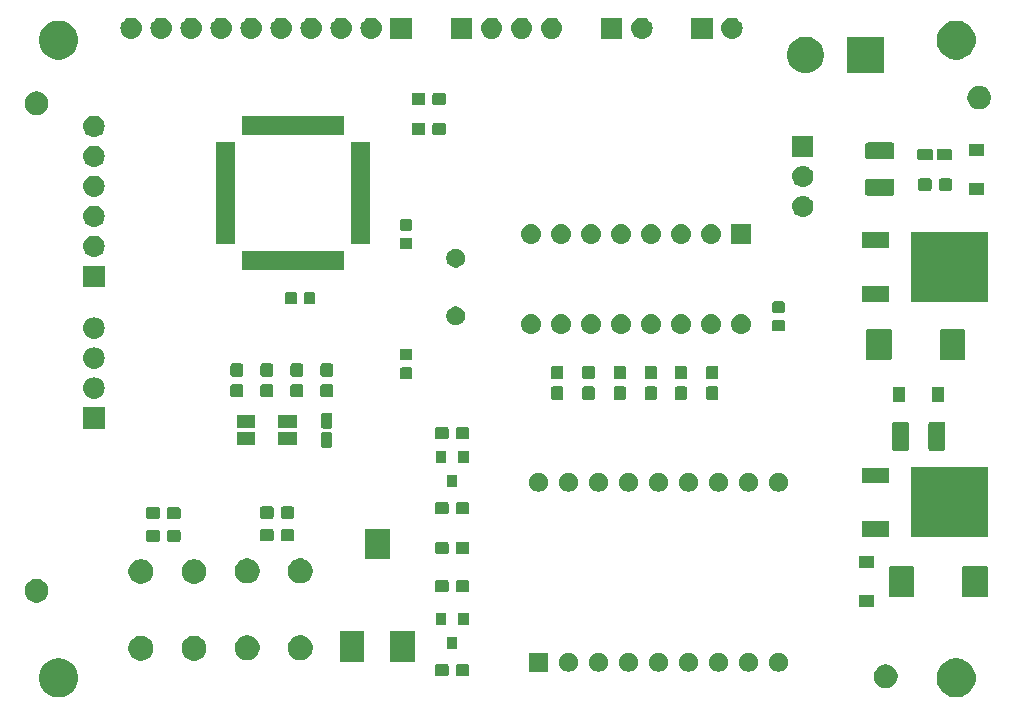
<source format=gbr>
G04 #@! TF.GenerationSoftware,KiCad,Pcbnew,(5.1.2)-1*
G04 #@! TF.CreationDate,2019-06-29T15:08:14-05:00*
G04 #@! TF.ProjectId,TPDSI_1,54504453-495f-4312-9e6b-696361645f70,1.3*
G04 #@! TF.SameCoordinates,Original*
G04 #@! TF.FileFunction,Soldermask,Top*
G04 #@! TF.FilePolarity,Negative*
%FSLAX46Y46*%
G04 Gerber Fmt 4.6, Leading zero omitted, Abs format (unit mm)*
G04 Created by KiCad (PCBNEW (5.1.2)-1) date 2019-06-29 15:08:14*
%MOMM*%
%LPD*%
G04 APERTURE LIST*
%ADD10C,0.100000*%
G04 APERTURE END LIST*
D10*
G36*
X187568256Y-118039298D02*
G01*
X187674579Y-118060447D01*
X187975042Y-118184903D01*
X188245451Y-118365585D01*
X188475415Y-118595549D01*
X188656097Y-118865958D01*
X188656098Y-118865960D01*
X188657580Y-118869539D01*
X188730192Y-119044838D01*
X188780553Y-119166422D01*
X188840477Y-119467677D01*
X188844000Y-119485391D01*
X188844000Y-119810609D01*
X188780553Y-120129579D01*
X188656097Y-120430042D01*
X188475415Y-120700451D01*
X188245451Y-120930415D01*
X187975042Y-121111097D01*
X187674579Y-121235553D01*
X187568256Y-121256702D01*
X187355611Y-121299000D01*
X187030389Y-121299000D01*
X186817744Y-121256702D01*
X186711421Y-121235553D01*
X186410958Y-121111097D01*
X186140549Y-120930415D01*
X185910585Y-120700451D01*
X185729903Y-120430042D01*
X185605447Y-120129579D01*
X185542000Y-119810609D01*
X185542000Y-119485391D01*
X185545524Y-119467677D01*
X185605447Y-119166422D01*
X185655809Y-119044838D01*
X185728420Y-118869539D01*
X185729902Y-118865960D01*
X185729903Y-118865958D01*
X185910585Y-118595549D01*
X186140549Y-118365585D01*
X186410958Y-118184903D01*
X186711421Y-118060447D01*
X186817744Y-118039298D01*
X187030389Y-117997000D01*
X187355611Y-117997000D01*
X187568256Y-118039298D01*
X187568256Y-118039298D01*
G37*
G36*
X111568256Y-118039298D02*
G01*
X111674579Y-118060447D01*
X111975042Y-118184903D01*
X112245451Y-118365585D01*
X112475415Y-118595549D01*
X112656097Y-118865958D01*
X112656098Y-118865960D01*
X112657580Y-118869539D01*
X112730192Y-119044838D01*
X112780553Y-119166422D01*
X112840477Y-119467677D01*
X112844000Y-119485391D01*
X112844000Y-119810609D01*
X112780553Y-120129579D01*
X112656097Y-120430042D01*
X112475415Y-120700451D01*
X112245451Y-120930415D01*
X111975042Y-121111097D01*
X111674579Y-121235553D01*
X111568256Y-121256702D01*
X111355611Y-121299000D01*
X111030389Y-121299000D01*
X110817744Y-121256702D01*
X110711421Y-121235553D01*
X110410958Y-121111097D01*
X110140549Y-120930415D01*
X109910585Y-120700451D01*
X109729903Y-120430042D01*
X109605447Y-120129579D01*
X109542000Y-119810609D01*
X109542000Y-119485391D01*
X109545524Y-119467677D01*
X109605447Y-119166422D01*
X109655809Y-119044838D01*
X109728420Y-118869539D01*
X109729902Y-118865960D01*
X109729903Y-118865958D01*
X109910585Y-118595549D01*
X110140549Y-118365585D01*
X110410958Y-118184903D01*
X110711421Y-118060447D01*
X110817744Y-118039298D01*
X111030389Y-117997000D01*
X111355611Y-117997000D01*
X111568256Y-118039298D01*
X111568256Y-118039298D01*
G37*
G36*
X181456290Y-118532619D02*
G01*
X181520689Y-118545429D01*
X181702678Y-118620811D01*
X181866463Y-118730249D01*
X182005751Y-118869537D01*
X182115189Y-119033322D01*
X182190571Y-119215311D01*
X182229000Y-119408509D01*
X182229000Y-119605491D01*
X182190571Y-119798689D01*
X182115189Y-119980678D01*
X182005751Y-120144463D01*
X181866463Y-120283751D01*
X181702678Y-120393189D01*
X181520689Y-120468571D01*
X181456290Y-120481381D01*
X181327493Y-120507000D01*
X181130507Y-120507000D01*
X181001710Y-120481381D01*
X180937311Y-120468571D01*
X180755322Y-120393189D01*
X180591537Y-120283751D01*
X180452249Y-120144463D01*
X180342811Y-119980678D01*
X180267429Y-119798689D01*
X180229000Y-119605491D01*
X180229000Y-119408509D01*
X180267429Y-119215311D01*
X180342811Y-119033322D01*
X180452249Y-118869537D01*
X180591537Y-118730249D01*
X180755322Y-118620811D01*
X180937311Y-118545429D01*
X181001710Y-118532619D01*
X181130507Y-118507000D01*
X181327493Y-118507000D01*
X181456290Y-118532619D01*
X181456290Y-118532619D01*
G37*
G36*
X145802499Y-118464445D02*
G01*
X145839995Y-118475820D01*
X145874554Y-118494292D01*
X145904847Y-118519153D01*
X145929708Y-118549446D01*
X145948180Y-118584005D01*
X145959555Y-118621501D01*
X145964000Y-118666638D01*
X145964000Y-119305362D01*
X145959555Y-119350499D01*
X145948180Y-119387995D01*
X145929708Y-119422554D01*
X145904847Y-119452847D01*
X145874554Y-119477708D01*
X145839995Y-119496180D01*
X145802499Y-119507555D01*
X145757362Y-119512000D01*
X145018638Y-119512000D01*
X144973501Y-119507555D01*
X144936005Y-119496180D01*
X144901446Y-119477708D01*
X144871153Y-119452847D01*
X144846292Y-119422554D01*
X144827820Y-119387995D01*
X144816445Y-119350499D01*
X144812000Y-119305362D01*
X144812000Y-118666638D01*
X144816445Y-118621501D01*
X144827820Y-118584005D01*
X144846292Y-118549446D01*
X144871153Y-118519153D01*
X144901446Y-118494292D01*
X144936005Y-118475820D01*
X144973501Y-118464445D01*
X145018638Y-118460000D01*
X145757362Y-118460000D01*
X145802499Y-118464445D01*
X145802499Y-118464445D01*
G37*
G36*
X144052499Y-118464445D02*
G01*
X144089995Y-118475820D01*
X144124554Y-118494292D01*
X144154847Y-118519153D01*
X144179708Y-118549446D01*
X144198180Y-118584005D01*
X144209555Y-118621501D01*
X144214000Y-118666638D01*
X144214000Y-119305362D01*
X144209555Y-119350499D01*
X144198180Y-119387995D01*
X144179708Y-119422554D01*
X144154847Y-119452847D01*
X144124554Y-119477708D01*
X144089995Y-119496180D01*
X144052499Y-119507555D01*
X144007362Y-119512000D01*
X143268638Y-119512000D01*
X143223501Y-119507555D01*
X143186005Y-119496180D01*
X143151446Y-119477708D01*
X143121153Y-119452847D01*
X143096292Y-119422554D01*
X143077820Y-119387995D01*
X143066445Y-119350499D01*
X143062000Y-119305362D01*
X143062000Y-118666638D01*
X143066445Y-118621501D01*
X143077820Y-118584005D01*
X143096292Y-118549446D01*
X143121153Y-118519153D01*
X143151446Y-118494292D01*
X143186005Y-118475820D01*
X143223501Y-118464445D01*
X143268638Y-118460000D01*
X144007362Y-118460000D01*
X144052499Y-118464445D01*
X144052499Y-118464445D01*
G37*
G36*
X152628000Y-119136000D02*
G01*
X151026000Y-119136000D01*
X151026000Y-117534000D01*
X152628000Y-117534000D01*
X152628000Y-119136000D01*
X152628000Y-119136000D01*
G37*
G36*
X154600642Y-117564781D02*
G01*
X154746414Y-117625162D01*
X154746416Y-117625163D01*
X154877608Y-117712822D01*
X154989178Y-117824392D01*
X155076837Y-117955584D01*
X155076838Y-117955586D01*
X155137219Y-118101358D01*
X155168000Y-118256107D01*
X155168000Y-118413893D01*
X155137219Y-118568642D01*
X155076838Y-118714414D01*
X155076837Y-118714416D01*
X154989178Y-118845608D01*
X154877608Y-118957178D01*
X154746416Y-119044837D01*
X154746415Y-119044838D01*
X154746414Y-119044838D01*
X154600642Y-119105219D01*
X154445893Y-119136000D01*
X154288107Y-119136000D01*
X154133358Y-119105219D01*
X153987586Y-119044838D01*
X153987585Y-119044838D01*
X153987584Y-119044837D01*
X153856392Y-118957178D01*
X153744822Y-118845608D01*
X153657163Y-118714416D01*
X153657162Y-118714414D01*
X153596781Y-118568642D01*
X153566000Y-118413893D01*
X153566000Y-118256107D01*
X153596781Y-118101358D01*
X153657162Y-117955586D01*
X153657163Y-117955584D01*
X153744822Y-117824392D01*
X153856392Y-117712822D01*
X153987584Y-117625163D01*
X153987586Y-117625162D01*
X154133358Y-117564781D01*
X154288107Y-117534000D01*
X154445893Y-117534000D01*
X154600642Y-117564781D01*
X154600642Y-117564781D01*
G37*
G36*
X157140642Y-117564781D02*
G01*
X157286414Y-117625162D01*
X157286416Y-117625163D01*
X157417608Y-117712822D01*
X157529178Y-117824392D01*
X157616837Y-117955584D01*
X157616838Y-117955586D01*
X157677219Y-118101358D01*
X157708000Y-118256107D01*
X157708000Y-118413893D01*
X157677219Y-118568642D01*
X157616838Y-118714414D01*
X157616837Y-118714416D01*
X157529178Y-118845608D01*
X157417608Y-118957178D01*
X157286416Y-119044837D01*
X157286415Y-119044838D01*
X157286414Y-119044838D01*
X157140642Y-119105219D01*
X156985893Y-119136000D01*
X156828107Y-119136000D01*
X156673358Y-119105219D01*
X156527586Y-119044838D01*
X156527585Y-119044838D01*
X156527584Y-119044837D01*
X156396392Y-118957178D01*
X156284822Y-118845608D01*
X156197163Y-118714416D01*
X156197162Y-118714414D01*
X156136781Y-118568642D01*
X156106000Y-118413893D01*
X156106000Y-118256107D01*
X156136781Y-118101358D01*
X156197162Y-117955586D01*
X156197163Y-117955584D01*
X156284822Y-117824392D01*
X156396392Y-117712822D01*
X156527584Y-117625163D01*
X156527586Y-117625162D01*
X156673358Y-117564781D01*
X156828107Y-117534000D01*
X156985893Y-117534000D01*
X157140642Y-117564781D01*
X157140642Y-117564781D01*
G37*
G36*
X159680642Y-117564781D02*
G01*
X159826414Y-117625162D01*
X159826416Y-117625163D01*
X159957608Y-117712822D01*
X160069178Y-117824392D01*
X160156837Y-117955584D01*
X160156838Y-117955586D01*
X160217219Y-118101358D01*
X160248000Y-118256107D01*
X160248000Y-118413893D01*
X160217219Y-118568642D01*
X160156838Y-118714414D01*
X160156837Y-118714416D01*
X160069178Y-118845608D01*
X159957608Y-118957178D01*
X159826416Y-119044837D01*
X159826415Y-119044838D01*
X159826414Y-119044838D01*
X159680642Y-119105219D01*
X159525893Y-119136000D01*
X159368107Y-119136000D01*
X159213358Y-119105219D01*
X159067586Y-119044838D01*
X159067585Y-119044838D01*
X159067584Y-119044837D01*
X158936392Y-118957178D01*
X158824822Y-118845608D01*
X158737163Y-118714416D01*
X158737162Y-118714414D01*
X158676781Y-118568642D01*
X158646000Y-118413893D01*
X158646000Y-118256107D01*
X158676781Y-118101358D01*
X158737162Y-117955586D01*
X158737163Y-117955584D01*
X158824822Y-117824392D01*
X158936392Y-117712822D01*
X159067584Y-117625163D01*
X159067586Y-117625162D01*
X159213358Y-117564781D01*
X159368107Y-117534000D01*
X159525893Y-117534000D01*
X159680642Y-117564781D01*
X159680642Y-117564781D01*
G37*
G36*
X162220642Y-117564781D02*
G01*
X162366414Y-117625162D01*
X162366416Y-117625163D01*
X162497608Y-117712822D01*
X162609178Y-117824392D01*
X162696837Y-117955584D01*
X162696838Y-117955586D01*
X162757219Y-118101358D01*
X162788000Y-118256107D01*
X162788000Y-118413893D01*
X162757219Y-118568642D01*
X162696838Y-118714414D01*
X162696837Y-118714416D01*
X162609178Y-118845608D01*
X162497608Y-118957178D01*
X162366416Y-119044837D01*
X162366415Y-119044838D01*
X162366414Y-119044838D01*
X162220642Y-119105219D01*
X162065893Y-119136000D01*
X161908107Y-119136000D01*
X161753358Y-119105219D01*
X161607586Y-119044838D01*
X161607585Y-119044838D01*
X161607584Y-119044837D01*
X161476392Y-118957178D01*
X161364822Y-118845608D01*
X161277163Y-118714416D01*
X161277162Y-118714414D01*
X161216781Y-118568642D01*
X161186000Y-118413893D01*
X161186000Y-118256107D01*
X161216781Y-118101358D01*
X161277162Y-117955586D01*
X161277163Y-117955584D01*
X161364822Y-117824392D01*
X161476392Y-117712822D01*
X161607584Y-117625163D01*
X161607586Y-117625162D01*
X161753358Y-117564781D01*
X161908107Y-117534000D01*
X162065893Y-117534000D01*
X162220642Y-117564781D01*
X162220642Y-117564781D01*
G37*
G36*
X164760642Y-117564781D02*
G01*
X164906414Y-117625162D01*
X164906416Y-117625163D01*
X165037608Y-117712822D01*
X165149178Y-117824392D01*
X165236837Y-117955584D01*
X165236838Y-117955586D01*
X165297219Y-118101358D01*
X165328000Y-118256107D01*
X165328000Y-118413893D01*
X165297219Y-118568642D01*
X165236838Y-118714414D01*
X165236837Y-118714416D01*
X165149178Y-118845608D01*
X165037608Y-118957178D01*
X164906416Y-119044837D01*
X164906415Y-119044838D01*
X164906414Y-119044838D01*
X164760642Y-119105219D01*
X164605893Y-119136000D01*
X164448107Y-119136000D01*
X164293358Y-119105219D01*
X164147586Y-119044838D01*
X164147585Y-119044838D01*
X164147584Y-119044837D01*
X164016392Y-118957178D01*
X163904822Y-118845608D01*
X163817163Y-118714416D01*
X163817162Y-118714414D01*
X163756781Y-118568642D01*
X163726000Y-118413893D01*
X163726000Y-118256107D01*
X163756781Y-118101358D01*
X163817162Y-117955586D01*
X163817163Y-117955584D01*
X163904822Y-117824392D01*
X164016392Y-117712822D01*
X164147584Y-117625163D01*
X164147586Y-117625162D01*
X164293358Y-117564781D01*
X164448107Y-117534000D01*
X164605893Y-117534000D01*
X164760642Y-117564781D01*
X164760642Y-117564781D01*
G37*
G36*
X167300642Y-117564781D02*
G01*
X167446414Y-117625162D01*
X167446416Y-117625163D01*
X167577608Y-117712822D01*
X167689178Y-117824392D01*
X167776837Y-117955584D01*
X167776838Y-117955586D01*
X167837219Y-118101358D01*
X167868000Y-118256107D01*
X167868000Y-118413893D01*
X167837219Y-118568642D01*
X167776838Y-118714414D01*
X167776837Y-118714416D01*
X167689178Y-118845608D01*
X167577608Y-118957178D01*
X167446416Y-119044837D01*
X167446415Y-119044838D01*
X167446414Y-119044838D01*
X167300642Y-119105219D01*
X167145893Y-119136000D01*
X166988107Y-119136000D01*
X166833358Y-119105219D01*
X166687586Y-119044838D01*
X166687585Y-119044838D01*
X166687584Y-119044837D01*
X166556392Y-118957178D01*
X166444822Y-118845608D01*
X166357163Y-118714416D01*
X166357162Y-118714414D01*
X166296781Y-118568642D01*
X166266000Y-118413893D01*
X166266000Y-118256107D01*
X166296781Y-118101358D01*
X166357162Y-117955586D01*
X166357163Y-117955584D01*
X166444822Y-117824392D01*
X166556392Y-117712822D01*
X166687584Y-117625163D01*
X166687586Y-117625162D01*
X166833358Y-117564781D01*
X166988107Y-117534000D01*
X167145893Y-117534000D01*
X167300642Y-117564781D01*
X167300642Y-117564781D01*
G37*
G36*
X169840642Y-117564781D02*
G01*
X169986414Y-117625162D01*
X169986416Y-117625163D01*
X170117608Y-117712822D01*
X170229178Y-117824392D01*
X170316837Y-117955584D01*
X170316838Y-117955586D01*
X170377219Y-118101358D01*
X170408000Y-118256107D01*
X170408000Y-118413893D01*
X170377219Y-118568642D01*
X170316838Y-118714414D01*
X170316837Y-118714416D01*
X170229178Y-118845608D01*
X170117608Y-118957178D01*
X169986416Y-119044837D01*
X169986415Y-119044838D01*
X169986414Y-119044838D01*
X169840642Y-119105219D01*
X169685893Y-119136000D01*
X169528107Y-119136000D01*
X169373358Y-119105219D01*
X169227586Y-119044838D01*
X169227585Y-119044838D01*
X169227584Y-119044837D01*
X169096392Y-118957178D01*
X168984822Y-118845608D01*
X168897163Y-118714416D01*
X168897162Y-118714414D01*
X168836781Y-118568642D01*
X168806000Y-118413893D01*
X168806000Y-118256107D01*
X168836781Y-118101358D01*
X168897162Y-117955586D01*
X168897163Y-117955584D01*
X168984822Y-117824392D01*
X169096392Y-117712822D01*
X169227584Y-117625163D01*
X169227586Y-117625162D01*
X169373358Y-117564781D01*
X169528107Y-117534000D01*
X169685893Y-117534000D01*
X169840642Y-117564781D01*
X169840642Y-117564781D01*
G37*
G36*
X172380642Y-117564781D02*
G01*
X172526414Y-117625162D01*
X172526416Y-117625163D01*
X172657608Y-117712822D01*
X172769178Y-117824392D01*
X172856837Y-117955584D01*
X172856838Y-117955586D01*
X172917219Y-118101358D01*
X172948000Y-118256107D01*
X172948000Y-118413893D01*
X172917219Y-118568642D01*
X172856838Y-118714414D01*
X172856837Y-118714416D01*
X172769178Y-118845608D01*
X172657608Y-118957178D01*
X172526416Y-119044837D01*
X172526415Y-119044838D01*
X172526414Y-119044838D01*
X172380642Y-119105219D01*
X172225893Y-119136000D01*
X172068107Y-119136000D01*
X171913358Y-119105219D01*
X171767586Y-119044838D01*
X171767585Y-119044838D01*
X171767584Y-119044837D01*
X171636392Y-118957178D01*
X171524822Y-118845608D01*
X171437163Y-118714416D01*
X171437162Y-118714414D01*
X171376781Y-118568642D01*
X171346000Y-118413893D01*
X171346000Y-118256107D01*
X171376781Y-118101358D01*
X171437162Y-117955586D01*
X171437163Y-117955584D01*
X171524822Y-117824392D01*
X171636392Y-117712822D01*
X171767584Y-117625163D01*
X171767586Y-117625162D01*
X171913358Y-117564781D01*
X172068107Y-117534000D01*
X172225893Y-117534000D01*
X172380642Y-117564781D01*
X172380642Y-117564781D01*
G37*
G36*
X141394000Y-118274000D02*
G01*
X139292000Y-118274000D01*
X139292000Y-115672000D01*
X141394000Y-115672000D01*
X141394000Y-118274000D01*
X141394000Y-118274000D01*
G37*
G36*
X137094000Y-118274000D02*
G01*
X134992000Y-118274000D01*
X134992000Y-115672000D01*
X137094000Y-115672000D01*
X137094000Y-118274000D01*
X137094000Y-118274000D01*
G37*
G36*
X122969564Y-116128389D02*
G01*
X123160833Y-116207615D01*
X123160835Y-116207616D01*
X123258143Y-116272635D01*
X123332973Y-116322635D01*
X123479365Y-116469027D01*
X123594385Y-116641167D01*
X123673611Y-116832436D01*
X123714000Y-117035484D01*
X123714000Y-117242516D01*
X123673611Y-117445564D01*
X123615095Y-117586835D01*
X123594384Y-117636835D01*
X123479365Y-117808973D01*
X123332973Y-117955365D01*
X123160835Y-118070384D01*
X123160834Y-118070385D01*
X123160833Y-118070385D01*
X122969564Y-118149611D01*
X122766516Y-118190000D01*
X122559484Y-118190000D01*
X122356436Y-118149611D01*
X122165167Y-118070385D01*
X122165166Y-118070385D01*
X122165165Y-118070384D01*
X121993027Y-117955365D01*
X121846635Y-117808973D01*
X121731616Y-117636835D01*
X121710905Y-117586835D01*
X121652389Y-117445564D01*
X121612000Y-117242516D01*
X121612000Y-117035484D01*
X121652389Y-116832436D01*
X121731615Y-116641167D01*
X121846635Y-116469027D01*
X121993027Y-116322635D01*
X122067857Y-116272635D01*
X122165165Y-116207616D01*
X122165167Y-116207615D01*
X122356436Y-116128389D01*
X122559484Y-116088000D01*
X122766516Y-116088000D01*
X122969564Y-116128389D01*
X122969564Y-116128389D01*
G37*
G36*
X118469564Y-116128389D02*
G01*
X118660833Y-116207615D01*
X118660835Y-116207616D01*
X118758143Y-116272635D01*
X118832973Y-116322635D01*
X118979365Y-116469027D01*
X119094385Y-116641167D01*
X119173611Y-116832436D01*
X119214000Y-117035484D01*
X119214000Y-117242516D01*
X119173611Y-117445564D01*
X119115095Y-117586835D01*
X119094384Y-117636835D01*
X118979365Y-117808973D01*
X118832973Y-117955365D01*
X118660835Y-118070384D01*
X118660834Y-118070385D01*
X118660833Y-118070385D01*
X118469564Y-118149611D01*
X118266516Y-118190000D01*
X118059484Y-118190000D01*
X117856436Y-118149611D01*
X117665167Y-118070385D01*
X117665166Y-118070385D01*
X117665165Y-118070384D01*
X117493027Y-117955365D01*
X117346635Y-117808973D01*
X117231616Y-117636835D01*
X117210905Y-117586835D01*
X117152389Y-117445564D01*
X117112000Y-117242516D01*
X117112000Y-117035484D01*
X117152389Y-116832436D01*
X117231615Y-116641167D01*
X117346635Y-116469027D01*
X117493027Y-116322635D01*
X117567857Y-116272635D01*
X117665165Y-116207616D01*
X117665167Y-116207615D01*
X117856436Y-116128389D01*
X118059484Y-116088000D01*
X118266516Y-116088000D01*
X118469564Y-116128389D01*
X118469564Y-116128389D01*
G37*
G36*
X127469564Y-116078389D02*
G01*
X127590277Y-116128390D01*
X127660835Y-116157616D01*
X127735665Y-116207616D01*
X127832973Y-116272635D01*
X127979365Y-116419027D01*
X128094385Y-116591167D01*
X128173611Y-116782436D01*
X128214000Y-116985484D01*
X128214000Y-117192516D01*
X128173611Y-117395564D01*
X128116269Y-117534000D01*
X128094384Y-117586835D01*
X127979365Y-117758973D01*
X127832973Y-117905365D01*
X127660835Y-118020384D01*
X127660834Y-118020385D01*
X127660833Y-118020385D01*
X127469564Y-118099611D01*
X127266516Y-118140000D01*
X127059484Y-118140000D01*
X126856436Y-118099611D01*
X126665167Y-118020385D01*
X126665166Y-118020385D01*
X126665165Y-118020384D01*
X126493027Y-117905365D01*
X126346635Y-117758973D01*
X126231616Y-117586835D01*
X126209731Y-117534000D01*
X126152389Y-117395564D01*
X126112000Y-117192516D01*
X126112000Y-116985484D01*
X126152389Y-116782436D01*
X126231615Y-116591167D01*
X126346635Y-116419027D01*
X126493027Y-116272635D01*
X126590335Y-116207616D01*
X126665165Y-116157616D01*
X126735723Y-116128390D01*
X126856436Y-116078389D01*
X127059484Y-116038000D01*
X127266516Y-116038000D01*
X127469564Y-116078389D01*
X127469564Y-116078389D01*
G37*
G36*
X131969564Y-116078389D02*
G01*
X132090277Y-116128390D01*
X132160835Y-116157616D01*
X132235665Y-116207616D01*
X132332973Y-116272635D01*
X132479365Y-116419027D01*
X132594385Y-116591167D01*
X132673611Y-116782436D01*
X132714000Y-116985484D01*
X132714000Y-117192516D01*
X132673611Y-117395564D01*
X132616269Y-117534000D01*
X132594384Y-117586835D01*
X132479365Y-117758973D01*
X132332973Y-117905365D01*
X132160835Y-118020384D01*
X132160834Y-118020385D01*
X132160833Y-118020385D01*
X131969564Y-118099611D01*
X131766516Y-118140000D01*
X131559484Y-118140000D01*
X131356436Y-118099611D01*
X131165167Y-118020385D01*
X131165166Y-118020385D01*
X131165165Y-118020384D01*
X130993027Y-117905365D01*
X130846635Y-117758973D01*
X130731616Y-117586835D01*
X130709731Y-117534000D01*
X130652389Y-117395564D01*
X130612000Y-117192516D01*
X130612000Y-116985484D01*
X130652389Y-116782436D01*
X130731615Y-116591167D01*
X130846635Y-116419027D01*
X130993027Y-116272635D01*
X131090335Y-116207616D01*
X131165165Y-116157616D01*
X131235723Y-116128390D01*
X131356436Y-116078389D01*
X131559484Y-116038000D01*
X131766516Y-116038000D01*
X131969564Y-116078389D01*
X131969564Y-116078389D01*
G37*
G36*
X144964000Y-117185000D02*
G01*
X144062000Y-117185000D01*
X144062000Y-116183000D01*
X144964000Y-116183000D01*
X144964000Y-117185000D01*
X144964000Y-117185000D01*
G37*
G36*
X144014000Y-115185000D02*
G01*
X143112000Y-115185000D01*
X143112000Y-114183000D01*
X144014000Y-114183000D01*
X144014000Y-115185000D01*
X144014000Y-115185000D01*
G37*
G36*
X145914000Y-115185000D02*
G01*
X145012000Y-115185000D01*
X145012000Y-114183000D01*
X145914000Y-114183000D01*
X145914000Y-115185000D01*
X145914000Y-115185000D01*
G37*
G36*
X180229000Y-113607000D02*
G01*
X178927000Y-113607000D01*
X178927000Y-112605000D01*
X180229000Y-112605000D01*
X180229000Y-113607000D01*
X180229000Y-113607000D01*
G37*
G36*
X109561289Y-111293619D02*
G01*
X109625688Y-111306429D01*
X109807677Y-111381811D01*
X109971462Y-111491249D01*
X110110750Y-111630537D01*
X110220188Y-111794322D01*
X110295570Y-111976311D01*
X110295570Y-111976312D01*
X110333999Y-112169507D01*
X110333999Y-112366493D01*
X110328339Y-112394947D01*
X110295570Y-112559689D01*
X110220188Y-112741678D01*
X110110750Y-112905463D01*
X109971462Y-113044751D01*
X109807677Y-113154189D01*
X109625688Y-113229571D01*
X109561289Y-113242381D01*
X109432492Y-113268000D01*
X109235506Y-113268000D01*
X109106709Y-113242381D01*
X109042310Y-113229571D01*
X108860321Y-113154189D01*
X108696536Y-113044751D01*
X108557248Y-112905463D01*
X108447810Y-112741678D01*
X108372428Y-112559689D01*
X108339659Y-112394947D01*
X108333999Y-112366493D01*
X108333999Y-112169507D01*
X108372428Y-111976312D01*
X108372428Y-111976311D01*
X108447810Y-111794322D01*
X108557248Y-111630537D01*
X108696536Y-111491249D01*
X108860321Y-111381811D01*
X109042310Y-111306429D01*
X109106709Y-111293619D01*
X109235506Y-111268000D01*
X109432492Y-111268000D01*
X109561289Y-111293619D01*
X109561289Y-111293619D01*
G37*
G36*
X183515132Y-110183810D02*
G01*
X183546423Y-110193302D01*
X183575263Y-110208717D01*
X183600539Y-110229461D01*
X183621283Y-110254737D01*
X183636698Y-110283577D01*
X183646190Y-110314868D01*
X183650000Y-110353551D01*
X183650000Y-112658449D01*
X183646190Y-112697132D01*
X183636698Y-112728423D01*
X183621283Y-112757263D01*
X183600539Y-112782539D01*
X183575263Y-112803283D01*
X183546423Y-112818698D01*
X183515132Y-112828190D01*
X183476449Y-112832000D01*
X181646551Y-112832000D01*
X181607868Y-112828190D01*
X181576577Y-112818698D01*
X181547737Y-112803283D01*
X181522461Y-112782539D01*
X181501717Y-112757263D01*
X181486302Y-112728423D01*
X181476810Y-112697132D01*
X181473000Y-112658449D01*
X181473000Y-110353551D01*
X181476810Y-110314868D01*
X181486302Y-110283577D01*
X181501717Y-110254737D01*
X181522461Y-110229461D01*
X181547737Y-110208717D01*
X181576577Y-110193302D01*
X181607868Y-110183810D01*
X181646551Y-110180000D01*
X183476449Y-110180000D01*
X183515132Y-110183810D01*
X183515132Y-110183810D01*
G37*
G36*
X189740132Y-110183810D02*
G01*
X189771423Y-110193302D01*
X189800263Y-110208717D01*
X189825539Y-110229461D01*
X189846283Y-110254737D01*
X189861698Y-110283577D01*
X189871190Y-110314868D01*
X189875000Y-110353551D01*
X189875000Y-112658449D01*
X189871190Y-112697132D01*
X189861698Y-112728423D01*
X189846283Y-112757263D01*
X189825539Y-112782539D01*
X189800263Y-112803283D01*
X189771423Y-112818698D01*
X189740132Y-112828190D01*
X189701449Y-112832000D01*
X187871551Y-112832000D01*
X187832868Y-112828190D01*
X187801577Y-112818698D01*
X187772737Y-112803283D01*
X187747461Y-112782539D01*
X187726717Y-112757263D01*
X187711302Y-112728423D01*
X187701810Y-112697132D01*
X187698000Y-112658449D01*
X187698000Y-110353551D01*
X187701810Y-110314868D01*
X187711302Y-110283577D01*
X187726717Y-110254737D01*
X187747461Y-110229461D01*
X187772737Y-110208717D01*
X187801577Y-110193302D01*
X187832868Y-110183810D01*
X187871551Y-110180000D01*
X189701449Y-110180000D01*
X189740132Y-110183810D01*
X189740132Y-110183810D01*
G37*
G36*
X145802499Y-111352445D02*
G01*
X145839995Y-111363820D01*
X145874554Y-111382292D01*
X145904847Y-111407153D01*
X145929708Y-111437446D01*
X145948180Y-111472005D01*
X145959555Y-111509501D01*
X145964000Y-111554638D01*
X145964000Y-112193362D01*
X145959555Y-112238499D01*
X145948180Y-112275995D01*
X145929708Y-112310554D01*
X145904847Y-112340847D01*
X145874554Y-112365708D01*
X145839995Y-112384180D01*
X145802499Y-112395555D01*
X145757362Y-112400000D01*
X145018638Y-112400000D01*
X144973501Y-112395555D01*
X144936005Y-112384180D01*
X144901446Y-112365708D01*
X144871153Y-112340847D01*
X144846292Y-112310554D01*
X144827820Y-112275995D01*
X144816445Y-112238499D01*
X144812000Y-112193362D01*
X144812000Y-111554638D01*
X144816445Y-111509501D01*
X144827820Y-111472005D01*
X144846292Y-111437446D01*
X144871153Y-111407153D01*
X144901446Y-111382292D01*
X144936005Y-111363820D01*
X144973501Y-111352445D01*
X145018638Y-111348000D01*
X145757362Y-111348000D01*
X145802499Y-111352445D01*
X145802499Y-111352445D01*
G37*
G36*
X144052499Y-111352445D02*
G01*
X144089995Y-111363820D01*
X144124554Y-111382292D01*
X144154847Y-111407153D01*
X144179708Y-111437446D01*
X144198180Y-111472005D01*
X144209555Y-111509501D01*
X144214000Y-111554638D01*
X144214000Y-112193362D01*
X144209555Y-112238499D01*
X144198180Y-112275995D01*
X144179708Y-112310554D01*
X144154847Y-112340847D01*
X144124554Y-112365708D01*
X144089995Y-112384180D01*
X144052499Y-112395555D01*
X144007362Y-112400000D01*
X143268638Y-112400000D01*
X143223501Y-112395555D01*
X143186005Y-112384180D01*
X143151446Y-112365708D01*
X143121153Y-112340847D01*
X143096292Y-112310554D01*
X143077820Y-112275995D01*
X143066445Y-112238499D01*
X143062000Y-112193362D01*
X143062000Y-111554638D01*
X143066445Y-111509501D01*
X143077820Y-111472005D01*
X143096292Y-111437446D01*
X143121153Y-111407153D01*
X143151446Y-111382292D01*
X143186005Y-111363820D01*
X143223501Y-111352445D01*
X143268638Y-111348000D01*
X144007362Y-111348000D01*
X144052499Y-111352445D01*
X144052499Y-111352445D01*
G37*
G36*
X118469564Y-109628389D02*
G01*
X118660833Y-109707615D01*
X118660835Y-109707616D01*
X118758143Y-109772635D01*
X118832973Y-109822635D01*
X118979365Y-109969027D01*
X119094385Y-110141167D01*
X119173611Y-110332436D01*
X119214000Y-110535484D01*
X119214000Y-110742516D01*
X119173611Y-110945564D01*
X119115095Y-111086835D01*
X119094384Y-111136835D01*
X118979365Y-111308973D01*
X118832973Y-111455365D01*
X118660835Y-111570384D01*
X118660834Y-111570385D01*
X118660833Y-111570385D01*
X118469564Y-111649611D01*
X118266516Y-111690000D01*
X118059484Y-111690000D01*
X117856436Y-111649611D01*
X117665167Y-111570385D01*
X117665166Y-111570385D01*
X117665165Y-111570384D01*
X117493027Y-111455365D01*
X117346635Y-111308973D01*
X117231616Y-111136835D01*
X117210905Y-111086835D01*
X117152389Y-110945564D01*
X117112000Y-110742516D01*
X117112000Y-110535484D01*
X117152389Y-110332436D01*
X117231615Y-110141167D01*
X117346635Y-109969027D01*
X117493027Y-109822635D01*
X117567857Y-109772635D01*
X117665165Y-109707616D01*
X117665167Y-109707615D01*
X117856436Y-109628389D01*
X118059484Y-109588000D01*
X118266516Y-109588000D01*
X118469564Y-109628389D01*
X118469564Y-109628389D01*
G37*
G36*
X122969564Y-109628389D02*
G01*
X123160833Y-109707615D01*
X123160835Y-109707616D01*
X123258143Y-109772635D01*
X123332973Y-109822635D01*
X123479365Y-109969027D01*
X123594385Y-110141167D01*
X123673611Y-110332436D01*
X123714000Y-110535484D01*
X123714000Y-110742516D01*
X123673611Y-110945564D01*
X123615095Y-111086835D01*
X123594384Y-111136835D01*
X123479365Y-111308973D01*
X123332973Y-111455365D01*
X123160835Y-111570384D01*
X123160834Y-111570385D01*
X123160833Y-111570385D01*
X122969564Y-111649611D01*
X122766516Y-111690000D01*
X122559484Y-111690000D01*
X122356436Y-111649611D01*
X122165167Y-111570385D01*
X122165166Y-111570385D01*
X122165165Y-111570384D01*
X121993027Y-111455365D01*
X121846635Y-111308973D01*
X121731616Y-111136835D01*
X121710905Y-111086835D01*
X121652389Y-110945564D01*
X121612000Y-110742516D01*
X121612000Y-110535484D01*
X121652389Y-110332436D01*
X121731615Y-110141167D01*
X121846635Y-109969027D01*
X121993027Y-109822635D01*
X122067857Y-109772635D01*
X122165165Y-109707616D01*
X122165167Y-109707615D01*
X122356436Y-109628389D01*
X122559484Y-109588000D01*
X122766516Y-109588000D01*
X122969564Y-109628389D01*
X122969564Y-109628389D01*
G37*
G36*
X131969564Y-109578389D02*
G01*
X132090277Y-109628390D01*
X132160835Y-109657616D01*
X132235665Y-109707616D01*
X132332973Y-109772635D01*
X132479365Y-109919027D01*
X132594385Y-110091167D01*
X132673611Y-110282436D01*
X132714000Y-110485484D01*
X132714000Y-110692516D01*
X132673611Y-110895564D01*
X132594385Y-111086833D01*
X132594384Y-111086835D01*
X132479365Y-111258973D01*
X132332973Y-111405365D01*
X132160835Y-111520384D01*
X132160834Y-111520385D01*
X132160833Y-111520385D01*
X131969564Y-111599611D01*
X131766516Y-111640000D01*
X131559484Y-111640000D01*
X131356436Y-111599611D01*
X131165167Y-111520385D01*
X131165166Y-111520385D01*
X131165165Y-111520384D01*
X130993027Y-111405365D01*
X130846635Y-111258973D01*
X130731616Y-111086835D01*
X130731615Y-111086833D01*
X130652389Y-110895564D01*
X130612000Y-110692516D01*
X130612000Y-110485484D01*
X130652389Y-110282436D01*
X130731615Y-110091167D01*
X130846635Y-109919027D01*
X130993027Y-109772635D01*
X131090335Y-109707616D01*
X131165165Y-109657616D01*
X131235723Y-109628390D01*
X131356436Y-109578389D01*
X131559484Y-109538000D01*
X131766516Y-109538000D01*
X131969564Y-109578389D01*
X131969564Y-109578389D01*
G37*
G36*
X127469564Y-109578389D02*
G01*
X127590277Y-109628390D01*
X127660835Y-109657616D01*
X127735665Y-109707616D01*
X127832973Y-109772635D01*
X127979365Y-109919027D01*
X128094385Y-110091167D01*
X128173611Y-110282436D01*
X128214000Y-110485484D01*
X128214000Y-110692516D01*
X128173611Y-110895564D01*
X128094385Y-111086833D01*
X128094384Y-111086835D01*
X127979365Y-111258973D01*
X127832973Y-111405365D01*
X127660835Y-111520384D01*
X127660834Y-111520385D01*
X127660833Y-111520385D01*
X127469564Y-111599611D01*
X127266516Y-111640000D01*
X127059484Y-111640000D01*
X126856436Y-111599611D01*
X126665167Y-111520385D01*
X126665166Y-111520385D01*
X126665165Y-111520384D01*
X126493027Y-111405365D01*
X126346635Y-111258973D01*
X126231616Y-111086835D01*
X126231615Y-111086833D01*
X126152389Y-110895564D01*
X126112000Y-110692516D01*
X126112000Y-110485484D01*
X126152389Y-110282436D01*
X126231615Y-110091167D01*
X126346635Y-109919027D01*
X126493027Y-109772635D01*
X126590335Y-109707616D01*
X126665165Y-109657616D01*
X126735723Y-109628390D01*
X126856436Y-109578389D01*
X127059484Y-109538000D01*
X127266516Y-109538000D01*
X127469564Y-109578389D01*
X127469564Y-109578389D01*
G37*
G36*
X180229000Y-110307000D02*
G01*
X178927000Y-110307000D01*
X178927000Y-109305000D01*
X180229000Y-109305000D01*
X180229000Y-110307000D01*
X180229000Y-110307000D01*
G37*
G36*
X139244000Y-109624000D02*
G01*
X137142000Y-109624000D01*
X137142000Y-107022000D01*
X139244000Y-107022000D01*
X139244000Y-109624000D01*
X139244000Y-109624000D01*
G37*
G36*
X145802499Y-108126445D02*
G01*
X145839995Y-108137820D01*
X145874554Y-108156292D01*
X145904847Y-108181153D01*
X145929708Y-108211446D01*
X145948180Y-108246005D01*
X145959555Y-108283501D01*
X145964000Y-108328638D01*
X145964000Y-108967362D01*
X145959555Y-109012499D01*
X145948180Y-109049995D01*
X145929708Y-109084554D01*
X145904847Y-109114847D01*
X145874554Y-109139708D01*
X145839995Y-109158180D01*
X145802499Y-109169555D01*
X145757362Y-109174000D01*
X145018638Y-109174000D01*
X144973501Y-109169555D01*
X144936005Y-109158180D01*
X144901446Y-109139708D01*
X144871153Y-109114847D01*
X144846292Y-109084554D01*
X144827820Y-109049995D01*
X144816445Y-109012499D01*
X144812000Y-108967362D01*
X144812000Y-108328638D01*
X144816445Y-108283501D01*
X144827820Y-108246005D01*
X144846292Y-108211446D01*
X144871153Y-108181153D01*
X144901446Y-108156292D01*
X144936005Y-108137820D01*
X144973501Y-108126445D01*
X145018638Y-108122000D01*
X145757362Y-108122000D01*
X145802499Y-108126445D01*
X145802499Y-108126445D01*
G37*
G36*
X144052499Y-108126445D02*
G01*
X144089995Y-108137820D01*
X144124554Y-108156292D01*
X144154847Y-108181153D01*
X144179708Y-108211446D01*
X144198180Y-108246005D01*
X144209555Y-108283501D01*
X144214000Y-108328638D01*
X144214000Y-108967362D01*
X144209555Y-109012499D01*
X144198180Y-109049995D01*
X144179708Y-109084554D01*
X144154847Y-109114847D01*
X144124554Y-109139708D01*
X144089995Y-109158180D01*
X144052499Y-109169555D01*
X144007362Y-109174000D01*
X143268638Y-109174000D01*
X143223501Y-109169555D01*
X143186005Y-109158180D01*
X143151446Y-109139708D01*
X143121153Y-109114847D01*
X143096292Y-109084554D01*
X143077820Y-109049995D01*
X143066445Y-109012499D01*
X143062000Y-108967362D01*
X143062000Y-108328638D01*
X143066445Y-108283501D01*
X143077820Y-108246005D01*
X143096292Y-108211446D01*
X143121153Y-108181153D01*
X143151446Y-108156292D01*
X143186005Y-108137820D01*
X143223501Y-108126445D01*
X143268638Y-108122000D01*
X144007362Y-108122000D01*
X144052499Y-108126445D01*
X144052499Y-108126445D01*
G37*
G36*
X119607499Y-107092445D02*
G01*
X119644995Y-107103820D01*
X119679554Y-107122292D01*
X119709847Y-107147153D01*
X119734708Y-107177446D01*
X119753180Y-107212005D01*
X119764555Y-107249501D01*
X119769000Y-107294638D01*
X119769000Y-107933362D01*
X119764555Y-107978499D01*
X119753180Y-108015995D01*
X119734708Y-108050554D01*
X119709847Y-108080847D01*
X119679554Y-108105708D01*
X119644995Y-108124180D01*
X119607499Y-108135555D01*
X119562362Y-108140000D01*
X118823638Y-108140000D01*
X118778501Y-108135555D01*
X118741005Y-108124180D01*
X118706446Y-108105708D01*
X118676153Y-108080847D01*
X118651292Y-108050554D01*
X118632820Y-108015995D01*
X118621445Y-107978499D01*
X118617000Y-107933362D01*
X118617000Y-107294638D01*
X118621445Y-107249501D01*
X118632820Y-107212005D01*
X118651292Y-107177446D01*
X118676153Y-107147153D01*
X118706446Y-107122292D01*
X118741005Y-107103820D01*
X118778501Y-107092445D01*
X118823638Y-107088000D01*
X119562362Y-107088000D01*
X119607499Y-107092445D01*
X119607499Y-107092445D01*
G37*
G36*
X121357499Y-107092445D02*
G01*
X121394995Y-107103820D01*
X121429554Y-107122292D01*
X121459847Y-107147153D01*
X121484708Y-107177446D01*
X121503180Y-107212005D01*
X121514555Y-107249501D01*
X121519000Y-107294638D01*
X121519000Y-107933362D01*
X121514555Y-107978499D01*
X121503180Y-108015995D01*
X121484708Y-108050554D01*
X121459847Y-108080847D01*
X121429554Y-108105708D01*
X121394995Y-108124180D01*
X121357499Y-108135555D01*
X121312362Y-108140000D01*
X120573638Y-108140000D01*
X120528501Y-108135555D01*
X120491005Y-108124180D01*
X120456446Y-108105708D01*
X120426153Y-108080847D01*
X120401292Y-108050554D01*
X120382820Y-108015995D01*
X120371445Y-107978499D01*
X120367000Y-107933362D01*
X120367000Y-107294638D01*
X120371445Y-107249501D01*
X120382820Y-107212005D01*
X120401292Y-107177446D01*
X120426153Y-107147153D01*
X120456446Y-107122292D01*
X120491005Y-107103820D01*
X120528501Y-107092445D01*
X120573638Y-107088000D01*
X121312362Y-107088000D01*
X121357499Y-107092445D01*
X121357499Y-107092445D01*
G37*
G36*
X129242499Y-107042445D02*
G01*
X129279995Y-107053820D01*
X129314554Y-107072292D01*
X129344847Y-107097153D01*
X129369708Y-107127446D01*
X129388180Y-107162005D01*
X129399555Y-107199501D01*
X129404000Y-107244638D01*
X129404000Y-107883362D01*
X129399555Y-107928499D01*
X129388180Y-107965995D01*
X129369708Y-108000554D01*
X129344847Y-108030847D01*
X129314554Y-108055708D01*
X129279995Y-108074180D01*
X129242499Y-108085555D01*
X129197362Y-108090000D01*
X128458638Y-108090000D01*
X128413501Y-108085555D01*
X128376005Y-108074180D01*
X128341446Y-108055708D01*
X128311153Y-108030847D01*
X128286292Y-108000554D01*
X128267820Y-107965995D01*
X128256445Y-107928499D01*
X128252000Y-107883362D01*
X128252000Y-107244638D01*
X128256445Y-107199501D01*
X128267820Y-107162005D01*
X128286292Y-107127446D01*
X128311153Y-107097153D01*
X128341446Y-107072292D01*
X128376005Y-107053820D01*
X128413501Y-107042445D01*
X128458638Y-107038000D01*
X129197362Y-107038000D01*
X129242499Y-107042445D01*
X129242499Y-107042445D01*
G37*
G36*
X130992499Y-107042445D02*
G01*
X131029995Y-107053820D01*
X131064554Y-107072292D01*
X131094847Y-107097153D01*
X131119708Y-107127446D01*
X131138180Y-107162005D01*
X131149555Y-107199501D01*
X131154000Y-107244638D01*
X131154000Y-107883362D01*
X131149555Y-107928499D01*
X131138180Y-107965995D01*
X131119708Y-108000554D01*
X131094847Y-108030847D01*
X131064554Y-108055708D01*
X131029995Y-108074180D01*
X130992499Y-108085555D01*
X130947362Y-108090000D01*
X130208638Y-108090000D01*
X130163501Y-108085555D01*
X130126005Y-108074180D01*
X130091446Y-108055708D01*
X130061153Y-108030847D01*
X130036292Y-108000554D01*
X130017820Y-107965995D01*
X130006445Y-107928499D01*
X130002000Y-107883362D01*
X130002000Y-107244638D01*
X130006445Y-107199501D01*
X130017820Y-107162005D01*
X130036292Y-107127446D01*
X130061153Y-107097153D01*
X130091446Y-107072292D01*
X130126005Y-107053820D01*
X130163501Y-107042445D01*
X130208638Y-107038000D01*
X130947362Y-107038000D01*
X130992499Y-107042445D01*
X130992499Y-107042445D01*
G37*
G36*
X189884000Y-107726000D02*
G01*
X183382000Y-107726000D01*
X183382000Y-101824000D01*
X189884000Y-101824000D01*
X189884000Y-107726000D01*
X189884000Y-107726000D01*
G37*
G36*
X181484000Y-107706000D02*
G01*
X179182000Y-107706000D01*
X179182000Y-106404000D01*
X181484000Y-106404000D01*
X181484000Y-107706000D01*
X181484000Y-107706000D01*
G37*
G36*
X119607499Y-105187445D02*
G01*
X119644995Y-105198820D01*
X119679554Y-105217292D01*
X119709847Y-105242153D01*
X119734708Y-105272446D01*
X119753180Y-105307005D01*
X119764555Y-105344501D01*
X119769000Y-105389638D01*
X119769000Y-106028362D01*
X119764555Y-106073499D01*
X119753180Y-106110995D01*
X119734708Y-106145554D01*
X119709847Y-106175847D01*
X119679554Y-106200708D01*
X119644995Y-106219180D01*
X119607499Y-106230555D01*
X119562362Y-106235000D01*
X118823638Y-106235000D01*
X118778501Y-106230555D01*
X118741005Y-106219180D01*
X118706446Y-106200708D01*
X118676153Y-106175847D01*
X118651292Y-106145554D01*
X118632820Y-106110995D01*
X118621445Y-106073499D01*
X118617000Y-106028362D01*
X118617000Y-105389638D01*
X118621445Y-105344501D01*
X118632820Y-105307005D01*
X118651292Y-105272446D01*
X118676153Y-105242153D01*
X118706446Y-105217292D01*
X118741005Y-105198820D01*
X118778501Y-105187445D01*
X118823638Y-105183000D01*
X119562362Y-105183000D01*
X119607499Y-105187445D01*
X119607499Y-105187445D01*
G37*
G36*
X121357499Y-105187445D02*
G01*
X121394995Y-105198820D01*
X121429554Y-105217292D01*
X121459847Y-105242153D01*
X121484708Y-105272446D01*
X121503180Y-105307005D01*
X121514555Y-105344501D01*
X121519000Y-105389638D01*
X121519000Y-106028362D01*
X121514555Y-106073499D01*
X121503180Y-106110995D01*
X121484708Y-106145554D01*
X121459847Y-106175847D01*
X121429554Y-106200708D01*
X121394995Y-106219180D01*
X121357499Y-106230555D01*
X121312362Y-106235000D01*
X120573638Y-106235000D01*
X120528501Y-106230555D01*
X120491005Y-106219180D01*
X120456446Y-106200708D01*
X120426153Y-106175847D01*
X120401292Y-106145554D01*
X120382820Y-106110995D01*
X120371445Y-106073499D01*
X120367000Y-106028362D01*
X120367000Y-105389638D01*
X120371445Y-105344501D01*
X120382820Y-105307005D01*
X120401292Y-105272446D01*
X120426153Y-105242153D01*
X120456446Y-105217292D01*
X120491005Y-105198820D01*
X120528501Y-105187445D01*
X120573638Y-105183000D01*
X121312362Y-105183000D01*
X121357499Y-105187445D01*
X121357499Y-105187445D01*
G37*
G36*
X130992499Y-105137445D02*
G01*
X131029995Y-105148820D01*
X131064554Y-105167292D01*
X131094847Y-105192153D01*
X131119708Y-105222446D01*
X131138180Y-105257005D01*
X131149555Y-105294501D01*
X131154000Y-105339638D01*
X131154000Y-105978362D01*
X131149555Y-106023499D01*
X131138180Y-106060995D01*
X131119708Y-106095554D01*
X131094847Y-106125847D01*
X131064554Y-106150708D01*
X131029995Y-106169180D01*
X130992499Y-106180555D01*
X130947362Y-106185000D01*
X130208638Y-106185000D01*
X130163501Y-106180555D01*
X130126005Y-106169180D01*
X130091446Y-106150708D01*
X130061153Y-106125847D01*
X130036292Y-106095554D01*
X130017820Y-106060995D01*
X130006445Y-106023499D01*
X130002000Y-105978362D01*
X130002000Y-105339638D01*
X130006445Y-105294501D01*
X130017820Y-105257005D01*
X130036292Y-105222446D01*
X130061153Y-105192153D01*
X130091446Y-105167292D01*
X130126005Y-105148820D01*
X130163501Y-105137445D01*
X130208638Y-105133000D01*
X130947362Y-105133000D01*
X130992499Y-105137445D01*
X130992499Y-105137445D01*
G37*
G36*
X129242499Y-105137445D02*
G01*
X129279995Y-105148820D01*
X129314554Y-105167292D01*
X129344847Y-105192153D01*
X129369708Y-105222446D01*
X129388180Y-105257005D01*
X129399555Y-105294501D01*
X129404000Y-105339638D01*
X129404000Y-105978362D01*
X129399555Y-106023499D01*
X129388180Y-106060995D01*
X129369708Y-106095554D01*
X129344847Y-106125847D01*
X129314554Y-106150708D01*
X129279995Y-106169180D01*
X129242499Y-106180555D01*
X129197362Y-106185000D01*
X128458638Y-106185000D01*
X128413501Y-106180555D01*
X128376005Y-106169180D01*
X128341446Y-106150708D01*
X128311153Y-106125847D01*
X128286292Y-106095554D01*
X128267820Y-106060995D01*
X128256445Y-106023499D01*
X128252000Y-105978362D01*
X128252000Y-105339638D01*
X128256445Y-105294501D01*
X128267820Y-105257005D01*
X128286292Y-105222446D01*
X128311153Y-105192153D01*
X128341446Y-105167292D01*
X128376005Y-105148820D01*
X128413501Y-105137445D01*
X128458638Y-105133000D01*
X129197362Y-105133000D01*
X129242499Y-105137445D01*
X129242499Y-105137445D01*
G37*
G36*
X145802499Y-104748445D02*
G01*
X145839995Y-104759820D01*
X145874554Y-104778292D01*
X145904847Y-104803153D01*
X145929708Y-104833446D01*
X145948180Y-104868005D01*
X145959555Y-104905501D01*
X145964000Y-104950638D01*
X145964000Y-105589362D01*
X145959555Y-105634499D01*
X145948180Y-105671995D01*
X145929708Y-105706554D01*
X145904847Y-105736847D01*
X145874554Y-105761708D01*
X145839995Y-105780180D01*
X145802499Y-105791555D01*
X145757362Y-105796000D01*
X145018638Y-105796000D01*
X144973501Y-105791555D01*
X144936005Y-105780180D01*
X144901446Y-105761708D01*
X144871153Y-105736847D01*
X144846292Y-105706554D01*
X144827820Y-105671995D01*
X144816445Y-105634499D01*
X144812000Y-105589362D01*
X144812000Y-104950638D01*
X144816445Y-104905501D01*
X144827820Y-104868005D01*
X144846292Y-104833446D01*
X144871153Y-104803153D01*
X144901446Y-104778292D01*
X144936005Y-104759820D01*
X144973501Y-104748445D01*
X145018638Y-104744000D01*
X145757362Y-104744000D01*
X145802499Y-104748445D01*
X145802499Y-104748445D01*
G37*
G36*
X144052499Y-104748445D02*
G01*
X144089995Y-104759820D01*
X144124554Y-104778292D01*
X144154847Y-104803153D01*
X144179708Y-104833446D01*
X144198180Y-104868005D01*
X144209555Y-104905501D01*
X144214000Y-104950638D01*
X144214000Y-105589362D01*
X144209555Y-105634499D01*
X144198180Y-105671995D01*
X144179708Y-105706554D01*
X144154847Y-105736847D01*
X144124554Y-105761708D01*
X144089995Y-105780180D01*
X144052499Y-105791555D01*
X144007362Y-105796000D01*
X143268638Y-105796000D01*
X143223501Y-105791555D01*
X143186005Y-105780180D01*
X143151446Y-105761708D01*
X143121153Y-105736847D01*
X143096292Y-105706554D01*
X143077820Y-105671995D01*
X143066445Y-105634499D01*
X143062000Y-105589362D01*
X143062000Y-104950638D01*
X143066445Y-104905501D01*
X143077820Y-104868005D01*
X143096292Y-104833446D01*
X143121153Y-104803153D01*
X143151446Y-104778292D01*
X143186005Y-104759820D01*
X143223501Y-104748445D01*
X143268638Y-104744000D01*
X144007362Y-104744000D01*
X144052499Y-104748445D01*
X144052499Y-104748445D01*
G37*
G36*
X169840642Y-102324781D02*
G01*
X169986414Y-102385162D01*
X169986416Y-102385163D01*
X170117608Y-102472822D01*
X170229178Y-102584392D01*
X170316837Y-102715584D01*
X170316838Y-102715586D01*
X170377219Y-102861358D01*
X170408000Y-103016107D01*
X170408000Y-103173893D01*
X170377219Y-103328642D01*
X170316838Y-103474414D01*
X170316837Y-103474416D01*
X170229178Y-103605608D01*
X170117608Y-103717178D01*
X169986416Y-103804837D01*
X169986415Y-103804838D01*
X169986414Y-103804838D01*
X169840642Y-103865219D01*
X169685893Y-103896000D01*
X169528107Y-103896000D01*
X169373358Y-103865219D01*
X169227586Y-103804838D01*
X169227585Y-103804838D01*
X169227584Y-103804837D01*
X169096392Y-103717178D01*
X168984822Y-103605608D01*
X168897163Y-103474416D01*
X168897162Y-103474414D01*
X168836781Y-103328642D01*
X168806000Y-103173893D01*
X168806000Y-103016107D01*
X168836781Y-102861358D01*
X168897162Y-102715586D01*
X168897163Y-102715584D01*
X168984822Y-102584392D01*
X169096392Y-102472822D01*
X169227584Y-102385163D01*
X169227586Y-102385162D01*
X169373358Y-102324781D01*
X169528107Y-102294000D01*
X169685893Y-102294000D01*
X169840642Y-102324781D01*
X169840642Y-102324781D01*
G37*
G36*
X167300642Y-102324781D02*
G01*
X167446414Y-102385162D01*
X167446416Y-102385163D01*
X167577608Y-102472822D01*
X167689178Y-102584392D01*
X167776837Y-102715584D01*
X167776838Y-102715586D01*
X167837219Y-102861358D01*
X167868000Y-103016107D01*
X167868000Y-103173893D01*
X167837219Y-103328642D01*
X167776838Y-103474414D01*
X167776837Y-103474416D01*
X167689178Y-103605608D01*
X167577608Y-103717178D01*
X167446416Y-103804837D01*
X167446415Y-103804838D01*
X167446414Y-103804838D01*
X167300642Y-103865219D01*
X167145893Y-103896000D01*
X166988107Y-103896000D01*
X166833358Y-103865219D01*
X166687586Y-103804838D01*
X166687585Y-103804838D01*
X166687584Y-103804837D01*
X166556392Y-103717178D01*
X166444822Y-103605608D01*
X166357163Y-103474416D01*
X166357162Y-103474414D01*
X166296781Y-103328642D01*
X166266000Y-103173893D01*
X166266000Y-103016107D01*
X166296781Y-102861358D01*
X166357162Y-102715586D01*
X166357163Y-102715584D01*
X166444822Y-102584392D01*
X166556392Y-102472822D01*
X166687584Y-102385163D01*
X166687586Y-102385162D01*
X166833358Y-102324781D01*
X166988107Y-102294000D01*
X167145893Y-102294000D01*
X167300642Y-102324781D01*
X167300642Y-102324781D01*
G37*
G36*
X164760642Y-102324781D02*
G01*
X164906414Y-102385162D01*
X164906416Y-102385163D01*
X165037608Y-102472822D01*
X165149178Y-102584392D01*
X165236837Y-102715584D01*
X165236838Y-102715586D01*
X165297219Y-102861358D01*
X165328000Y-103016107D01*
X165328000Y-103173893D01*
X165297219Y-103328642D01*
X165236838Y-103474414D01*
X165236837Y-103474416D01*
X165149178Y-103605608D01*
X165037608Y-103717178D01*
X164906416Y-103804837D01*
X164906415Y-103804838D01*
X164906414Y-103804838D01*
X164760642Y-103865219D01*
X164605893Y-103896000D01*
X164448107Y-103896000D01*
X164293358Y-103865219D01*
X164147586Y-103804838D01*
X164147585Y-103804838D01*
X164147584Y-103804837D01*
X164016392Y-103717178D01*
X163904822Y-103605608D01*
X163817163Y-103474416D01*
X163817162Y-103474414D01*
X163756781Y-103328642D01*
X163726000Y-103173893D01*
X163726000Y-103016107D01*
X163756781Y-102861358D01*
X163817162Y-102715586D01*
X163817163Y-102715584D01*
X163904822Y-102584392D01*
X164016392Y-102472822D01*
X164147584Y-102385163D01*
X164147586Y-102385162D01*
X164293358Y-102324781D01*
X164448107Y-102294000D01*
X164605893Y-102294000D01*
X164760642Y-102324781D01*
X164760642Y-102324781D01*
G37*
G36*
X162220642Y-102324781D02*
G01*
X162366414Y-102385162D01*
X162366416Y-102385163D01*
X162497608Y-102472822D01*
X162609178Y-102584392D01*
X162696837Y-102715584D01*
X162696838Y-102715586D01*
X162757219Y-102861358D01*
X162788000Y-103016107D01*
X162788000Y-103173893D01*
X162757219Y-103328642D01*
X162696838Y-103474414D01*
X162696837Y-103474416D01*
X162609178Y-103605608D01*
X162497608Y-103717178D01*
X162366416Y-103804837D01*
X162366415Y-103804838D01*
X162366414Y-103804838D01*
X162220642Y-103865219D01*
X162065893Y-103896000D01*
X161908107Y-103896000D01*
X161753358Y-103865219D01*
X161607586Y-103804838D01*
X161607585Y-103804838D01*
X161607584Y-103804837D01*
X161476392Y-103717178D01*
X161364822Y-103605608D01*
X161277163Y-103474416D01*
X161277162Y-103474414D01*
X161216781Y-103328642D01*
X161186000Y-103173893D01*
X161186000Y-103016107D01*
X161216781Y-102861358D01*
X161277162Y-102715586D01*
X161277163Y-102715584D01*
X161364822Y-102584392D01*
X161476392Y-102472822D01*
X161607584Y-102385163D01*
X161607586Y-102385162D01*
X161753358Y-102324781D01*
X161908107Y-102294000D01*
X162065893Y-102294000D01*
X162220642Y-102324781D01*
X162220642Y-102324781D01*
G37*
G36*
X159680642Y-102324781D02*
G01*
X159826414Y-102385162D01*
X159826416Y-102385163D01*
X159957608Y-102472822D01*
X160069178Y-102584392D01*
X160156837Y-102715584D01*
X160156838Y-102715586D01*
X160217219Y-102861358D01*
X160248000Y-103016107D01*
X160248000Y-103173893D01*
X160217219Y-103328642D01*
X160156838Y-103474414D01*
X160156837Y-103474416D01*
X160069178Y-103605608D01*
X159957608Y-103717178D01*
X159826416Y-103804837D01*
X159826415Y-103804838D01*
X159826414Y-103804838D01*
X159680642Y-103865219D01*
X159525893Y-103896000D01*
X159368107Y-103896000D01*
X159213358Y-103865219D01*
X159067586Y-103804838D01*
X159067585Y-103804838D01*
X159067584Y-103804837D01*
X158936392Y-103717178D01*
X158824822Y-103605608D01*
X158737163Y-103474416D01*
X158737162Y-103474414D01*
X158676781Y-103328642D01*
X158646000Y-103173893D01*
X158646000Y-103016107D01*
X158676781Y-102861358D01*
X158737162Y-102715586D01*
X158737163Y-102715584D01*
X158824822Y-102584392D01*
X158936392Y-102472822D01*
X159067584Y-102385163D01*
X159067586Y-102385162D01*
X159213358Y-102324781D01*
X159368107Y-102294000D01*
X159525893Y-102294000D01*
X159680642Y-102324781D01*
X159680642Y-102324781D01*
G37*
G36*
X157140642Y-102324781D02*
G01*
X157286414Y-102385162D01*
X157286416Y-102385163D01*
X157417608Y-102472822D01*
X157529178Y-102584392D01*
X157616837Y-102715584D01*
X157616838Y-102715586D01*
X157677219Y-102861358D01*
X157708000Y-103016107D01*
X157708000Y-103173893D01*
X157677219Y-103328642D01*
X157616838Y-103474414D01*
X157616837Y-103474416D01*
X157529178Y-103605608D01*
X157417608Y-103717178D01*
X157286416Y-103804837D01*
X157286415Y-103804838D01*
X157286414Y-103804838D01*
X157140642Y-103865219D01*
X156985893Y-103896000D01*
X156828107Y-103896000D01*
X156673358Y-103865219D01*
X156527586Y-103804838D01*
X156527585Y-103804838D01*
X156527584Y-103804837D01*
X156396392Y-103717178D01*
X156284822Y-103605608D01*
X156197163Y-103474416D01*
X156197162Y-103474414D01*
X156136781Y-103328642D01*
X156106000Y-103173893D01*
X156106000Y-103016107D01*
X156136781Y-102861358D01*
X156197162Y-102715586D01*
X156197163Y-102715584D01*
X156284822Y-102584392D01*
X156396392Y-102472822D01*
X156527584Y-102385163D01*
X156527586Y-102385162D01*
X156673358Y-102324781D01*
X156828107Y-102294000D01*
X156985893Y-102294000D01*
X157140642Y-102324781D01*
X157140642Y-102324781D01*
G37*
G36*
X154600642Y-102324781D02*
G01*
X154746414Y-102385162D01*
X154746416Y-102385163D01*
X154877608Y-102472822D01*
X154989178Y-102584392D01*
X155076837Y-102715584D01*
X155076838Y-102715586D01*
X155137219Y-102861358D01*
X155168000Y-103016107D01*
X155168000Y-103173893D01*
X155137219Y-103328642D01*
X155076838Y-103474414D01*
X155076837Y-103474416D01*
X154989178Y-103605608D01*
X154877608Y-103717178D01*
X154746416Y-103804837D01*
X154746415Y-103804838D01*
X154746414Y-103804838D01*
X154600642Y-103865219D01*
X154445893Y-103896000D01*
X154288107Y-103896000D01*
X154133358Y-103865219D01*
X153987586Y-103804838D01*
X153987585Y-103804838D01*
X153987584Y-103804837D01*
X153856392Y-103717178D01*
X153744822Y-103605608D01*
X153657163Y-103474416D01*
X153657162Y-103474414D01*
X153596781Y-103328642D01*
X153566000Y-103173893D01*
X153566000Y-103016107D01*
X153596781Y-102861358D01*
X153657162Y-102715586D01*
X153657163Y-102715584D01*
X153744822Y-102584392D01*
X153856392Y-102472822D01*
X153987584Y-102385163D01*
X153987586Y-102385162D01*
X154133358Y-102324781D01*
X154288107Y-102294000D01*
X154445893Y-102294000D01*
X154600642Y-102324781D01*
X154600642Y-102324781D01*
G37*
G36*
X172380642Y-102324781D02*
G01*
X172526414Y-102385162D01*
X172526416Y-102385163D01*
X172657608Y-102472822D01*
X172769178Y-102584392D01*
X172856837Y-102715584D01*
X172856838Y-102715586D01*
X172917219Y-102861358D01*
X172948000Y-103016107D01*
X172948000Y-103173893D01*
X172917219Y-103328642D01*
X172856838Y-103474414D01*
X172856837Y-103474416D01*
X172769178Y-103605608D01*
X172657608Y-103717178D01*
X172526416Y-103804837D01*
X172526415Y-103804838D01*
X172526414Y-103804838D01*
X172380642Y-103865219D01*
X172225893Y-103896000D01*
X172068107Y-103896000D01*
X171913358Y-103865219D01*
X171767586Y-103804838D01*
X171767585Y-103804838D01*
X171767584Y-103804837D01*
X171636392Y-103717178D01*
X171524822Y-103605608D01*
X171437163Y-103474416D01*
X171437162Y-103474414D01*
X171376781Y-103328642D01*
X171346000Y-103173893D01*
X171346000Y-103016107D01*
X171376781Y-102861358D01*
X171437162Y-102715586D01*
X171437163Y-102715584D01*
X171524822Y-102584392D01*
X171636392Y-102472822D01*
X171767584Y-102385163D01*
X171767586Y-102385162D01*
X171913358Y-102324781D01*
X172068107Y-102294000D01*
X172225893Y-102294000D01*
X172380642Y-102324781D01*
X172380642Y-102324781D01*
G37*
G36*
X152060642Y-102324781D02*
G01*
X152206414Y-102385162D01*
X152206416Y-102385163D01*
X152337608Y-102472822D01*
X152449178Y-102584392D01*
X152536837Y-102715584D01*
X152536838Y-102715586D01*
X152597219Y-102861358D01*
X152628000Y-103016107D01*
X152628000Y-103173893D01*
X152597219Y-103328642D01*
X152536838Y-103474414D01*
X152536837Y-103474416D01*
X152449178Y-103605608D01*
X152337608Y-103717178D01*
X152206416Y-103804837D01*
X152206415Y-103804838D01*
X152206414Y-103804838D01*
X152060642Y-103865219D01*
X151905893Y-103896000D01*
X151748107Y-103896000D01*
X151593358Y-103865219D01*
X151447586Y-103804838D01*
X151447585Y-103804838D01*
X151447584Y-103804837D01*
X151316392Y-103717178D01*
X151204822Y-103605608D01*
X151117163Y-103474416D01*
X151117162Y-103474414D01*
X151056781Y-103328642D01*
X151026000Y-103173893D01*
X151026000Y-103016107D01*
X151056781Y-102861358D01*
X151117162Y-102715586D01*
X151117163Y-102715584D01*
X151204822Y-102584392D01*
X151316392Y-102472822D01*
X151447584Y-102385163D01*
X151447586Y-102385162D01*
X151593358Y-102324781D01*
X151748107Y-102294000D01*
X151905893Y-102294000D01*
X152060642Y-102324781D01*
X152060642Y-102324781D01*
G37*
G36*
X144964000Y-103469000D02*
G01*
X144062000Y-103469000D01*
X144062000Y-102467000D01*
X144964000Y-102467000D01*
X144964000Y-103469000D01*
X144964000Y-103469000D01*
G37*
G36*
X181484000Y-103146000D02*
G01*
X179182000Y-103146000D01*
X179182000Y-101844000D01*
X181484000Y-101844000D01*
X181484000Y-103146000D01*
X181484000Y-103146000D01*
G37*
G36*
X144014000Y-101469000D02*
G01*
X143112000Y-101469000D01*
X143112000Y-100467000D01*
X144014000Y-100467000D01*
X144014000Y-101469000D01*
X144014000Y-101469000D01*
G37*
G36*
X145914000Y-101469000D02*
G01*
X145012000Y-101469000D01*
X145012000Y-100467000D01*
X145914000Y-100467000D01*
X145914000Y-101469000D01*
X145914000Y-101469000D01*
G37*
G36*
X183044811Y-97965271D02*
G01*
X183080603Y-97976129D01*
X183113595Y-97993763D01*
X183142508Y-98017492D01*
X183166237Y-98046405D01*
X183183871Y-98079397D01*
X183194729Y-98115189D01*
X183199000Y-98158555D01*
X183199000Y-100215445D01*
X183194729Y-100258811D01*
X183183871Y-100294603D01*
X183166237Y-100327595D01*
X183142508Y-100356508D01*
X183113595Y-100380237D01*
X183080603Y-100397871D01*
X183044811Y-100408729D01*
X183001445Y-100413000D01*
X181969555Y-100413000D01*
X181926189Y-100408729D01*
X181890397Y-100397871D01*
X181857405Y-100380237D01*
X181828492Y-100356508D01*
X181804763Y-100327595D01*
X181787129Y-100294603D01*
X181776271Y-100258811D01*
X181772000Y-100215445D01*
X181772000Y-98158555D01*
X181776271Y-98115189D01*
X181787129Y-98079397D01*
X181804763Y-98046405D01*
X181828492Y-98017492D01*
X181857405Y-97993763D01*
X181890397Y-97976129D01*
X181926189Y-97965271D01*
X181969555Y-97961000D01*
X183001445Y-97961000D01*
X183044811Y-97965271D01*
X183044811Y-97965271D01*
G37*
G36*
X186119811Y-97965271D02*
G01*
X186155603Y-97976129D01*
X186188595Y-97993763D01*
X186217508Y-98017492D01*
X186241237Y-98046405D01*
X186258871Y-98079397D01*
X186269729Y-98115189D01*
X186274000Y-98158555D01*
X186274000Y-100215445D01*
X186269729Y-100258811D01*
X186258871Y-100294603D01*
X186241237Y-100327595D01*
X186217508Y-100356508D01*
X186188595Y-100380237D01*
X186155603Y-100397871D01*
X186119811Y-100408729D01*
X186076445Y-100413000D01*
X185044555Y-100413000D01*
X185001189Y-100408729D01*
X184965397Y-100397871D01*
X184932405Y-100380237D01*
X184903492Y-100356508D01*
X184879763Y-100327595D01*
X184862129Y-100294603D01*
X184851271Y-100258811D01*
X184847000Y-100215445D01*
X184847000Y-98158555D01*
X184851271Y-98115189D01*
X184862129Y-98079397D01*
X184879763Y-98046405D01*
X184903492Y-98017492D01*
X184932405Y-97993763D01*
X184965397Y-97976129D01*
X185001189Y-97965271D01*
X185044555Y-97961000D01*
X186076445Y-97961000D01*
X186119811Y-97965271D01*
X186119811Y-97965271D01*
G37*
G36*
X134230618Y-98838465D02*
G01*
X134263433Y-98848419D01*
X134293665Y-98864579D01*
X134320170Y-98886330D01*
X134341921Y-98912835D01*
X134358081Y-98943067D01*
X134368035Y-98975882D01*
X134372000Y-99016140D01*
X134372000Y-99979860D01*
X134368035Y-100020118D01*
X134358081Y-100052933D01*
X134341921Y-100083165D01*
X134320170Y-100109670D01*
X134293665Y-100131421D01*
X134263433Y-100147581D01*
X134230618Y-100157535D01*
X134190360Y-100161500D01*
X133601640Y-100161500D01*
X133561382Y-100157535D01*
X133528567Y-100147581D01*
X133498335Y-100131421D01*
X133471830Y-100109670D01*
X133450079Y-100083165D01*
X133433919Y-100052933D01*
X133423965Y-100020118D01*
X133420000Y-99979860D01*
X133420000Y-99016140D01*
X133423965Y-98975882D01*
X133433919Y-98943067D01*
X133450079Y-98912835D01*
X133471830Y-98886330D01*
X133498335Y-98864579D01*
X133528567Y-98848419D01*
X133561382Y-98838465D01*
X133601640Y-98834500D01*
X134190360Y-98834500D01*
X134230618Y-98838465D01*
X134230618Y-98838465D01*
G37*
G36*
X127867000Y-99906500D02*
G01*
X126265000Y-99906500D01*
X126265000Y-98804500D01*
X127867000Y-98804500D01*
X127867000Y-99906500D01*
X127867000Y-99906500D01*
G37*
G36*
X131367000Y-99906500D02*
G01*
X129765000Y-99906500D01*
X129765000Y-98804500D01*
X131367000Y-98804500D01*
X131367000Y-99906500D01*
X131367000Y-99906500D01*
G37*
G36*
X145802499Y-98398445D02*
G01*
X145839995Y-98409820D01*
X145874554Y-98428292D01*
X145904847Y-98453153D01*
X145929708Y-98483446D01*
X145948180Y-98518005D01*
X145959555Y-98555501D01*
X145964000Y-98600638D01*
X145964000Y-99239362D01*
X145959555Y-99284499D01*
X145948180Y-99321995D01*
X145929708Y-99356554D01*
X145904847Y-99386847D01*
X145874554Y-99411708D01*
X145839995Y-99430180D01*
X145802499Y-99441555D01*
X145757362Y-99446000D01*
X145018638Y-99446000D01*
X144973501Y-99441555D01*
X144936005Y-99430180D01*
X144901446Y-99411708D01*
X144871153Y-99386847D01*
X144846292Y-99356554D01*
X144827820Y-99321995D01*
X144816445Y-99284499D01*
X144812000Y-99239362D01*
X144812000Y-98600638D01*
X144816445Y-98555501D01*
X144827820Y-98518005D01*
X144846292Y-98483446D01*
X144871153Y-98453153D01*
X144901446Y-98428292D01*
X144936005Y-98409820D01*
X144973501Y-98398445D01*
X145018638Y-98394000D01*
X145757362Y-98394000D01*
X145802499Y-98398445D01*
X145802499Y-98398445D01*
G37*
G36*
X144052499Y-98398445D02*
G01*
X144089995Y-98409820D01*
X144124554Y-98428292D01*
X144154847Y-98453153D01*
X144179708Y-98483446D01*
X144198180Y-98518005D01*
X144209555Y-98555501D01*
X144214000Y-98600638D01*
X144214000Y-99239362D01*
X144209555Y-99284499D01*
X144198180Y-99321995D01*
X144179708Y-99356554D01*
X144154847Y-99386847D01*
X144124554Y-99411708D01*
X144089995Y-99430180D01*
X144052499Y-99441555D01*
X144007362Y-99446000D01*
X143268638Y-99446000D01*
X143223501Y-99441555D01*
X143186005Y-99430180D01*
X143151446Y-99411708D01*
X143121153Y-99386847D01*
X143096292Y-99356554D01*
X143077820Y-99321995D01*
X143066445Y-99284499D01*
X143062000Y-99239362D01*
X143062000Y-98600638D01*
X143066445Y-98555501D01*
X143077820Y-98518005D01*
X143096292Y-98483446D01*
X143121153Y-98453153D01*
X143151446Y-98428292D01*
X143186005Y-98409820D01*
X143223501Y-98398445D01*
X143268638Y-98394000D01*
X144007362Y-98394000D01*
X144052499Y-98398445D01*
X144052499Y-98398445D01*
G37*
G36*
X115094000Y-98549000D02*
G01*
X113292000Y-98549000D01*
X113292000Y-96747000D01*
X115094000Y-96747000D01*
X115094000Y-98549000D01*
X115094000Y-98549000D01*
G37*
G36*
X134230618Y-97213465D02*
G01*
X134263433Y-97223419D01*
X134293665Y-97239579D01*
X134320170Y-97261330D01*
X134341921Y-97287835D01*
X134358081Y-97318067D01*
X134368035Y-97350882D01*
X134372000Y-97391140D01*
X134372000Y-98354860D01*
X134368035Y-98395118D01*
X134358081Y-98427933D01*
X134341921Y-98458165D01*
X134320170Y-98484670D01*
X134293665Y-98506421D01*
X134263433Y-98522581D01*
X134230618Y-98532535D01*
X134190360Y-98536500D01*
X133601640Y-98536500D01*
X133561382Y-98532535D01*
X133528567Y-98522581D01*
X133498335Y-98506421D01*
X133471830Y-98484670D01*
X133450079Y-98458165D01*
X133433919Y-98427933D01*
X133423965Y-98395118D01*
X133420000Y-98354860D01*
X133420000Y-97391140D01*
X133423965Y-97350882D01*
X133433919Y-97318067D01*
X133450079Y-97287835D01*
X133471830Y-97261330D01*
X133498335Y-97239579D01*
X133528567Y-97223419D01*
X133561382Y-97213465D01*
X133601640Y-97209500D01*
X134190360Y-97209500D01*
X134230618Y-97213465D01*
X134230618Y-97213465D01*
G37*
G36*
X127867000Y-98506500D02*
G01*
X126265000Y-98506500D01*
X126265000Y-97404500D01*
X127867000Y-97404500D01*
X127867000Y-98506500D01*
X127867000Y-98506500D01*
G37*
G36*
X131367000Y-98506500D02*
G01*
X129765000Y-98506500D01*
X129765000Y-97404500D01*
X131367000Y-97404500D01*
X131367000Y-98506500D01*
X131367000Y-98506500D01*
G37*
G36*
X182851500Y-96282000D02*
G01*
X181849500Y-96282000D01*
X181849500Y-94980000D01*
X182851500Y-94980000D01*
X182851500Y-96282000D01*
X182851500Y-96282000D01*
G37*
G36*
X186151500Y-96282000D02*
G01*
X185149500Y-96282000D01*
X185149500Y-94980000D01*
X186151500Y-94980000D01*
X186151500Y-96282000D01*
X186151500Y-96282000D01*
G37*
G36*
X159070666Y-94968445D02*
G01*
X159108162Y-94979820D01*
X159142721Y-94998292D01*
X159173014Y-95023153D01*
X159197875Y-95053446D01*
X159216347Y-95088005D01*
X159227722Y-95125501D01*
X159232167Y-95170638D01*
X159232167Y-95909362D01*
X159227722Y-95954499D01*
X159216347Y-95991995D01*
X159197875Y-96026554D01*
X159173014Y-96056847D01*
X159142721Y-96081708D01*
X159108162Y-96100180D01*
X159070666Y-96111555D01*
X159025529Y-96116000D01*
X158386805Y-96116000D01*
X158341668Y-96111555D01*
X158304172Y-96100180D01*
X158269613Y-96081708D01*
X158239320Y-96056847D01*
X158214459Y-96026554D01*
X158195987Y-95991995D01*
X158184612Y-95954499D01*
X158180167Y-95909362D01*
X158180167Y-95170638D01*
X158184612Y-95125501D01*
X158195987Y-95088005D01*
X158214459Y-95053446D01*
X158239320Y-95023153D01*
X158269613Y-94998292D01*
X158304172Y-94979820D01*
X158341668Y-94968445D01*
X158386805Y-94964000D01*
X159025529Y-94964000D01*
X159070666Y-94968445D01*
X159070666Y-94968445D01*
G37*
G36*
X153779000Y-94968445D02*
G01*
X153816496Y-94979820D01*
X153851055Y-94998292D01*
X153881348Y-95023153D01*
X153906209Y-95053446D01*
X153924681Y-95088005D01*
X153936056Y-95125501D01*
X153940501Y-95170638D01*
X153940501Y-95909362D01*
X153936056Y-95954499D01*
X153924681Y-95991995D01*
X153906209Y-96026554D01*
X153881348Y-96056847D01*
X153851055Y-96081708D01*
X153816496Y-96100180D01*
X153779000Y-96111555D01*
X153733863Y-96116000D01*
X153095139Y-96116000D01*
X153050002Y-96111555D01*
X153012506Y-96100180D01*
X152977947Y-96081708D01*
X152947654Y-96056847D01*
X152922793Y-96026554D01*
X152904321Y-95991995D01*
X152892946Y-95954499D01*
X152888501Y-95909362D01*
X152888501Y-95170638D01*
X152892946Y-95125501D01*
X152904321Y-95088005D01*
X152922793Y-95053446D01*
X152947654Y-95023153D01*
X152977947Y-94998292D01*
X153012506Y-94979820D01*
X153050002Y-94968445D01*
X153095139Y-94964000D01*
X153733863Y-94964000D01*
X153779000Y-94968445D01*
X153779000Y-94968445D01*
G37*
G36*
X156424833Y-94968445D02*
G01*
X156462329Y-94979820D01*
X156496888Y-94998292D01*
X156527181Y-95023153D01*
X156552042Y-95053446D01*
X156570514Y-95088005D01*
X156581889Y-95125501D01*
X156586334Y-95170638D01*
X156586334Y-95909362D01*
X156581889Y-95954499D01*
X156570514Y-95991995D01*
X156552042Y-96026554D01*
X156527181Y-96056847D01*
X156496888Y-96081708D01*
X156462329Y-96100180D01*
X156424833Y-96111555D01*
X156379696Y-96116000D01*
X155740972Y-96116000D01*
X155695835Y-96111555D01*
X155658339Y-96100180D01*
X155623780Y-96081708D01*
X155593487Y-96056847D01*
X155568626Y-96026554D01*
X155550154Y-95991995D01*
X155538779Y-95954499D01*
X155534334Y-95909362D01*
X155534334Y-95170638D01*
X155538779Y-95125501D01*
X155550154Y-95088005D01*
X155568626Y-95053446D01*
X155593487Y-95023153D01*
X155623780Y-94998292D01*
X155658339Y-94979820D01*
X155695835Y-94968445D01*
X155740972Y-94964000D01*
X156379696Y-94964000D01*
X156424833Y-94968445D01*
X156424833Y-94968445D01*
G37*
G36*
X161716499Y-94968445D02*
G01*
X161753995Y-94979820D01*
X161788554Y-94998292D01*
X161818847Y-95023153D01*
X161843708Y-95053446D01*
X161862180Y-95088005D01*
X161873555Y-95125501D01*
X161878000Y-95170638D01*
X161878000Y-95909362D01*
X161873555Y-95954499D01*
X161862180Y-95991995D01*
X161843708Y-96026554D01*
X161818847Y-96056847D01*
X161788554Y-96081708D01*
X161753995Y-96100180D01*
X161716499Y-96111555D01*
X161671362Y-96116000D01*
X161032638Y-96116000D01*
X160987501Y-96111555D01*
X160950005Y-96100180D01*
X160915446Y-96081708D01*
X160885153Y-96056847D01*
X160860292Y-96026554D01*
X160841820Y-95991995D01*
X160830445Y-95954499D01*
X160826000Y-95909362D01*
X160826000Y-95170638D01*
X160830445Y-95125501D01*
X160841820Y-95088005D01*
X160860292Y-95053446D01*
X160885153Y-95023153D01*
X160915446Y-94998292D01*
X160950005Y-94979820D01*
X160987501Y-94968445D01*
X161032638Y-94964000D01*
X161671362Y-94964000D01*
X161716499Y-94968445D01*
X161716499Y-94968445D01*
G37*
G36*
X164256499Y-94968445D02*
G01*
X164293995Y-94979820D01*
X164328554Y-94998292D01*
X164358847Y-95023153D01*
X164383708Y-95053446D01*
X164402180Y-95088005D01*
X164413555Y-95125501D01*
X164418000Y-95170638D01*
X164418000Y-95909362D01*
X164413555Y-95954499D01*
X164402180Y-95991995D01*
X164383708Y-96026554D01*
X164358847Y-96056847D01*
X164328554Y-96081708D01*
X164293995Y-96100180D01*
X164256499Y-96111555D01*
X164211362Y-96116000D01*
X163572638Y-96116000D01*
X163527501Y-96111555D01*
X163490005Y-96100180D01*
X163455446Y-96081708D01*
X163425153Y-96056847D01*
X163400292Y-96026554D01*
X163381820Y-95991995D01*
X163370445Y-95954499D01*
X163366000Y-95909362D01*
X163366000Y-95170638D01*
X163370445Y-95125501D01*
X163381820Y-95088005D01*
X163400292Y-95053446D01*
X163425153Y-95023153D01*
X163455446Y-94998292D01*
X163490005Y-94979820D01*
X163527501Y-94968445D01*
X163572638Y-94964000D01*
X164211362Y-94964000D01*
X164256499Y-94968445D01*
X164256499Y-94968445D01*
G37*
G36*
X166902334Y-94968445D02*
G01*
X166939830Y-94979820D01*
X166974389Y-94998292D01*
X167004682Y-95023153D01*
X167029543Y-95053446D01*
X167048015Y-95088005D01*
X167059390Y-95125501D01*
X167063835Y-95170638D01*
X167063835Y-95909362D01*
X167059390Y-95954499D01*
X167048015Y-95991995D01*
X167029543Y-96026554D01*
X167004682Y-96056847D01*
X166974389Y-96081708D01*
X166939830Y-96100180D01*
X166902334Y-96111555D01*
X166857197Y-96116000D01*
X166218473Y-96116000D01*
X166173336Y-96111555D01*
X166135840Y-96100180D01*
X166101281Y-96081708D01*
X166070988Y-96056847D01*
X166046127Y-96026554D01*
X166027655Y-95991995D01*
X166016280Y-95954499D01*
X166011835Y-95909362D01*
X166011835Y-95170638D01*
X166016280Y-95125501D01*
X166027655Y-95088005D01*
X166046127Y-95053446D01*
X166070988Y-95023153D01*
X166101281Y-94998292D01*
X166135840Y-94979820D01*
X166173336Y-94968445D01*
X166218473Y-94964000D01*
X166857197Y-94964000D01*
X166902334Y-94968445D01*
X166902334Y-94968445D01*
G37*
G36*
X114303442Y-94213518D02*
G01*
X114369627Y-94220037D01*
X114539466Y-94271557D01*
X114695991Y-94355222D01*
X114731729Y-94384552D01*
X114833186Y-94467814D01*
X114916448Y-94569271D01*
X114945778Y-94605009D01*
X115029443Y-94761534D01*
X115080963Y-94931373D01*
X115098359Y-95108000D01*
X115080963Y-95284627D01*
X115029443Y-95454466D01*
X114945778Y-95610991D01*
X114917047Y-95646000D01*
X114833186Y-95748186D01*
X114731729Y-95831448D01*
X114695991Y-95860778D01*
X114539466Y-95944443D01*
X114369627Y-95995963D01*
X114303443Y-96002481D01*
X114237260Y-96009000D01*
X114148740Y-96009000D01*
X114082557Y-96002481D01*
X114016373Y-95995963D01*
X113846534Y-95944443D01*
X113690009Y-95860778D01*
X113654271Y-95831448D01*
X113552814Y-95748186D01*
X113468953Y-95646000D01*
X113440222Y-95610991D01*
X113356557Y-95454466D01*
X113305037Y-95284627D01*
X113287641Y-95108000D01*
X113305037Y-94931373D01*
X113356557Y-94761534D01*
X113440222Y-94605009D01*
X113469552Y-94569271D01*
X113552814Y-94467814D01*
X113654271Y-94384552D01*
X113690009Y-94355222D01*
X113846534Y-94271557D01*
X114016373Y-94220037D01*
X114082558Y-94213518D01*
X114148740Y-94207000D01*
X114237260Y-94207000D01*
X114303442Y-94213518D01*
X114303442Y-94213518D01*
G37*
G36*
X126640499Y-94761445D02*
G01*
X126677995Y-94772820D01*
X126712554Y-94791292D01*
X126742847Y-94816153D01*
X126767708Y-94846446D01*
X126786180Y-94881005D01*
X126797555Y-94918501D01*
X126802000Y-94963638D01*
X126802000Y-95702362D01*
X126797555Y-95747499D01*
X126786180Y-95784995D01*
X126767708Y-95819554D01*
X126742847Y-95849847D01*
X126712554Y-95874708D01*
X126677995Y-95893180D01*
X126640499Y-95904555D01*
X126595362Y-95909000D01*
X125956638Y-95909000D01*
X125911501Y-95904555D01*
X125874005Y-95893180D01*
X125839446Y-95874708D01*
X125809153Y-95849847D01*
X125784292Y-95819554D01*
X125765820Y-95784995D01*
X125754445Y-95747499D01*
X125750000Y-95702362D01*
X125750000Y-94963638D01*
X125754445Y-94918501D01*
X125765820Y-94881005D01*
X125784292Y-94846446D01*
X125809153Y-94816153D01*
X125839446Y-94791292D01*
X125874005Y-94772820D01*
X125911501Y-94761445D01*
X125956638Y-94757000D01*
X126595362Y-94757000D01*
X126640499Y-94761445D01*
X126640499Y-94761445D01*
G37*
G36*
X131720499Y-94761445D02*
G01*
X131757995Y-94772820D01*
X131792554Y-94791292D01*
X131822847Y-94816153D01*
X131847708Y-94846446D01*
X131866180Y-94881005D01*
X131877555Y-94918501D01*
X131882000Y-94963638D01*
X131882000Y-95702362D01*
X131877555Y-95747499D01*
X131866180Y-95784995D01*
X131847708Y-95819554D01*
X131822847Y-95849847D01*
X131792554Y-95874708D01*
X131757995Y-95893180D01*
X131720499Y-95904555D01*
X131675362Y-95909000D01*
X131036638Y-95909000D01*
X130991501Y-95904555D01*
X130954005Y-95893180D01*
X130919446Y-95874708D01*
X130889153Y-95849847D01*
X130864292Y-95819554D01*
X130845820Y-95784995D01*
X130834445Y-95747499D01*
X130830000Y-95702362D01*
X130830000Y-94963638D01*
X130834445Y-94918501D01*
X130845820Y-94881005D01*
X130864292Y-94846446D01*
X130889153Y-94816153D01*
X130919446Y-94791292D01*
X130954005Y-94772820D01*
X130991501Y-94761445D01*
X131036638Y-94757000D01*
X131675362Y-94757000D01*
X131720499Y-94761445D01*
X131720499Y-94761445D01*
G37*
G36*
X134260499Y-94761445D02*
G01*
X134297995Y-94772820D01*
X134332554Y-94791292D01*
X134362847Y-94816153D01*
X134387708Y-94846446D01*
X134406180Y-94881005D01*
X134417555Y-94918501D01*
X134422000Y-94963638D01*
X134422000Y-95702362D01*
X134417555Y-95747499D01*
X134406180Y-95784995D01*
X134387708Y-95819554D01*
X134362847Y-95849847D01*
X134332554Y-95874708D01*
X134297995Y-95893180D01*
X134260499Y-95904555D01*
X134215362Y-95909000D01*
X133576638Y-95909000D01*
X133531501Y-95904555D01*
X133494005Y-95893180D01*
X133459446Y-95874708D01*
X133429153Y-95849847D01*
X133404292Y-95819554D01*
X133385820Y-95784995D01*
X133374445Y-95747499D01*
X133370000Y-95702362D01*
X133370000Y-94963638D01*
X133374445Y-94918501D01*
X133385820Y-94881005D01*
X133404292Y-94846446D01*
X133429153Y-94816153D01*
X133459446Y-94791292D01*
X133494005Y-94772820D01*
X133531501Y-94761445D01*
X133576638Y-94757000D01*
X134215362Y-94757000D01*
X134260499Y-94761445D01*
X134260499Y-94761445D01*
G37*
G36*
X129180499Y-94761445D02*
G01*
X129217995Y-94772820D01*
X129252554Y-94791292D01*
X129282847Y-94816153D01*
X129307708Y-94846446D01*
X129326180Y-94881005D01*
X129337555Y-94918501D01*
X129342000Y-94963638D01*
X129342000Y-95702362D01*
X129337555Y-95747499D01*
X129326180Y-95784995D01*
X129307708Y-95819554D01*
X129282847Y-95849847D01*
X129252554Y-95874708D01*
X129217995Y-95893180D01*
X129180499Y-95904555D01*
X129135362Y-95909000D01*
X128496638Y-95909000D01*
X128451501Y-95904555D01*
X128414005Y-95893180D01*
X128379446Y-95874708D01*
X128349153Y-95849847D01*
X128324292Y-95819554D01*
X128305820Y-95784995D01*
X128294445Y-95747499D01*
X128290000Y-95702362D01*
X128290000Y-94963638D01*
X128294445Y-94918501D01*
X128305820Y-94881005D01*
X128324292Y-94846446D01*
X128349153Y-94816153D01*
X128379446Y-94791292D01*
X128414005Y-94772820D01*
X128451501Y-94761445D01*
X128496638Y-94757000D01*
X129135362Y-94757000D01*
X129180499Y-94761445D01*
X129180499Y-94761445D01*
G37*
G36*
X159070666Y-93218445D02*
G01*
X159108162Y-93229820D01*
X159142721Y-93248292D01*
X159173014Y-93273153D01*
X159197875Y-93303446D01*
X159216347Y-93338005D01*
X159227722Y-93375501D01*
X159232167Y-93420638D01*
X159232167Y-94159362D01*
X159227722Y-94204499D01*
X159216347Y-94241995D01*
X159197875Y-94276554D01*
X159173014Y-94306847D01*
X159142721Y-94331708D01*
X159108162Y-94350180D01*
X159070666Y-94361555D01*
X159025529Y-94366000D01*
X158386805Y-94366000D01*
X158341668Y-94361555D01*
X158304172Y-94350180D01*
X158269613Y-94331708D01*
X158239320Y-94306847D01*
X158214459Y-94276554D01*
X158195987Y-94241995D01*
X158184612Y-94204499D01*
X158180167Y-94159362D01*
X158180167Y-93420638D01*
X158184612Y-93375501D01*
X158195987Y-93338005D01*
X158214459Y-93303446D01*
X158239320Y-93273153D01*
X158269613Y-93248292D01*
X158304172Y-93229820D01*
X158341668Y-93218445D01*
X158386805Y-93214000D01*
X159025529Y-93214000D01*
X159070666Y-93218445D01*
X159070666Y-93218445D01*
G37*
G36*
X161716499Y-93218445D02*
G01*
X161753995Y-93229820D01*
X161788554Y-93248292D01*
X161818847Y-93273153D01*
X161843708Y-93303446D01*
X161862180Y-93338005D01*
X161873555Y-93375501D01*
X161878000Y-93420638D01*
X161878000Y-94159362D01*
X161873555Y-94204499D01*
X161862180Y-94241995D01*
X161843708Y-94276554D01*
X161818847Y-94306847D01*
X161788554Y-94331708D01*
X161753995Y-94350180D01*
X161716499Y-94361555D01*
X161671362Y-94366000D01*
X161032638Y-94366000D01*
X160987501Y-94361555D01*
X160950005Y-94350180D01*
X160915446Y-94331708D01*
X160885153Y-94306847D01*
X160860292Y-94276554D01*
X160841820Y-94241995D01*
X160830445Y-94204499D01*
X160826000Y-94159362D01*
X160826000Y-93420638D01*
X160830445Y-93375501D01*
X160841820Y-93338005D01*
X160860292Y-93303446D01*
X160885153Y-93273153D01*
X160915446Y-93248292D01*
X160950005Y-93229820D01*
X160987501Y-93218445D01*
X161032638Y-93214000D01*
X161671362Y-93214000D01*
X161716499Y-93218445D01*
X161716499Y-93218445D01*
G37*
G36*
X156424833Y-93218445D02*
G01*
X156462329Y-93229820D01*
X156496888Y-93248292D01*
X156527181Y-93273153D01*
X156552042Y-93303446D01*
X156570514Y-93338005D01*
X156581889Y-93375501D01*
X156586334Y-93420638D01*
X156586334Y-94159362D01*
X156581889Y-94204499D01*
X156570514Y-94241995D01*
X156552042Y-94276554D01*
X156527181Y-94306847D01*
X156496888Y-94331708D01*
X156462329Y-94350180D01*
X156424833Y-94361555D01*
X156379696Y-94366000D01*
X155740972Y-94366000D01*
X155695835Y-94361555D01*
X155658339Y-94350180D01*
X155623780Y-94331708D01*
X155593487Y-94306847D01*
X155568626Y-94276554D01*
X155550154Y-94241995D01*
X155538779Y-94204499D01*
X155534334Y-94159362D01*
X155534334Y-93420638D01*
X155538779Y-93375501D01*
X155550154Y-93338005D01*
X155568626Y-93303446D01*
X155593487Y-93273153D01*
X155623780Y-93248292D01*
X155658339Y-93229820D01*
X155695835Y-93218445D01*
X155740972Y-93214000D01*
X156379696Y-93214000D01*
X156424833Y-93218445D01*
X156424833Y-93218445D01*
G37*
G36*
X166902334Y-93218445D02*
G01*
X166939830Y-93229820D01*
X166974389Y-93248292D01*
X167004682Y-93273153D01*
X167029543Y-93303446D01*
X167048015Y-93338005D01*
X167059390Y-93375501D01*
X167063835Y-93420638D01*
X167063835Y-94159362D01*
X167059390Y-94204499D01*
X167048015Y-94241995D01*
X167029543Y-94276554D01*
X167004682Y-94306847D01*
X166974389Y-94331708D01*
X166939830Y-94350180D01*
X166902334Y-94361555D01*
X166857197Y-94366000D01*
X166218473Y-94366000D01*
X166173336Y-94361555D01*
X166135840Y-94350180D01*
X166101281Y-94331708D01*
X166070988Y-94306847D01*
X166046127Y-94276554D01*
X166027655Y-94241995D01*
X166016280Y-94204499D01*
X166011835Y-94159362D01*
X166011835Y-93420638D01*
X166016280Y-93375501D01*
X166027655Y-93338005D01*
X166046127Y-93303446D01*
X166070988Y-93273153D01*
X166101281Y-93248292D01*
X166135840Y-93229820D01*
X166173336Y-93218445D01*
X166218473Y-93214000D01*
X166857197Y-93214000D01*
X166902334Y-93218445D01*
X166902334Y-93218445D01*
G37*
G36*
X164256499Y-93218445D02*
G01*
X164293995Y-93229820D01*
X164328554Y-93248292D01*
X164358847Y-93273153D01*
X164383708Y-93303446D01*
X164402180Y-93338005D01*
X164413555Y-93375501D01*
X164418000Y-93420638D01*
X164418000Y-94159362D01*
X164413555Y-94204499D01*
X164402180Y-94241995D01*
X164383708Y-94276554D01*
X164358847Y-94306847D01*
X164328554Y-94331708D01*
X164293995Y-94350180D01*
X164256499Y-94361555D01*
X164211362Y-94366000D01*
X163572638Y-94366000D01*
X163527501Y-94361555D01*
X163490005Y-94350180D01*
X163455446Y-94331708D01*
X163425153Y-94306847D01*
X163400292Y-94276554D01*
X163381820Y-94241995D01*
X163370445Y-94204499D01*
X163366000Y-94159362D01*
X163366000Y-93420638D01*
X163370445Y-93375501D01*
X163381820Y-93338005D01*
X163400292Y-93303446D01*
X163425153Y-93273153D01*
X163455446Y-93248292D01*
X163490005Y-93229820D01*
X163527501Y-93218445D01*
X163572638Y-93214000D01*
X164211362Y-93214000D01*
X164256499Y-93218445D01*
X164256499Y-93218445D01*
G37*
G36*
X153779000Y-93218445D02*
G01*
X153816496Y-93229820D01*
X153851055Y-93248292D01*
X153881348Y-93273153D01*
X153906209Y-93303446D01*
X153924681Y-93338005D01*
X153936056Y-93375501D01*
X153940501Y-93420638D01*
X153940501Y-94159362D01*
X153936056Y-94204499D01*
X153924681Y-94241995D01*
X153906209Y-94276554D01*
X153881348Y-94306847D01*
X153851055Y-94331708D01*
X153816496Y-94350180D01*
X153779000Y-94361555D01*
X153733863Y-94366000D01*
X153095139Y-94366000D01*
X153050002Y-94361555D01*
X153012506Y-94350180D01*
X152977947Y-94331708D01*
X152947654Y-94306847D01*
X152922793Y-94276554D01*
X152904321Y-94241995D01*
X152892946Y-94204499D01*
X152888501Y-94159362D01*
X152888501Y-93420638D01*
X152892946Y-93375501D01*
X152904321Y-93338005D01*
X152922793Y-93303446D01*
X152947654Y-93273153D01*
X152977947Y-93248292D01*
X153012506Y-93229820D01*
X153050002Y-93218445D01*
X153095139Y-93214000D01*
X153733863Y-93214000D01*
X153779000Y-93218445D01*
X153779000Y-93218445D01*
G37*
G36*
X140993991Y-93368685D02*
G01*
X141027969Y-93378993D01*
X141059290Y-93395734D01*
X141086739Y-93418261D01*
X141109266Y-93445710D01*
X141126007Y-93477031D01*
X141136315Y-93511009D01*
X141140400Y-93552490D01*
X141140400Y-94153710D01*
X141136315Y-94195191D01*
X141126007Y-94229169D01*
X141109266Y-94260490D01*
X141086739Y-94287939D01*
X141059290Y-94310466D01*
X141027969Y-94327207D01*
X140993991Y-94337515D01*
X140952510Y-94341600D01*
X140276290Y-94341600D01*
X140234809Y-94337515D01*
X140200831Y-94327207D01*
X140169510Y-94310466D01*
X140142061Y-94287939D01*
X140119534Y-94260490D01*
X140102793Y-94229169D01*
X140092485Y-94195191D01*
X140088400Y-94153710D01*
X140088400Y-93552490D01*
X140092485Y-93511009D01*
X140102793Y-93477031D01*
X140119534Y-93445710D01*
X140142061Y-93418261D01*
X140169510Y-93395734D01*
X140200831Y-93378993D01*
X140234809Y-93368685D01*
X140276290Y-93364600D01*
X140952510Y-93364600D01*
X140993991Y-93368685D01*
X140993991Y-93368685D01*
G37*
G36*
X129180499Y-93011445D02*
G01*
X129217995Y-93022820D01*
X129252554Y-93041292D01*
X129282847Y-93066153D01*
X129307708Y-93096446D01*
X129326180Y-93131005D01*
X129337555Y-93168501D01*
X129342000Y-93213638D01*
X129342000Y-93952362D01*
X129337555Y-93997499D01*
X129326180Y-94034995D01*
X129307708Y-94069554D01*
X129282847Y-94099847D01*
X129252554Y-94124708D01*
X129217995Y-94143180D01*
X129180499Y-94154555D01*
X129135362Y-94159000D01*
X128496638Y-94159000D01*
X128451501Y-94154555D01*
X128414005Y-94143180D01*
X128379446Y-94124708D01*
X128349153Y-94099847D01*
X128324292Y-94069554D01*
X128305820Y-94034995D01*
X128294445Y-93997499D01*
X128290000Y-93952362D01*
X128290000Y-93213638D01*
X128294445Y-93168501D01*
X128305820Y-93131005D01*
X128324292Y-93096446D01*
X128349153Y-93066153D01*
X128379446Y-93041292D01*
X128414005Y-93022820D01*
X128451501Y-93011445D01*
X128496638Y-93007000D01*
X129135362Y-93007000D01*
X129180499Y-93011445D01*
X129180499Y-93011445D01*
G37*
G36*
X131720499Y-93011445D02*
G01*
X131757995Y-93022820D01*
X131792554Y-93041292D01*
X131822847Y-93066153D01*
X131847708Y-93096446D01*
X131866180Y-93131005D01*
X131877555Y-93168501D01*
X131882000Y-93213638D01*
X131882000Y-93952362D01*
X131877555Y-93997499D01*
X131866180Y-94034995D01*
X131847708Y-94069554D01*
X131822847Y-94099847D01*
X131792554Y-94124708D01*
X131757995Y-94143180D01*
X131720499Y-94154555D01*
X131675362Y-94159000D01*
X131036638Y-94159000D01*
X130991501Y-94154555D01*
X130954005Y-94143180D01*
X130919446Y-94124708D01*
X130889153Y-94099847D01*
X130864292Y-94069554D01*
X130845820Y-94034995D01*
X130834445Y-93997499D01*
X130830000Y-93952362D01*
X130830000Y-93213638D01*
X130834445Y-93168501D01*
X130845820Y-93131005D01*
X130864292Y-93096446D01*
X130889153Y-93066153D01*
X130919446Y-93041292D01*
X130954005Y-93022820D01*
X130991501Y-93011445D01*
X131036638Y-93007000D01*
X131675362Y-93007000D01*
X131720499Y-93011445D01*
X131720499Y-93011445D01*
G37*
G36*
X134260499Y-93011445D02*
G01*
X134297995Y-93022820D01*
X134332554Y-93041292D01*
X134362847Y-93066153D01*
X134387708Y-93096446D01*
X134406180Y-93131005D01*
X134417555Y-93168501D01*
X134422000Y-93213638D01*
X134422000Y-93952362D01*
X134417555Y-93997499D01*
X134406180Y-94034995D01*
X134387708Y-94069554D01*
X134362847Y-94099847D01*
X134332554Y-94124708D01*
X134297995Y-94143180D01*
X134260499Y-94154555D01*
X134215362Y-94159000D01*
X133576638Y-94159000D01*
X133531501Y-94154555D01*
X133494005Y-94143180D01*
X133459446Y-94124708D01*
X133429153Y-94099847D01*
X133404292Y-94069554D01*
X133385820Y-94034995D01*
X133374445Y-93997499D01*
X133370000Y-93952362D01*
X133370000Y-93213638D01*
X133374445Y-93168501D01*
X133385820Y-93131005D01*
X133404292Y-93096446D01*
X133429153Y-93066153D01*
X133459446Y-93041292D01*
X133494005Y-93022820D01*
X133531501Y-93011445D01*
X133576638Y-93007000D01*
X134215362Y-93007000D01*
X134260499Y-93011445D01*
X134260499Y-93011445D01*
G37*
G36*
X126640499Y-93011445D02*
G01*
X126677995Y-93022820D01*
X126712554Y-93041292D01*
X126742847Y-93066153D01*
X126767708Y-93096446D01*
X126786180Y-93131005D01*
X126797555Y-93168501D01*
X126802000Y-93213638D01*
X126802000Y-93952362D01*
X126797555Y-93997499D01*
X126786180Y-94034995D01*
X126767708Y-94069554D01*
X126742847Y-94099847D01*
X126712554Y-94124708D01*
X126677995Y-94143180D01*
X126640499Y-94154555D01*
X126595362Y-94159000D01*
X125956638Y-94159000D01*
X125911501Y-94154555D01*
X125874005Y-94143180D01*
X125839446Y-94124708D01*
X125809153Y-94099847D01*
X125784292Y-94069554D01*
X125765820Y-94034995D01*
X125754445Y-93997499D01*
X125750000Y-93952362D01*
X125750000Y-93213638D01*
X125754445Y-93168501D01*
X125765820Y-93131005D01*
X125784292Y-93096446D01*
X125809153Y-93066153D01*
X125839446Y-93041292D01*
X125874005Y-93022820D01*
X125911501Y-93011445D01*
X125956638Y-93007000D01*
X126595362Y-93007000D01*
X126640499Y-93011445D01*
X126640499Y-93011445D01*
G37*
G36*
X114303443Y-91673519D02*
G01*
X114369627Y-91680037D01*
X114539466Y-91731557D01*
X114695991Y-91815222D01*
X114730156Y-91843261D01*
X114833186Y-91927814D01*
X114916448Y-92029271D01*
X114945778Y-92065009D01*
X115029443Y-92221534D01*
X115080963Y-92391373D01*
X115098359Y-92568000D01*
X115080963Y-92744627D01*
X115029443Y-92914466D01*
X114945778Y-93070991D01*
X114935076Y-93084031D01*
X114833186Y-93208186D01*
X114757864Y-93270000D01*
X114695991Y-93320778D01*
X114539466Y-93404443D01*
X114369627Y-93455963D01*
X114303442Y-93462482D01*
X114237260Y-93469000D01*
X114148740Y-93469000D01*
X114082558Y-93462482D01*
X114016373Y-93455963D01*
X113846534Y-93404443D01*
X113690009Y-93320778D01*
X113628136Y-93270000D01*
X113552814Y-93208186D01*
X113450924Y-93084031D01*
X113440222Y-93070991D01*
X113356557Y-92914466D01*
X113305037Y-92744627D01*
X113287641Y-92568000D01*
X113305037Y-92391373D01*
X113356557Y-92221534D01*
X113440222Y-92065009D01*
X113469552Y-92029271D01*
X113552814Y-91927814D01*
X113655844Y-91843261D01*
X113690009Y-91815222D01*
X113846534Y-91731557D01*
X114016373Y-91680037D01*
X114082557Y-91673519D01*
X114148740Y-91667000D01*
X114237260Y-91667000D01*
X114303443Y-91673519D01*
X114303443Y-91673519D01*
G37*
G36*
X140993991Y-91793685D02*
G01*
X141027969Y-91803993D01*
X141059290Y-91820734D01*
X141086739Y-91843261D01*
X141109266Y-91870710D01*
X141126007Y-91902031D01*
X141136315Y-91936009D01*
X141140400Y-91977490D01*
X141140400Y-92578710D01*
X141136315Y-92620191D01*
X141126007Y-92654169D01*
X141109266Y-92685490D01*
X141086739Y-92712939D01*
X141059290Y-92735466D01*
X141027969Y-92752207D01*
X140993991Y-92762515D01*
X140952510Y-92766600D01*
X140276290Y-92766600D01*
X140234809Y-92762515D01*
X140200831Y-92752207D01*
X140169510Y-92735466D01*
X140142061Y-92712939D01*
X140119534Y-92685490D01*
X140102793Y-92654169D01*
X140092485Y-92620191D01*
X140088400Y-92578710D01*
X140088400Y-91977490D01*
X140092485Y-91936009D01*
X140102793Y-91902031D01*
X140119534Y-91870710D01*
X140142061Y-91843261D01*
X140169510Y-91820734D01*
X140200831Y-91803993D01*
X140234809Y-91793685D01*
X140276290Y-91789600D01*
X140952510Y-91789600D01*
X140993991Y-91793685D01*
X140993991Y-91793685D01*
G37*
G36*
X187835132Y-90117810D02*
G01*
X187866423Y-90127302D01*
X187895263Y-90142717D01*
X187920539Y-90163461D01*
X187941283Y-90188737D01*
X187956698Y-90217577D01*
X187966190Y-90248868D01*
X187970000Y-90287551D01*
X187970000Y-92592449D01*
X187966190Y-92631132D01*
X187956698Y-92662423D01*
X187941283Y-92691263D01*
X187920539Y-92716539D01*
X187895263Y-92737283D01*
X187866423Y-92752698D01*
X187835132Y-92762190D01*
X187796449Y-92766000D01*
X185966551Y-92766000D01*
X185927868Y-92762190D01*
X185896577Y-92752698D01*
X185867737Y-92737283D01*
X185842461Y-92716539D01*
X185821717Y-92691263D01*
X185806302Y-92662423D01*
X185796810Y-92631132D01*
X185793000Y-92592449D01*
X185793000Y-90287551D01*
X185796810Y-90248868D01*
X185806302Y-90217577D01*
X185821717Y-90188737D01*
X185842461Y-90163461D01*
X185867737Y-90142717D01*
X185896577Y-90127302D01*
X185927868Y-90117810D01*
X185966551Y-90114000D01*
X187796449Y-90114000D01*
X187835132Y-90117810D01*
X187835132Y-90117810D01*
G37*
G36*
X181610132Y-90117810D02*
G01*
X181641423Y-90127302D01*
X181670263Y-90142717D01*
X181695539Y-90163461D01*
X181716283Y-90188737D01*
X181731698Y-90217577D01*
X181741190Y-90248868D01*
X181745000Y-90287551D01*
X181745000Y-92592449D01*
X181741190Y-92631132D01*
X181731698Y-92662423D01*
X181716283Y-92691263D01*
X181695539Y-92716539D01*
X181670263Y-92737283D01*
X181641423Y-92752698D01*
X181610132Y-92762190D01*
X181571449Y-92766000D01*
X179741551Y-92766000D01*
X179702868Y-92762190D01*
X179671577Y-92752698D01*
X179642737Y-92737283D01*
X179617461Y-92716539D01*
X179596717Y-92691263D01*
X179581302Y-92662423D01*
X179571810Y-92631132D01*
X179568000Y-92592449D01*
X179568000Y-90287551D01*
X179571810Y-90248868D01*
X179581302Y-90217577D01*
X179596717Y-90188737D01*
X179617461Y-90163461D01*
X179642737Y-90142717D01*
X179671577Y-90127302D01*
X179702868Y-90117810D01*
X179741551Y-90114000D01*
X181571449Y-90114000D01*
X181610132Y-90117810D01*
X181610132Y-90117810D01*
G37*
G36*
X114303442Y-89133518D02*
G01*
X114369627Y-89140037D01*
X114539466Y-89191557D01*
X114695991Y-89275222D01*
X114731729Y-89304552D01*
X114833186Y-89387814D01*
X114916448Y-89489271D01*
X114945778Y-89525009D01*
X115029443Y-89681534D01*
X115080963Y-89851373D01*
X115098359Y-90028000D01*
X115080963Y-90204627D01*
X115029443Y-90374466D01*
X114945778Y-90530991D01*
X114916448Y-90566729D01*
X114833186Y-90668186D01*
X114731729Y-90751448D01*
X114695991Y-90780778D01*
X114539466Y-90864443D01*
X114369627Y-90915963D01*
X114303442Y-90922482D01*
X114237260Y-90929000D01*
X114148740Y-90929000D01*
X114082558Y-90922482D01*
X114016373Y-90915963D01*
X113846534Y-90864443D01*
X113690009Y-90780778D01*
X113654271Y-90751448D01*
X113552814Y-90668186D01*
X113469552Y-90566729D01*
X113440222Y-90530991D01*
X113356557Y-90374466D01*
X113305037Y-90204627D01*
X113287641Y-90028000D01*
X113305037Y-89851373D01*
X113356557Y-89681534D01*
X113440222Y-89525009D01*
X113469552Y-89489271D01*
X113552814Y-89387814D01*
X113654271Y-89304552D01*
X113690009Y-89275222D01*
X113846534Y-89191557D01*
X114016373Y-89140037D01*
X114082558Y-89133518D01*
X114148740Y-89127000D01*
X114237260Y-89127000D01*
X114303442Y-89133518D01*
X114303442Y-89133518D01*
G37*
G36*
X169138823Y-88841313D02*
G01*
X169299242Y-88889976D01*
X169431906Y-88960886D01*
X169447078Y-88968996D01*
X169576659Y-89075341D01*
X169683004Y-89204922D01*
X169683005Y-89204924D01*
X169762024Y-89352758D01*
X169810687Y-89513177D01*
X169827117Y-89680000D01*
X169810687Y-89846823D01*
X169762024Y-90007242D01*
X169694746Y-90133110D01*
X169683004Y-90155078D01*
X169576659Y-90284659D01*
X169447078Y-90391004D01*
X169447076Y-90391005D01*
X169299242Y-90470024D01*
X169138823Y-90518687D01*
X169013804Y-90531000D01*
X168930196Y-90531000D01*
X168805177Y-90518687D01*
X168644758Y-90470024D01*
X168496924Y-90391005D01*
X168496922Y-90391004D01*
X168367341Y-90284659D01*
X168260996Y-90155078D01*
X168249254Y-90133110D01*
X168181976Y-90007242D01*
X168133313Y-89846823D01*
X168116883Y-89680000D01*
X168133313Y-89513177D01*
X168181976Y-89352758D01*
X168260995Y-89204924D01*
X168260996Y-89204922D01*
X168367341Y-89075341D01*
X168496922Y-88968996D01*
X168512094Y-88960886D01*
X168644758Y-88889976D01*
X168805177Y-88841313D01*
X168930196Y-88829000D01*
X169013804Y-88829000D01*
X169138823Y-88841313D01*
X169138823Y-88841313D01*
G37*
G36*
X151358823Y-88841313D02*
G01*
X151519242Y-88889976D01*
X151651906Y-88960886D01*
X151667078Y-88968996D01*
X151796659Y-89075341D01*
X151903004Y-89204922D01*
X151903005Y-89204924D01*
X151982024Y-89352758D01*
X152030687Y-89513177D01*
X152047117Y-89680000D01*
X152030687Y-89846823D01*
X151982024Y-90007242D01*
X151914746Y-90133110D01*
X151903004Y-90155078D01*
X151796659Y-90284659D01*
X151667078Y-90391004D01*
X151667076Y-90391005D01*
X151519242Y-90470024D01*
X151358823Y-90518687D01*
X151233804Y-90531000D01*
X151150196Y-90531000D01*
X151025177Y-90518687D01*
X150864758Y-90470024D01*
X150716924Y-90391005D01*
X150716922Y-90391004D01*
X150587341Y-90284659D01*
X150480996Y-90155078D01*
X150469254Y-90133110D01*
X150401976Y-90007242D01*
X150353313Y-89846823D01*
X150336883Y-89680000D01*
X150353313Y-89513177D01*
X150401976Y-89352758D01*
X150480995Y-89204924D01*
X150480996Y-89204922D01*
X150587341Y-89075341D01*
X150716922Y-88968996D01*
X150732094Y-88960886D01*
X150864758Y-88889976D01*
X151025177Y-88841313D01*
X151150196Y-88829000D01*
X151233804Y-88829000D01*
X151358823Y-88841313D01*
X151358823Y-88841313D01*
G37*
G36*
X153898823Y-88841313D02*
G01*
X154059242Y-88889976D01*
X154191906Y-88960886D01*
X154207078Y-88968996D01*
X154336659Y-89075341D01*
X154443004Y-89204922D01*
X154443005Y-89204924D01*
X154522024Y-89352758D01*
X154570687Y-89513177D01*
X154587117Y-89680000D01*
X154570687Y-89846823D01*
X154522024Y-90007242D01*
X154454746Y-90133110D01*
X154443004Y-90155078D01*
X154336659Y-90284659D01*
X154207078Y-90391004D01*
X154207076Y-90391005D01*
X154059242Y-90470024D01*
X153898823Y-90518687D01*
X153773804Y-90531000D01*
X153690196Y-90531000D01*
X153565177Y-90518687D01*
X153404758Y-90470024D01*
X153256924Y-90391005D01*
X153256922Y-90391004D01*
X153127341Y-90284659D01*
X153020996Y-90155078D01*
X153009254Y-90133110D01*
X152941976Y-90007242D01*
X152893313Y-89846823D01*
X152876883Y-89680000D01*
X152893313Y-89513177D01*
X152941976Y-89352758D01*
X153020995Y-89204924D01*
X153020996Y-89204922D01*
X153127341Y-89075341D01*
X153256922Y-88968996D01*
X153272094Y-88960886D01*
X153404758Y-88889976D01*
X153565177Y-88841313D01*
X153690196Y-88829000D01*
X153773804Y-88829000D01*
X153898823Y-88841313D01*
X153898823Y-88841313D01*
G37*
G36*
X156438823Y-88841313D02*
G01*
X156599242Y-88889976D01*
X156731906Y-88960886D01*
X156747078Y-88968996D01*
X156876659Y-89075341D01*
X156983004Y-89204922D01*
X156983005Y-89204924D01*
X157062024Y-89352758D01*
X157110687Y-89513177D01*
X157127117Y-89680000D01*
X157110687Y-89846823D01*
X157062024Y-90007242D01*
X156994746Y-90133110D01*
X156983004Y-90155078D01*
X156876659Y-90284659D01*
X156747078Y-90391004D01*
X156747076Y-90391005D01*
X156599242Y-90470024D01*
X156438823Y-90518687D01*
X156313804Y-90531000D01*
X156230196Y-90531000D01*
X156105177Y-90518687D01*
X155944758Y-90470024D01*
X155796924Y-90391005D01*
X155796922Y-90391004D01*
X155667341Y-90284659D01*
X155560996Y-90155078D01*
X155549254Y-90133110D01*
X155481976Y-90007242D01*
X155433313Y-89846823D01*
X155416883Y-89680000D01*
X155433313Y-89513177D01*
X155481976Y-89352758D01*
X155560995Y-89204924D01*
X155560996Y-89204922D01*
X155667341Y-89075341D01*
X155796922Y-88968996D01*
X155812094Y-88960886D01*
X155944758Y-88889976D01*
X156105177Y-88841313D01*
X156230196Y-88829000D01*
X156313804Y-88829000D01*
X156438823Y-88841313D01*
X156438823Y-88841313D01*
G37*
G36*
X158978823Y-88841313D02*
G01*
X159139242Y-88889976D01*
X159271906Y-88960886D01*
X159287078Y-88968996D01*
X159416659Y-89075341D01*
X159523004Y-89204922D01*
X159523005Y-89204924D01*
X159602024Y-89352758D01*
X159650687Y-89513177D01*
X159667117Y-89680000D01*
X159650687Y-89846823D01*
X159602024Y-90007242D01*
X159534746Y-90133110D01*
X159523004Y-90155078D01*
X159416659Y-90284659D01*
X159287078Y-90391004D01*
X159287076Y-90391005D01*
X159139242Y-90470024D01*
X158978823Y-90518687D01*
X158853804Y-90531000D01*
X158770196Y-90531000D01*
X158645177Y-90518687D01*
X158484758Y-90470024D01*
X158336924Y-90391005D01*
X158336922Y-90391004D01*
X158207341Y-90284659D01*
X158100996Y-90155078D01*
X158089254Y-90133110D01*
X158021976Y-90007242D01*
X157973313Y-89846823D01*
X157956883Y-89680000D01*
X157973313Y-89513177D01*
X158021976Y-89352758D01*
X158100995Y-89204924D01*
X158100996Y-89204922D01*
X158207341Y-89075341D01*
X158336922Y-88968996D01*
X158352094Y-88960886D01*
X158484758Y-88889976D01*
X158645177Y-88841313D01*
X158770196Y-88829000D01*
X158853804Y-88829000D01*
X158978823Y-88841313D01*
X158978823Y-88841313D01*
G37*
G36*
X161518823Y-88841313D02*
G01*
X161679242Y-88889976D01*
X161811906Y-88960886D01*
X161827078Y-88968996D01*
X161956659Y-89075341D01*
X162063004Y-89204922D01*
X162063005Y-89204924D01*
X162142024Y-89352758D01*
X162190687Y-89513177D01*
X162207117Y-89680000D01*
X162190687Y-89846823D01*
X162142024Y-90007242D01*
X162074746Y-90133110D01*
X162063004Y-90155078D01*
X161956659Y-90284659D01*
X161827078Y-90391004D01*
X161827076Y-90391005D01*
X161679242Y-90470024D01*
X161518823Y-90518687D01*
X161393804Y-90531000D01*
X161310196Y-90531000D01*
X161185177Y-90518687D01*
X161024758Y-90470024D01*
X160876924Y-90391005D01*
X160876922Y-90391004D01*
X160747341Y-90284659D01*
X160640996Y-90155078D01*
X160629254Y-90133110D01*
X160561976Y-90007242D01*
X160513313Y-89846823D01*
X160496883Y-89680000D01*
X160513313Y-89513177D01*
X160561976Y-89352758D01*
X160640995Y-89204924D01*
X160640996Y-89204922D01*
X160747341Y-89075341D01*
X160876922Y-88968996D01*
X160892094Y-88960886D01*
X161024758Y-88889976D01*
X161185177Y-88841313D01*
X161310196Y-88829000D01*
X161393804Y-88829000D01*
X161518823Y-88841313D01*
X161518823Y-88841313D01*
G37*
G36*
X164058823Y-88841313D02*
G01*
X164219242Y-88889976D01*
X164351906Y-88960886D01*
X164367078Y-88968996D01*
X164496659Y-89075341D01*
X164603004Y-89204922D01*
X164603005Y-89204924D01*
X164682024Y-89352758D01*
X164730687Y-89513177D01*
X164747117Y-89680000D01*
X164730687Y-89846823D01*
X164682024Y-90007242D01*
X164614746Y-90133110D01*
X164603004Y-90155078D01*
X164496659Y-90284659D01*
X164367078Y-90391004D01*
X164367076Y-90391005D01*
X164219242Y-90470024D01*
X164058823Y-90518687D01*
X163933804Y-90531000D01*
X163850196Y-90531000D01*
X163725177Y-90518687D01*
X163564758Y-90470024D01*
X163416924Y-90391005D01*
X163416922Y-90391004D01*
X163287341Y-90284659D01*
X163180996Y-90155078D01*
X163169254Y-90133110D01*
X163101976Y-90007242D01*
X163053313Y-89846823D01*
X163036883Y-89680000D01*
X163053313Y-89513177D01*
X163101976Y-89352758D01*
X163180995Y-89204924D01*
X163180996Y-89204922D01*
X163287341Y-89075341D01*
X163416922Y-88968996D01*
X163432094Y-88960886D01*
X163564758Y-88889976D01*
X163725177Y-88841313D01*
X163850196Y-88829000D01*
X163933804Y-88829000D01*
X164058823Y-88841313D01*
X164058823Y-88841313D01*
G37*
G36*
X166598823Y-88841313D02*
G01*
X166759242Y-88889976D01*
X166891906Y-88960886D01*
X166907078Y-88968996D01*
X167036659Y-89075341D01*
X167143004Y-89204922D01*
X167143005Y-89204924D01*
X167222024Y-89352758D01*
X167270687Y-89513177D01*
X167287117Y-89680000D01*
X167270687Y-89846823D01*
X167222024Y-90007242D01*
X167154746Y-90133110D01*
X167143004Y-90155078D01*
X167036659Y-90284659D01*
X166907078Y-90391004D01*
X166907076Y-90391005D01*
X166759242Y-90470024D01*
X166598823Y-90518687D01*
X166473804Y-90531000D01*
X166390196Y-90531000D01*
X166265177Y-90518687D01*
X166104758Y-90470024D01*
X165956924Y-90391005D01*
X165956922Y-90391004D01*
X165827341Y-90284659D01*
X165720996Y-90155078D01*
X165709254Y-90133110D01*
X165641976Y-90007242D01*
X165593313Y-89846823D01*
X165576883Y-89680000D01*
X165593313Y-89513177D01*
X165641976Y-89352758D01*
X165720995Y-89204924D01*
X165720996Y-89204922D01*
X165827341Y-89075341D01*
X165956922Y-88968996D01*
X165972094Y-88960886D01*
X166104758Y-88889976D01*
X166265177Y-88841313D01*
X166390196Y-88829000D01*
X166473804Y-88829000D01*
X166598823Y-88841313D01*
X166598823Y-88841313D01*
G37*
G36*
X172526591Y-89348085D02*
G01*
X172560569Y-89358393D01*
X172591890Y-89375134D01*
X172619339Y-89397661D01*
X172641866Y-89425110D01*
X172658607Y-89456431D01*
X172668915Y-89490409D01*
X172673000Y-89531890D01*
X172673000Y-90133110D01*
X172668915Y-90174591D01*
X172658607Y-90208569D01*
X172641866Y-90239890D01*
X172619339Y-90267339D01*
X172591890Y-90289866D01*
X172560569Y-90306607D01*
X172526591Y-90316915D01*
X172485110Y-90321000D01*
X171808890Y-90321000D01*
X171767409Y-90316915D01*
X171733431Y-90306607D01*
X171702110Y-90289866D01*
X171674661Y-90267339D01*
X171652134Y-90239890D01*
X171635393Y-90208569D01*
X171625085Y-90174591D01*
X171621000Y-90133110D01*
X171621000Y-89531890D01*
X171625085Y-89490409D01*
X171635393Y-89456431D01*
X171652134Y-89425110D01*
X171674661Y-89397661D01*
X171702110Y-89375134D01*
X171733431Y-89358393D01*
X171767409Y-89348085D01*
X171808890Y-89344000D01*
X172485110Y-89344000D01*
X172526591Y-89348085D01*
X172526591Y-89348085D01*
G37*
G36*
X145050642Y-88233281D02*
G01*
X145196414Y-88293662D01*
X145196416Y-88293663D01*
X145327608Y-88381322D01*
X145439178Y-88492892D01*
X145510471Y-88599591D01*
X145526838Y-88624086D01*
X145587219Y-88769858D01*
X145618000Y-88924607D01*
X145618000Y-89082393D01*
X145587219Y-89237142D01*
X145526838Y-89382914D01*
X145526837Y-89382916D01*
X145439178Y-89514108D01*
X145327608Y-89625678D01*
X145196416Y-89713337D01*
X145196415Y-89713338D01*
X145196414Y-89713338D01*
X145050642Y-89773719D01*
X144895893Y-89804500D01*
X144738107Y-89804500D01*
X144583358Y-89773719D01*
X144437586Y-89713338D01*
X144437585Y-89713338D01*
X144437584Y-89713337D01*
X144306392Y-89625678D01*
X144194822Y-89514108D01*
X144107163Y-89382916D01*
X144107162Y-89382914D01*
X144046781Y-89237142D01*
X144016000Y-89082393D01*
X144016000Y-88924607D01*
X144046781Y-88769858D01*
X144107162Y-88624086D01*
X144123529Y-88599591D01*
X144194822Y-88492892D01*
X144306392Y-88381322D01*
X144437584Y-88293663D01*
X144437586Y-88293662D01*
X144583358Y-88233281D01*
X144738107Y-88202500D01*
X144895893Y-88202500D01*
X145050642Y-88233281D01*
X145050642Y-88233281D01*
G37*
G36*
X172526591Y-87773085D02*
G01*
X172560569Y-87783393D01*
X172591890Y-87800134D01*
X172619339Y-87822661D01*
X172641866Y-87850110D01*
X172658607Y-87881431D01*
X172668915Y-87915409D01*
X172673000Y-87956890D01*
X172673000Y-88558110D01*
X172668915Y-88599591D01*
X172658607Y-88633569D01*
X172641866Y-88664890D01*
X172619339Y-88692339D01*
X172591890Y-88714866D01*
X172560569Y-88731607D01*
X172526591Y-88741915D01*
X172485110Y-88746000D01*
X171808890Y-88746000D01*
X171767409Y-88741915D01*
X171733431Y-88731607D01*
X171702110Y-88714866D01*
X171674661Y-88692339D01*
X171652134Y-88664890D01*
X171635393Y-88633569D01*
X171625085Y-88599591D01*
X171621000Y-88558110D01*
X171621000Y-87956890D01*
X171625085Y-87915409D01*
X171635393Y-87881431D01*
X171652134Y-87850110D01*
X171674661Y-87822661D01*
X171702110Y-87800134D01*
X171733431Y-87783393D01*
X171767409Y-87773085D01*
X171808890Y-87769000D01*
X172485110Y-87769000D01*
X172526591Y-87773085D01*
X172526591Y-87773085D01*
G37*
G36*
X131211591Y-86984085D02*
G01*
X131245569Y-86994393D01*
X131276890Y-87011134D01*
X131304339Y-87033661D01*
X131326866Y-87061110D01*
X131343607Y-87092431D01*
X131353915Y-87126409D01*
X131358000Y-87167890D01*
X131358000Y-87844110D01*
X131353915Y-87885591D01*
X131343607Y-87919569D01*
X131326866Y-87950890D01*
X131304339Y-87978339D01*
X131276890Y-88000866D01*
X131245569Y-88017607D01*
X131211591Y-88027915D01*
X131170110Y-88032000D01*
X130568890Y-88032000D01*
X130527409Y-88027915D01*
X130493431Y-88017607D01*
X130462110Y-88000866D01*
X130434661Y-87978339D01*
X130412134Y-87950890D01*
X130395393Y-87919569D01*
X130385085Y-87885591D01*
X130381000Y-87844110D01*
X130381000Y-87167890D01*
X130385085Y-87126409D01*
X130395393Y-87092431D01*
X130412134Y-87061110D01*
X130434661Y-87033661D01*
X130462110Y-87011134D01*
X130493431Y-86994393D01*
X130527409Y-86984085D01*
X130568890Y-86980000D01*
X131170110Y-86980000D01*
X131211591Y-86984085D01*
X131211591Y-86984085D01*
G37*
G36*
X132786591Y-86984085D02*
G01*
X132820569Y-86994393D01*
X132851890Y-87011134D01*
X132879339Y-87033661D01*
X132901866Y-87061110D01*
X132918607Y-87092431D01*
X132928915Y-87126409D01*
X132933000Y-87167890D01*
X132933000Y-87844110D01*
X132928915Y-87885591D01*
X132918607Y-87919569D01*
X132901866Y-87950890D01*
X132879339Y-87978339D01*
X132851890Y-88000866D01*
X132820569Y-88017607D01*
X132786591Y-88027915D01*
X132745110Y-88032000D01*
X132143890Y-88032000D01*
X132102409Y-88027915D01*
X132068431Y-88017607D01*
X132037110Y-88000866D01*
X132009661Y-87978339D01*
X131987134Y-87950890D01*
X131970393Y-87919569D01*
X131960085Y-87885591D01*
X131956000Y-87844110D01*
X131956000Y-87167890D01*
X131960085Y-87126409D01*
X131970393Y-87092431D01*
X131987134Y-87061110D01*
X132009661Y-87033661D01*
X132037110Y-87011134D01*
X132068431Y-86994393D01*
X132102409Y-86984085D01*
X132143890Y-86980000D01*
X132745110Y-86980000D01*
X132786591Y-86984085D01*
X132786591Y-86984085D01*
G37*
G36*
X189884000Y-87821000D02*
G01*
X183382000Y-87821000D01*
X183382000Y-81919000D01*
X189884000Y-81919000D01*
X189884000Y-87821000D01*
X189884000Y-87821000D01*
G37*
G36*
X181484000Y-87801000D02*
G01*
X179182000Y-87801000D01*
X179182000Y-86499000D01*
X181484000Y-86499000D01*
X181484000Y-87801000D01*
X181484000Y-87801000D01*
G37*
G36*
X115094000Y-86549000D02*
G01*
X113292000Y-86549000D01*
X113292000Y-84747000D01*
X115094000Y-84747000D01*
X115094000Y-86549000D01*
X115094000Y-86549000D01*
G37*
G36*
X135348000Y-85117000D02*
G01*
X126696000Y-85117000D01*
X126696000Y-83515000D01*
X135348000Y-83515000D01*
X135348000Y-85117000D01*
X135348000Y-85117000D01*
G37*
G36*
X145050642Y-83333281D02*
G01*
X145196414Y-83393662D01*
X145196416Y-83393663D01*
X145327608Y-83481322D01*
X145439178Y-83592892D01*
X145451271Y-83610991D01*
X145526838Y-83724086D01*
X145587219Y-83869858D01*
X145618000Y-84024607D01*
X145618000Y-84182393D01*
X145587219Y-84337142D01*
X145526838Y-84482914D01*
X145526837Y-84482916D01*
X145439178Y-84614108D01*
X145327608Y-84725678D01*
X145196416Y-84813337D01*
X145196415Y-84813338D01*
X145196414Y-84813338D01*
X145050642Y-84873719D01*
X144895893Y-84904500D01*
X144738107Y-84904500D01*
X144583358Y-84873719D01*
X144437586Y-84813338D01*
X144437585Y-84813338D01*
X144437584Y-84813337D01*
X144306392Y-84725678D01*
X144194822Y-84614108D01*
X144107163Y-84482916D01*
X144107162Y-84482914D01*
X144046781Y-84337142D01*
X144016000Y-84182393D01*
X144016000Y-84024607D01*
X144046781Y-83869858D01*
X144107162Y-83724086D01*
X144182729Y-83610991D01*
X144194822Y-83592892D01*
X144306392Y-83481322D01*
X144437584Y-83393663D01*
X144437586Y-83393662D01*
X144583358Y-83333281D01*
X144738107Y-83302500D01*
X144895893Y-83302500D01*
X145050642Y-83333281D01*
X145050642Y-83333281D01*
G37*
G36*
X114303442Y-82213518D02*
G01*
X114369627Y-82220037D01*
X114539466Y-82271557D01*
X114695991Y-82355222D01*
X114731729Y-82384552D01*
X114833186Y-82467814D01*
X114916448Y-82569271D01*
X114945778Y-82605009D01*
X115029443Y-82761534D01*
X115080963Y-82931373D01*
X115098359Y-83108000D01*
X115080963Y-83284627D01*
X115029443Y-83454466D01*
X114945778Y-83610991D01*
X114916448Y-83646729D01*
X114833186Y-83748186D01*
X114731729Y-83831448D01*
X114695991Y-83860778D01*
X114539466Y-83944443D01*
X114369627Y-83995963D01*
X114303443Y-84002481D01*
X114237260Y-84009000D01*
X114148740Y-84009000D01*
X114082557Y-84002481D01*
X114016373Y-83995963D01*
X113846534Y-83944443D01*
X113690009Y-83860778D01*
X113654271Y-83831448D01*
X113552814Y-83748186D01*
X113469552Y-83646729D01*
X113440222Y-83610991D01*
X113356557Y-83454466D01*
X113305037Y-83284627D01*
X113287641Y-83108000D01*
X113305037Y-82931373D01*
X113356557Y-82761534D01*
X113440222Y-82605009D01*
X113469552Y-82569271D01*
X113552814Y-82467814D01*
X113654271Y-82384552D01*
X113690009Y-82355222D01*
X113846534Y-82271557D01*
X114016373Y-82220037D01*
X114082558Y-82213518D01*
X114148740Y-82207000D01*
X114237260Y-82207000D01*
X114303442Y-82213518D01*
X114303442Y-82213518D01*
G37*
G36*
X140993991Y-82395885D02*
G01*
X141027969Y-82406193D01*
X141059290Y-82422934D01*
X141086739Y-82445461D01*
X141109266Y-82472910D01*
X141126007Y-82504231D01*
X141136315Y-82538209D01*
X141140400Y-82579690D01*
X141140400Y-83180910D01*
X141136315Y-83222391D01*
X141126007Y-83256369D01*
X141109266Y-83287690D01*
X141086739Y-83315139D01*
X141059290Y-83337666D01*
X141027969Y-83354407D01*
X140993991Y-83364715D01*
X140952510Y-83368800D01*
X140276290Y-83368800D01*
X140234809Y-83364715D01*
X140200831Y-83354407D01*
X140169510Y-83337666D01*
X140142061Y-83315139D01*
X140119534Y-83287690D01*
X140102793Y-83256369D01*
X140092485Y-83222391D01*
X140088400Y-83180910D01*
X140088400Y-82579690D01*
X140092485Y-82538209D01*
X140102793Y-82504231D01*
X140119534Y-82472910D01*
X140142061Y-82445461D01*
X140169510Y-82422934D01*
X140200831Y-82406193D01*
X140234809Y-82395885D01*
X140276290Y-82391800D01*
X140952510Y-82391800D01*
X140993991Y-82395885D01*
X140993991Y-82395885D01*
G37*
G36*
X181484000Y-83241000D02*
G01*
X179182000Y-83241000D01*
X179182000Y-81939000D01*
X181484000Y-81939000D01*
X181484000Y-83241000D01*
X181484000Y-83241000D01*
G37*
G36*
X126123000Y-82942000D02*
G01*
X124521000Y-82942000D01*
X124521000Y-74290000D01*
X126123000Y-74290000D01*
X126123000Y-82942000D01*
X126123000Y-82942000D01*
G37*
G36*
X137523000Y-82942000D02*
G01*
X135921000Y-82942000D01*
X135921000Y-74290000D01*
X137523000Y-74290000D01*
X137523000Y-82942000D01*
X137523000Y-82942000D01*
G37*
G36*
X169823000Y-82911000D02*
G01*
X168121000Y-82911000D01*
X168121000Y-81209000D01*
X169823000Y-81209000D01*
X169823000Y-82911000D01*
X169823000Y-82911000D01*
G37*
G36*
X161518823Y-81221313D02*
G01*
X161679242Y-81269976D01*
X161811906Y-81340886D01*
X161827078Y-81348996D01*
X161956659Y-81455341D01*
X162063004Y-81584922D01*
X162063005Y-81584924D01*
X162142024Y-81732758D01*
X162190687Y-81893177D01*
X162207117Y-82060000D01*
X162190687Y-82226823D01*
X162142024Y-82387242D01*
X162137404Y-82395885D01*
X162063004Y-82535078D01*
X161956659Y-82664659D01*
X161827078Y-82771004D01*
X161827076Y-82771005D01*
X161679242Y-82850024D01*
X161518823Y-82898687D01*
X161393804Y-82911000D01*
X161310196Y-82911000D01*
X161185177Y-82898687D01*
X161024758Y-82850024D01*
X160876924Y-82771005D01*
X160876922Y-82771004D01*
X160747341Y-82664659D01*
X160640996Y-82535078D01*
X160566596Y-82395885D01*
X160561976Y-82387242D01*
X160513313Y-82226823D01*
X160496883Y-82060000D01*
X160513313Y-81893177D01*
X160561976Y-81732758D01*
X160640995Y-81584924D01*
X160640996Y-81584922D01*
X160747341Y-81455341D01*
X160876922Y-81348996D01*
X160892094Y-81340886D01*
X161024758Y-81269976D01*
X161185177Y-81221313D01*
X161310196Y-81209000D01*
X161393804Y-81209000D01*
X161518823Y-81221313D01*
X161518823Y-81221313D01*
G37*
G36*
X153898823Y-81221313D02*
G01*
X154059242Y-81269976D01*
X154191906Y-81340886D01*
X154207078Y-81348996D01*
X154336659Y-81455341D01*
X154443004Y-81584922D01*
X154443005Y-81584924D01*
X154522024Y-81732758D01*
X154570687Y-81893177D01*
X154587117Y-82060000D01*
X154570687Y-82226823D01*
X154522024Y-82387242D01*
X154517404Y-82395885D01*
X154443004Y-82535078D01*
X154336659Y-82664659D01*
X154207078Y-82771004D01*
X154207076Y-82771005D01*
X154059242Y-82850024D01*
X153898823Y-82898687D01*
X153773804Y-82911000D01*
X153690196Y-82911000D01*
X153565177Y-82898687D01*
X153404758Y-82850024D01*
X153256924Y-82771005D01*
X153256922Y-82771004D01*
X153127341Y-82664659D01*
X153020996Y-82535078D01*
X152946596Y-82395885D01*
X152941976Y-82387242D01*
X152893313Y-82226823D01*
X152876883Y-82060000D01*
X152893313Y-81893177D01*
X152941976Y-81732758D01*
X153020995Y-81584924D01*
X153020996Y-81584922D01*
X153127341Y-81455341D01*
X153256922Y-81348996D01*
X153272094Y-81340886D01*
X153404758Y-81269976D01*
X153565177Y-81221313D01*
X153690196Y-81209000D01*
X153773804Y-81209000D01*
X153898823Y-81221313D01*
X153898823Y-81221313D01*
G37*
G36*
X164058823Y-81221313D02*
G01*
X164219242Y-81269976D01*
X164351906Y-81340886D01*
X164367078Y-81348996D01*
X164496659Y-81455341D01*
X164603004Y-81584922D01*
X164603005Y-81584924D01*
X164682024Y-81732758D01*
X164730687Y-81893177D01*
X164747117Y-82060000D01*
X164730687Y-82226823D01*
X164682024Y-82387242D01*
X164677404Y-82395885D01*
X164603004Y-82535078D01*
X164496659Y-82664659D01*
X164367078Y-82771004D01*
X164367076Y-82771005D01*
X164219242Y-82850024D01*
X164058823Y-82898687D01*
X163933804Y-82911000D01*
X163850196Y-82911000D01*
X163725177Y-82898687D01*
X163564758Y-82850024D01*
X163416924Y-82771005D01*
X163416922Y-82771004D01*
X163287341Y-82664659D01*
X163180996Y-82535078D01*
X163106596Y-82395885D01*
X163101976Y-82387242D01*
X163053313Y-82226823D01*
X163036883Y-82060000D01*
X163053313Y-81893177D01*
X163101976Y-81732758D01*
X163180995Y-81584924D01*
X163180996Y-81584922D01*
X163287341Y-81455341D01*
X163416922Y-81348996D01*
X163432094Y-81340886D01*
X163564758Y-81269976D01*
X163725177Y-81221313D01*
X163850196Y-81209000D01*
X163933804Y-81209000D01*
X164058823Y-81221313D01*
X164058823Y-81221313D01*
G37*
G36*
X151358823Y-81221313D02*
G01*
X151519242Y-81269976D01*
X151651906Y-81340886D01*
X151667078Y-81348996D01*
X151796659Y-81455341D01*
X151903004Y-81584922D01*
X151903005Y-81584924D01*
X151982024Y-81732758D01*
X152030687Y-81893177D01*
X152047117Y-82060000D01*
X152030687Y-82226823D01*
X151982024Y-82387242D01*
X151977404Y-82395885D01*
X151903004Y-82535078D01*
X151796659Y-82664659D01*
X151667078Y-82771004D01*
X151667076Y-82771005D01*
X151519242Y-82850024D01*
X151358823Y-82898687D01*
X151233804Y-82911000D01*
X151150196Y-82911000D01*
X151025177Y-82898687D01*
X150864758Y-82850024D01*
X150716924Y-82771005D01*
X150716922Y-82771004D01*
X150587341Y-82664659D01*
X150480996Y-82535078D01*
X150406596Y-82395885D01*
X150401976Y-82387242D01*
X150353313Y-82226823D01*
X150336883Y-82060000D01*
X150353313Y-81893177D01*
X150401976Y-81732758D01*
X150480995Y-81584924D01*
X150480996Y-81584922D01*
X150587341Y-81455341D01*
X150716922Y-81348996D01*
X150732094Y-81340886D01*
X150864758Y-81269976D01*
X151025177Y-81221313D01*
X151150196Y-81209000D01*
X151233804Y-81209000D01*
X151358823Y-81221313D01*
X151358823Y-81221313D01*
G37*
G36*
X166598823Y-81221313D02*
G01*
X166759242Y-81269976D01*
X166891906Y-81340886D01*
X166907078Y-81348996D01*
X167036659Y-81455341D01*
X167143004Y-81584922D01*
X167143005Y-81584924D01*
X167222024Y-81732758D01*
X167270687Y-81893177D01*
X167287117Y-82060000D01*
X167270687Y-82226823D01*
X167222024Y-82387242D01*
X167217404Y-82395885D01*
X167143004Y-82535078D01*
X167036659Y-82664659D01*
X166907078Y-82771004D01*
X166907076Y-82771005D01*
X166759242Y-82850024D01*
X166598823Y-82898687D01*
X166473804Y-82911000D01*
X166390196Y-82911000D01*
X166265177Y-82898687D01*
X166104758Y-82850024D01*
X165956924Y-82771005D01*
X165956922Y-82771004D01*
X165827341Y-82664659D01*
X165720996Y-82535078D01*
X165646596Y-82395885D01*
X165641976Y-82387242D01*
X165593313Y-82226823D01*
X165576883Y-82060000D01*
X165593313Y-81893177D01*
X165641976Y-81732758D01*
X165720995Y-81584924D01*
X165720996Y-81584922D01*
X165827341Y-81455341D01*
X165956922Y-81348996D01*
X165972094Y-81340886D01*
X166104758Y-81269976D01*
X166265177Y-81221313D01*
X166390196Y-81209000D01*
X166473804Y-81209000D01*
X166598823Y-81221313D01*
X166598823Y-81221313D01*
G37*
G36*
X156438823Y-81221313D02*
G01*
X156599242Y-81269976D01*
X156731906Y-81340886D01*
X156747078Y-81348996D01*
X156876659Y-81455341D01*
X156983004Y-81584922D01*
X156983005Y-81584924D01*
X157062024Y-81732758D01*
X157110687Y-81893177D01*
X157127117Y-82060000D01*
X157110687Y-82226823D01*
X157062024Y-82387242D01*
X157057404Y-82395885D01*
X156983004Y-82535078D01*
X156876659Y-82664659D01*
X156747078Y-82771004D01*
X156747076Y-82771005D01*
X156599242Y-82850024D01*
X156438823Y-82898687D01*
X156313804Y-82911000D01*
X156230196Y-82911000D01*
X156105177Y-82898687D01*
X155944758Y-82850024D01*
X155796924Y-82771005D01*
X155796922Y-82771004D01*
X155667341Y-82664659D01*
X155560996Y-82535078D01*
X155486596Y-82395885D01*
X155481976Y-82387242D01*
X155433313Y-82226823D01*
X155416883Y-82060000D01*
X155433313Y-81893177D01*
X155481976Y-81732758D01*
X155560995Y-81584924D01*
X155560996Y-81584922D01*
X155667341Y-81455341D01*
X155796922Y-81348996D01*
X155812094Y-81340886D01*
X155944758Y-81269976D01*
X156105177Y-81221313D01*
X156230196Y-81209000D01*
X156313804Y-81209000D01*
X156438823Y-81221313D01*
X156438823Y-81221313D01*
G37*
G36*
X158978823Y-81221313D02*
G01*
X159139242Y-81269976D01*
X159271906Y-81340886D01*
X159287078Y-81348996D01*
X159416659Y-81455341D01*
X159523004Y-81584922D01*
X159523005Y-81584924D01*
X159602024Y-81732758D01*
X159650687Y-81893177D01*
X159667117Y-82060000D01*
X159650687Y-82226823D01*
X159602024Y-82387242D01*
X159597404Y-82395885D01*
X159523004Y-82535078D01*
X159416659Y-82664659D01*
X159287078Y-82771004D01*
X159287076Y-82771005D01*
X159139242Y-82850024D01*
X158978823Y-82898687D01*
X158853804Y-82911000D01*
X158770196Y-82911000D01*
X158645177Y-82898687D01*
X158484758Y-82850024D01*
X158336924Y-82771005D01*
X158336922Y-82771004D01*
X158207341Y-82664659D01*
X158100996Y-82535078D01*
X158026596Y-82395885D01*
X158021976Y-82387242D01*
X157973313Y-82226823D01*
X157956883Y-82060000D01*
X157973313Y-81893177D01*
X158021976Y-81732758D01*
X158100995Y-81584924D01*
X158100996Y-81584922D01*
X158207341Y-81455341D01*
X158336922Y-81348996D01*
X158352094Y-81340886D01*
X158484758Y-81269976D01*
X158645177Y-81221313D01*
X158770196Y-81209000D01*
X158853804Y-81209000D01*
X158978823Y-81221313D01*
X158978823Y-81221313D01*
G37*
G36*
X140993991Y-80820885D02*
G01*
X141027969Y-80831193D01*
X141059290Y-80847934D01*
X141086739Y-80870461D01*
X141109266Y-80897910D01*
X141126007Y-80929231D01*
X141136315Y-80963209D01*
X141140400Y-81004690D01*
X141140400Y-81605910D01*
X141136315Y-81647391D01*
X141126007Y-81681369D01*
X141109266Y-81712690D01*
X141086739Y-81740139D01*
X141059290Y-81762666D01*
X141027969Y-81779407D01*
X140993991Y-81789715D01*
X140952510Y-81793800D01*
X140276290Y-81793800D01*
X140234809Y-81789715D01*
X140200831Y-81779407D01*
X140169510Y-81762666D01*
X140142061Y-81740139D01*
X140119534Y-81712690D01*
X140102793Y-81681369D01*
X140092485Y-81647391D01*
X140088400Y-81605910D01*
X140088400Y-81004690D01*
X140092485Y-80963209D01*
X140102793Y-80929231D01*
X140119534Y-80897910D01*
X140142061Y-80870461D01*
X140169510Y-80847934D01*
X140200831Y-80831193D01*
X140234809Y-80820885D01*
X140276290Y-80816800D01*
X140952510Y-80816800D01*
X140993991Y-80820885D01*
X140993991Y-80820885D01*
G37*
G36*
X114303442Y-79673518D02*
G01*
X114369627Y-79680037D01*
X114539466Y-79731557D01*
X114695991Y-79815222D01*
X114731729Y-79844552D01*
X114833186Y-79927814D01*
X114916448Y-80029271D01*
X114945778Y-80065009D01*
X115029443Y-80221534D01*
X115080963Y-80391373D01*
X115098359Y-80568000D01*
X115080963Y-80744627D01*
X115029443Y-80914466D01*
X114945778Y-81070991D01*
X114916448Y-81106729D01*
X114833186Y-81208186D01*
X114731729Y-81291448D01*
X114695991Y-81320778D01*
X114539466Y-81404443D01*
X114369627Y-81455963D01*
X114303442Y-81462482D01*
X114237260Y-81469000D01*
X114148740Y-81469000D01*
X114082558Y-81462482D01*
X114016373Y-81455963D01*
X113846534Y-81404443D01*
X113690009Y-81320778D01*
X113654271Y-81291448D01*
X113552814Y-81208186D01*
X113469552Y-81106729D01*
X113440222Y-81070991D01*
X113356557Y-80914466D01*
X113305037Y-80744627D01*
X113287641Y-80568000D01*
X113305037Y-80391373D01*
X113356557Y-80221534D01*
X113440222Y-80065009D01*
X113469552Y-80029271D01*
X113552814Y-79927814D01*
X113654271Y-79844552D01*
X113690009Y-79815222D01*
X113846534Y-79731557D01*
X114016373Y-79680037D01*
X114082558Y-79673518D01*
X114148740Y-79667000D01*
X114237260Y-79667000D01*
X114303442Y-79673518D01*
X114303442Y-79673518D01*
G37*
G36*
X174303443Y-78833519D02*
G01*
X174369627Y-78840037D01*
X174539466Y-78891557D01*
X174695991Y-78975222D01*
X174731729Y-79004552D01*
X174833186Y-79087814D01*
X174916448Y-79189271D01*
X174945778Y-79225009D01*
X175029443Y-79381534D01*
X175080963Y-79551373D01*
X175098359Y-79728000D01*
X175080963Y-79904627D01*
X175029443Y-80074466D01*
X174945778Y-80230991D01*
X174916448Y-80266729D01*
X174833186Y-80368186D01*
X174731729Y-80451448D01*
X174695991Y-80480778D01*
X174539466Y-80564443D01*
X174369627Y-80615963D01*
X174303442Y-80622482D01*
X174237260Y-80629000D01*
X174148740Y-80629000D01*
X174082558Y-80622482D01*
X174016373Y-80615963D01*
X173846534Y-80564443D01*
X173690009Y-80480778D01*
X173654271Y-80451448D01*
X173552814Y-80368186D01*
X173469552Y-80266729D01*
X173440222Y-80230991D01*
X173356557Y-80074466D01*
X173305037Y-79904627D01*
X173287641Y-79728000D01*
X173305037Y-79551373D01*
X173356557Y-79381534D01*
X173440222Y-79225009D01*
X173469552Y-79189271D01*
X173552814Y-79087814D01*
X173654271Y-79004552D01*
X173690009Y-78975222D01*
X173846534Y-78891557D01*
X174016373Y-78840037D01*
X174082557Y-78833519D01*
X174148740Y-78827000D01*
X174237260Y-78827000D01*
X174303443Y-78833519D01*
X174303443Y-78833519D01*
G37*
G36*
X114303443Y-77133519D02*
G01*
X114369627Y-77140037D01*
X114539466Y-77191557D01*
X114695991Y-77275222D01*
X114731729Y-77304552D01*
X114833186Y-77387814D01*
X114905463Y-77475885D01*
X114945778Y-77525009D01*
X115029443Y-77681534D01*
X115080963Y-77851373D01*
X115098359Y-78028000D01*
X115080963Y-78204627D01*
X115029443Y-78374466D01*
X114945778Y-78530991D01*
X114930788Y-78549256D01*
X114833186Y-78668186D01*
X114731729Y-78751448D01*
X114695991Y-78780778D01*
X114539466Y-78864443D01*
X114369627Y-78915963D01*
X114303443Y-78922481D01*
X114237260Y-78929000D01*
X114148740Y-78929000D01*
X114082557Y-78922481D01*
X114016373Y-78915963D01*
X113846534Y-78864443D01*
X113690009Y-78780778D01*
X113654271Y-78751448D01*
X113552814Y-78668186D01*
X113455212Y-78549256D01*
X113440222Y-78530991D01*
X113356557Y-78374466D01*
X113305037Y-78204627D01*
X113287641Y-78028000D01*
X113305037Y-77851373D01*
X113356557Y-77681534D01*
X113440222Y-77525009D01*
X113480537Y-77475885D01*
X113552814Y-77387814D01*
X113654271Y-77304552D01*
X113690009Y-77275222D01*
X113846534Y-77191557D01*
X114016373Y-77140037D01*
X114082557Y-77133519D01*
X114148740Y-77127000D01*
X114237260Y-77127000D01*
X114303443Y-77133519D01*
X114303443Y-77133519D01*
G37*
G36*
X181792811Y-77395771D02*
G01*
X181828603Y-77406629D01*
X181861595Y-77424263D01*
X181890508Y-77447992D01*
X181914237Y-77476905D01*
X181931871Y-77509897D01*
X181942729Y-77545689D01*
X181947000Y-77589055D01*
X181947000Y-78620945D01*
X181942729Y-78664311D01*
X181931871Y-78700103D01*
X181914237Y-78733095D01*
X181890508Y-78762008D01*
X181861595Y-78785737D01*
X181828603Y-78803371D01*
X181792811Y-78814229D01*
X181749445Y-78818500D01*
X179692555Y-78818500D01*
X179649189Y-78814229D01*
X179613397Y-78803371D01*
X179580405Y-78785737D01*
X179551492Y-78762008D01*
X179527763Y-78733095D01*
X179510129Y-78700103D01*
X179499271Y-78664311D01*
X179495000Y-78620945D01*
X179495000Y-77589055D01*
X179499271Y-77545689D01*
X179510129Y-77509897D01*
X179527763Y-77476905D01*
X179551492Y-77447992D01*
X179580405Y-77424263D01*
X179613397Y-77406629D01*
X179649189Y-77395771D01*
X179692555Y-77391500D01*
X181749445Y-77391500D01*
X181792811Y-77395771D01*
X181792811Y-77395771D01*
G37*
G36*
X189584000Y-78766000D02*
G01*
X188282000Y-78766000D01*
X188282000Y-77764000D01*
X189584000Y-77764000D01*
X189584000Y-78766000D01*
X189584000Y-78766000D01*
G37*
G36*
X184947499Y-77363445D02*
G01*
X184984995Y-77374820D01*
X185019554Y-77393292D01*
X185049847Y-77418153D01*
X185074708Y-77448446D01*
X185093180Y-77483005D01*
X185104555Y-77520501D01*
X185109000Y-77565638D01*
X185109000Y-78204362D01*
X185104555Y-78249499D01*
X185093180Y-78286995D01*
X185074708Y-78321554D01*
X185049847Y-78351847D01*
X185019554Y-78376708D01*
X184984995Y-78395180D01*
X184947499Y-78406555D01*
X184902362Y-78411000D01*
X184163638Y-78411000D01*
X184118501Y-78406555D01*
X184081005Y-78395180D01*
X184046446Y-78376708D01*
X184016153Y-78351847D01*
X183991292Y-78321554D01*
X183972820Y-78286995D01*
X183961445Y-78249499D01*
X183957000Y-78204362D01*
X183957000Y-77565638D01*
X183961445Y-77520501D01*
X183972820Y-77483005D01*
X183991292Y-77448446D01*
X184016153Y-77418153D01*
X184046446Y-77393292D01*
X184081005Y-77374820D01*
X184118501Y-77363445D01*
X184163638Y-77359000D01*
X184902362Y-77359000D01*
X184947499Y-77363445D01*
X184947499Y-77363445D01*
G37*
G36*
X186697499Y-77363445D02*
G01*
X186734995Y-77374820D01*
X186769554Y-77393292D01*
X186799847Y-77418153D01*
X186824708Y-77448446D01*
X186843180Y-77483005D01*
X186854555Y-77520501D01*
X186859000Y-77565638D01*
X186859000Y-78204362D01*
X186854555Y-78249499D01*
X186843180Y-78286995D01*
X186824708Y-78321554D01*
X186799847Y-78351847D01*
X186769554Y-78376708D01*
X186734995Y-78395180D01*
X186697499Y-78406555D01*
X186652362Y-78411000D01*
X185913638Y-78411000D01*
X185868501Y-78406555D01*
X185831005Y-78395180D01*
X185796446Y-78376708D01*
X185766153Y-78351847D01*
X185741292Y-78321554D01*
X185722820Y-78286995D01*
X185711445Y-78249499D01*
X185707000Y-78204362D01*
X185707000Y-77565638D01*
X185711445Y-77520501D01*
X185722820Y-77483005D01*
X185741292Y-77448446D01*
X185766153Y-77418153D01*
X185796446Y-77393292D01*
X185831005Y-77374820D01*
X185868501Y-77363445D01*
X185913638Y-77359000D01*
X186652362Y-77359000D01*
X186697499Y-77363445D01*
X186697499Y-77363445D01*
G37*
G36*
X174303443Y-76293519D02*
G01*
X174369627Y-76300037D01*
X174539466Y-76351557D01*
X174695991Y-76435222D01*
X174731729Y-76464552D01*
X174833186Y-76547814D01*
X174916448Y-76649271D01*
X174945778Y-76685009D01*
X175029443Y-76841534D01*
X175080963Y-77011373D01*
X175098359Y-77188000D01*
X175080963Y-77364627D01*
X175029443Y-77534466D01*
X174945778Y-77690991D01*
X174916448Y-77726729D01*
X174833186Y-77828186D01*
X174731729Y-77911448D01*
X174695991Y-77940778D01*
X174539466Y-78024443D01*
X174369627Y-78075963D01*
X174303443Y-78082481D01*
X174237260Y-78089000D01*
X174148740Y-78089000D01*
X174082557Y-78082481D01*
X174016373Y-78075963D01*
X173846534Y-78024443D01*
X173690009Y-77940778D01*
X173654271Y-77911448D01*
X173552814Y-77828186D01*
X173469552Y-77726729D01*
X173440222Y-77690991D01*
X173356557Y-77534466D01*
X173305037Y-77364627D01*
X173287641Y-77188000D01*
X173305037Y-77011373D01*
X173356557Y-76841534D01*
X173440222Y-76685009D01*
X173469552Y-76649271D01*
X173552814Y-76547814D01*
X173654271Y-76464552D01*
X173690009Y-76435222D01*
X173846534Y-76351557D01*
X174016373Y-76300037D01*
X174082557Y-76293519D01*
X174148740Y-76287000D01*
X174237260Y-76287000D01*
X174303443Y-76293519D01*
X174303443Y-76293519D01*
G37*
G36*
X114303442Y-74593518D02*
G01*
X114369627Y-74600037D01*
X114539466Y-74651557D01*
X114695991Y-74735222D01*
X114731729Y-74764552D01*
X114833186Y-74847814D01*
X114907780Y-74938709D01*
X114945778Y-74985009D01*
X115029443Y-75141534D01*
X115080963Y-75311373D01*
X115098359Y-75488000D01*
X115080963Y-75664627D01*
X115029443Y-75834466D01*
X114945778Y-75990991D01*
X114916448Y-76026729D01*
X114833186Y-76128186D01*
X114731729Y-76211448D01*
X114695991Y-76240778D01*
X114539466Y-76324443D01*
X114369627Y-76375963D01*
X114303443Y-76382481D01*
X114237260Y-76389000D01*
X114148740Y-76389000D01*
X114082557Y-76382481D01*
X114016373Y-76375963D01*
X113846534Y-76324443D01*
X113690009Y-76240778D01*
X113654271Y-76211448D01*
X113552814Y-76128186D01*
X113469552Y-76026729D01*
X113440222Y-75990991D01*
X113356557Y-75834466D01*
X113305037Y-75664627D01*
X113287641Y-75488000D01*
X113305037Y-75311373D01*
X113356557Y-75141534D01*
X113440222Y-74985009D01*
X113478220Y-74938709D01*
X113552814Y-74847814D01*
X113654271Y-74764552D01*
X113690009Y-74735222D01*
X113846534Y-74651557D01*
X114016373Y-74600037D01*
X114082558Y-74593518D01*
X114148740Y-74587000D01*
X114237260Y-74587000D01*
X114303442Y-74593518D01*
X114303442Y-74593518D01*
G37*
G36*
X186712618Y-74872965D02*
G01*
X186745433Y-74882919D01*
X186775665Y-74899079D01*
X186802170Y-74920830D01*
X186823921Y-74947335D01*
X186840081Y-74977567D01*
X186850035Y-75010382D01*
X186854000Y-75050640D01*
X186854000Y-75639360D01*
X186850035Y-75679618D01*
X186840081Y-75712433D01*
X186823921Y-75742665D01*
X186802170Y-75769170D01*
X186775665Y-75790921D01*
X186745433Y-75807081D01*
X186712618Y-75817035D01*
X186672360Y-75821000D01*
X185708640Y-75821000D01*
X185668382Y-75817035D01*
X185635567Y-75807081D01*
X185605335Y-75790921D01*
X185578830Y-75769170D01*
X185557079Y-75742665D01*
X185540919Y-75712433D01*
X185530965Y-75679618D01*
X185527000Y-75639360D01*
X185527000Y-75050640D01*
X185530965Y-75010382D01*
X185540919Y-74977567D01*
X185557079Y-74947335D01*
X185578830Y-74920830D01*
X185605335Y-74899079D01*
X185635567Y-74882919D01*
X185668382Y-74872965D01*
X185708640Y-74869000D01*
X186672360Y-74869000D01*
X186712618Y-74872965D01*
X186712618Y-74872965D01*
G37*
G36*
X185087618Y-74872965D02*
G01*
X185120433Y-74882919D01*
X185150665Y-74899079D01*
X185177170Y-74920830D01*
X185198921Y-74947335D01*
X185215081Y-74977567D01*
X185225035Y-75010382D01*
X185229000Y-75050640D01*
X185229000Y-75639360D01*
X185225035Y-75679618D01*
X185215081Y-75712433D01*
X185198921Y-75742665D01*
X185177170Y-75769170D01*
X185150665Y-75790921D01*
X185120433Y-75807081D01*
X185087618Y-75817035D01*
X185047360Y-75821000D01*
X184083640Y-75821000D01*
X184043382Y-75817035D01*
X184010567Y-75807081D01*
X183980335Y-75790921D01*
X183953830Y-75769170D01*
X183932079Y-75742665D01*
X183915919Y-75712433D01*
X183905965Y-75679618D01*
X183902000Y-75639360D01*
X183902000Y-75050640D01*
X183905965Y-75010382D01*
X183915919Y-74977567D01*
X183932079Y-74947335D01*
X183953830Y-74920830D01*
X183980335Y-74899079D01*
X184010567Y-74882919D01*
X184043382Y-74872965D01*
X184083640Y-74869000D01*
X185047360Y-74869000D01*
X185087618Y-74872965D01*
X185087618Y-74872965D01*
G37*
G36*
X181792811Y-74320771D02*
G01*
X181828603Y-74331629D01*
X181861595Y-74349263D01*
X181890508Y-74372992D01*
X181914237Y-74401905D01*
X181931871Y-74434897D01*
X181942729Y-74470689D01*
X181947000Y-74514055D01*
X181947000Y-75545945D01*
X181942729Y-75589311D01*
X181931871Y-75625103D01*
X181914237Y-75658095D01*
X181890508Y-75687008D01*
X181861595Y-75710737D01*
X181828603Y-75728371D01*
X181792811Y-75739229D01*
X181749445Y-75743500D01*
X179692555Y-75743500D01*
X179649189Y-75739229D01*
X179613397Y-75728371D01*
X179580405Y-75710737D01*
X179551492Y-75687008D01*
X179527763Y-75658095D01*
X179510129Y-75625103D01*
X179499271Y-75589311D01*
X179495000Y-75545945D01*
X179495000Y-74514055D01*
X179499271Y-74470689D01*
X179510129Y-74434897D01*
X179527763Y-74401905D01*
X179551492Y-74372992D01*
X179580405Y-74349263D01*
X179613397Y-74331629D01*
X179649189Y-74320771D01*
X179692555Y-74316500D01*
X181749445Y-74316500D01*
X181792811Y-74320771D01*
X181792811Y-74320771D01*
G37*
G36*
X175094000Y-75549000D02*
G01*
X173292000Y-75549000D01*
X173292000Y-73747000D01*
X175094000Y-73747000D01*
X175094000Y-75549000D01*
X175094000Y-75549000D01*
G37*
G36*
X189584000Y-75466000D02*
G01*
X188282000Y-75466000D01*
X188282000Y-74464000D01*
X189584000Y-74464000D01*
X189584000Y-75466000D01*
X189584000Y-75466000D01*
G37*
G36*
X114303443Y-72053519D02*
G01*
X114369627Y-72060037D01*
X114539466Y-72111557D01*
X114695991Y-72195222D01*
X114731729Y-72224552D01*
X114833186Y-72307814D01*
X114916448Y-72409271D01*
X114945778Y-72445009D01*
X115029443Y-72601534D01*
X115080963Y-72771373D01*
X115098359Y-72948000D01*
X115080963Y-73124627D01*
X115029443Y-73294466D01*
X114945778Y-73450991D01*
X114917614Y-73485309D01*
X114833186Y-73588186D01*
X114754602Y-73652677D01*
X114695991Y-73700778D01*
X114539466Y-73784443D01*
X114369627Y-73835963D01*
X114303442Y-73842482D01*
X114237260Y-73849000D01*
X114148740Y-73849000D01*
X114082558Y-73842482D01*
X114016373Y-73835963D01*
X113846534Y-73784443D01*
X113690009Y-73700778D01*
X113631398Y-73652677D01*
X113552814Y-73588186D01*
X113468386Y-73485309D01*
X113440222Y-73450991D01*
X113356557Y-73294466D01*
X113305037Y-73124627D01*
X113287641Y-72948000D01*
X113305037Y-72771373D01*
X113356557Y-72601534D01*
X113440222Y-72445009D01*
X113469552Y-72409271D01*
X113552814Y-72307814D01*
X113654271Y-72224552D01*
X113690009Y-72195222D01*
X113846534Y-72111557D01*
X114016373Y-72060037D01*
X114082557Y-72053519D01*
X114148740Y-72047000D01*
X114237260Y-72047000D01*
X114303443Y-72053519D01*
X114303443Y-72053519D01*
G37*
G36*
X135348000Y-73717000D02*
G01*
X126696000Y-73717000D01*
X126696000Y-72115000D01*
X135348000Y-72115000D01*
X135348000Y-73717000D01*
X135348000Y-73717000D01*
G37*
G36*
X143836499Y-72649445D02*
G01*
X143873995Y-72660820D01*
X143908554Y-72679292D01*
X143938847Y-72704153D01*
X143963708Y-72734446D01*
X143982180Y-72769005D01*
X143993555Y-72806501D01*
X143998000Y-72851638D01*
X143998000Y-73490362D01*
X143993555Y-73535499D01*
X143982180Y-73572995D01*
X143963708Y-73607554D01*
X143938847Y-73637847D01*
X143908554Y-73662708D01*
X143873995Y-73681180D01*
X143836499Y-73692555D01*
X143791362Y-73697000D01*
X143052638Y-73697000D01*
X143007501Y-73692555D01*
X142970005Y-73681180D01*
X142935446Y-73662708D01*
X142905153Y-73637847D01*
X142880292Y-73607554D01*
X142861820Y-73572995D01*
X142850445Y-73535499D01*
X142846000Y-73490362D01*
X142846000Y-72851638D01*
X142850445Y-72806501D01*
X142861820Y-72769005D01*
X142880292Y-72734446D01*
X142905153Y-72704153D01*
X142935446Y-72679292D01*
X142970005Y-72660820D01*
X143007501Y-72649445D01*
X143052638Y-72645000D01*
X143791362Y-72645000D01*
X143836499Y-72649445D01*
X143836499Y-72649445D01*
G37*
G36*
X142086499Y-72649445D02*
G01*
X142123995Y-72660820D01*
X142158554Y-72679292D01*
X142188847Y-72704153D01*
X142213708Y-72734446D01*
X142232180Y-72769005D01*
X142243555Y-72806501D01*
X142248000Y-72851638D01*
X142248000Y-73490362D01*
X142243555Y-73535499D01*
X142232180Y-73572995D01*
X142213708Y-73607554D01*
X142188847Y-73637847D01*
X142158554Y-73662708D01*
X142123995Y-73681180D01*
X142086499Y-73692555D01*
X142041362Y-73697000D01*
X141302638Y-73697000D01*
X141257501Y-73692555D01*
X141220005Y-73681180D01*
X141185446Y-73662708D01*
X141155153Y-73637847D01*
X141130292Y-73607554D01*
X141111820Y-73572995D01*
X141100445Y-73535499D01*
X141096000Y-73490362D01*
X141096000Y-72851638D01*
X141100445Y-72806501D01*
X141111820Y-72769005D01*
X141130292Y-72734446D01*
X141155153Y-72704153D01*
X141185446Y-72679292D01*
X141220005Y-72660820D01*
X141257501Y-72649445D01*
X141302638Y-72645000D01*
X142041362Y-72645000D01*
X142086499Y-72649445D01*
X142086499Y-72649445D01*
G37*
G36*
X109561289Y-70025619D02*
G01*
X109625688Y-70038429D01*
X109807677Y-70113811D01*
X109971462Y-70223249D01*
X110110750Y-70362537D01*
X110220188Y-70526322D01*
X110295570Y-70708311D01*
X110295570Y-70708312D01*
X110333999Y-70901507D01*
X110333999Y-71098493D01*
X110323366Y-71151947D01*
X110295570Y-71291689D01*
X110220188Y-71473678D01*
X110110750Y-71637463D01*
X109971462Y-71776751D01*
X109807677Y-71886189D01*
X109625688Y-71961571D01*
X109561289Y-71974381D01*
X109432492Y-72000000D01*
X109235506Y-72000000D01*
X109106709Y-71974381D01*
X109042310Y-71961571D01*
X108860321Y-71886189D01*
X108696536Y-71776751D01*
X108557248Y-71637463D01*
X108447810Y-71473678D01*
X108372428Y-71291689D01*
X108344632Y-71151947D01*
X108333999Y-71098493D01*
X108333999Y-70901507D01*
X108372428Y-70708312D01*
X108372428Y-70708311D01*
X108447810Y-70526322D01*
X108557248Y-70362537D01*
X108696536Y-70223249D01*
X108860321Y-70113811D01*
X109042310Y-70038429D01*
X109106709Y-70025619D01*
X109235506Y-70000000D01*
X109432492Y-70000000D01*
X109561289Y-70025619D01*
X109561289Y-70025619D01*
G37*
G36*
X189355690Y-69536019D02*
G01*
X189420089Y-69548829D01*
X189602078Y-69624211D01*
X189765863Y-69733649D01*
X189905151Y-69872937D01*
X190014589Y-70036722D01*
X190089971Y-70218711D01*
X190099477Y-70266501D01*
X190118580Y-70362537D01*
X190128400Y-70411909D01*
X190128400Y-70608891D01*
X190089971Y-70802089D01*
X190014589Y-70984078D01*
X189905151Y-71147863D01*
X189765863Y-71287151D01*
X189602078Y-71396589D01*
X189420089Y-71471971D01*
X189355690Y-71484781D01*
X189226893Y-71510400D01*
X189029907Y-71510400D01*
X188901110Y-71484781D01*
X188836711Y-71471971D01*
X188654722Y-71396589D01*
X188490937Y-71287151D01*
X188351649Y-71147863D01*
X188242211Y-70984078D01*
X188166829Y-70802089D01*
X188128400Y-70608891D01*
X188128400Y-70411909D01*
X188138221Y-70362537D01*
X188157323Y-70266501D01*
X188166829Y-70218711D01*
X188242211Y-70036722D01*
X188351649Y-69872937D01*
X188490937Y-69733649D01*
X188654722Y-69624211D01*
X188836711Y-69548829D01*
X188901110Y-69536019D01*
X189029907Y-69510400D01*
X189226893Y-69510400D01*
X189355690Y-69536019D01*
X189355690Y-69536019D01*
G37*
G36*
X142086499Y-70109445D02*
G01*
X142123995Y-70120820D01*
X142158554Y-70139292D01*
X142188847Y-70164153D01*
X142213708Y-70194446D01*
X142232180Y-70229005D01*
X142243555Y-70266501D01*
X142248000Y-70311638D01*
X142248000Y-70950362D01*
X142243555Y-70995499D01*
X142232180Y-71032995D01*
X142213708Y-71067554D01*
X142188847Y-71097847D01*
X142158554Y-71122708D01*
X142123995Y-71141180D01*
X142086499Y-71152555D01*
X142041362Y-71157000D01*
X141302638Y-71157000D01*
X141257501Y-71152555D01*
X141220005Y-71141180D01*
X141185446Y-71122708D01*
X141155153Y-71097847D01*
X141130292Y-71067554D01*
X141111820Y-71032995D01*
X141100445Y-70995499D01*
X141096000Y-70950362D01*
X141096000Y-70311638D01*
X141100445Y-70266501D01*
X141111820Y-70229005D01*
X141130292Y-70194446D01*
X141155153Y-70164153D01*
X141185446Y-70139292D01*
X141220005Y-70120820D01*
X141257501Y-70109445D01*
X141302638Y-70105000D01*
X142041362Y-70105000D01*
X142086499Y-70109445D01*
X142086499Y-70109445D01*
G37*
G36*
X143836499Y-70109445D02*
G01*
X143873995Y-70120820D01*
X143908554Y-70139292D01*
X143938847Y-70164153D01*
X143963708Y-70194446D01*
X143982180Y-70229005D01*
X143993555Y-70266501D01*
X143998000Y-70311638D01*
X143998000Y-70950362D01*
X143993555Y-70995499D01*
X143982180Y-71032995D01*
X143963708Y-71067554D01*
X143938847Y-71097847D01*
X143908554Y-71122708D01*
X143873995Y-71141180D01*
X143836499Y-71152555D01*
X143791362Y-71157000D01*
X143052638Y-71157000D01*
X143007501Y-71152555D01*
X142970005Y-71141180D01*
X142935446Y-71122708D01*
X142905153Y-71097847D01*
X142880292Y-71067554D01*
X142861820Y-71032995D01*
X142850445Y-70995499D01*
X142846000Y-70950362D01*
X142846000Y-70311638D01*
X142850445Y-70266501D01*
X142861820Y-70229005D01*
X142880292Y-70194446D01*
X142905153Y-70164153D01*
X142935446Y-70139292D01*
X142970005Y-70120820D01*
X143007501Y-70109445D01*
X143052638Y-70105000D01*
X143791362Y-70105000D01*
X143836499Y-70109445D01*
X143836499Y-70109445D01*
G37*
G36*
X181078200Y-68449000D02*
G01*
X177976200Y-68449000D01*
X177976200Y-65347000D01*
X181078200Y-65347000D01*
X181078200Y-68449000D01*
X181078200Y-68449000D01*
G37*
G36*
X174749785Y-65376802D02*
G01*
X174899610Y-65406604D01*
X175181874Y-65523521D01*
X175435905Y-65693259D01*
X175651941Y-65909295D01*
X175821679Y-66163326D01*
X175938596Y-66445590D01*
X175998200Y-66745240D01*
X175998200Y-67050760D01*
X175938596Y-67350410D01*
X175821679Y-67632674D01*
X175651941Y-67886705D01*
X175435905Y-68102741D01*
X175181874Y-68272479D01*
X174899610Y-68389396D01*
X174749785Y-68419198D01*
X174599961Y-68449000D01*
X174294439Y-68449000D01*
X174144615Y-68419198D01*
X173994790Y-68389396D01*
X173712526Y-68272479D01*
X173458495Y-68102741D01*
X173242459Y-67886705D01*
X173072721Y-67632674D01*
X172955804Y-67350410D01*
X172896200Y-67050760D01*
X172896200Y-66745240D01*
X172955804Y-66445590D01*
X173072721Y-66163326D01*
X173242459Y-65909295D01*
X173458495Y-65693259D01*
X173712526Y-65523521D01*
X173994790Y-65406604D01*
X174144615Y-65376802D01*
X174294439Y-65347000D01*
X174599961Y-65347000D01*
X174749785Y-65376802D01*
X174749785Y-65376802D01*
G37*
G36*
X111568256Y-64039298D02*
G01*
X111674579Y-64060447D01*
X111975042Y-64184903D01*
X112245451Y-64365585D01*
X112475415Y-64595549D01*
X112656097Y-64865958D01*
X112774162Y-65150991D01*
X112780553Y-65166422D01*
X112843812Y-65484443D01*
X112844000Y-65485391D01*
X112844000Y-65810609D01*
X112780553Y-66129579D01*
X112656097Y-66430042D01*
X112475415Y-66700451D01*
X112245451Y-66930415D01*
X111975042Y-67111097D01*
X111674579Y-67235553D01*
X111568256Y-67256702D01*
X111355611Y-67299000D01*
X111030389Y-67299000D01*
X110817744Y-67256702D01*
X110711421Y-67235553D01*
X110410958Y-67111097D01*
X110140549Y-66930415D01*
X109910585Y-66700451D01*
X109729903Y-66430042D01*
X109605447Y-66129579D01*
X109542000Y-65810609D01*
X109542000Y-65485391D01*
X109542189Y-65484443D01*
X109605447Y-65166422D01*
X109611839Y-65150991D01*
X109729903Y-64865958D01*
X109910585Y-64595549D01*
X110140549Y-64365585D01*
X110410958Y-64184903D01*
X110711421Y-64060447D01*
X110817744Y-64039298D01*
X111030389Y-63997000D01*
X111355611Y-63997000D01*
X111568256Y-64039298D01*
X111568256Y-64039298D01*
G37*
G36*
X187568256Y-64039298D02*
G01*
X187674579Y-64060447D01*
X187975042Y-64184903D01*
X188245451Y-64365585D01*
X188475415Y-64595549D01*
X188656097Y-64865958D01*
X188774162Y-65150991D01*
X188780553Y-65166422D01*
X188843812Y-65484443D01*
X188844000Y-65485391D01*
X188844000Y-65810609D01*
X188780553Y-66129579D01*
X188656097Y-66430042D01*
X188475415Y-66700451D01*
X188245451Y-66930415D01*
X187975042Y-67111097D01*
X187674579Y-67235553D01*
X187568256Y-67256702D01*
X187355611Y-67299000D01*
X187030389Y-67299000D01*
X186817744Y-67256702D01*
X186711421Y-67235553D01*
X186410958Y-67111097D01*
X186140549Y-66930415D01*
X185910585Y-66700451D01*
X185729903Y-66430042D01*
X185605447Y-66129579D01*
X185542000Y-65810609D01*
X185542000Y-65485391D01*
X185542189Y-65484443D01*
X185605447Y-65166422D01*
X185611839Y-65150991D01*
X185729903Y-64865958D01*
X185910585Y-64595549D01*
X186140549Y-64365585D01*
X186410958Y-64184903D01*
X186711421Y-64060447D01*
X186817744Y-64039298D01*
X187030389Y-63997000D01*
X187355611Y-63997000D01*
X187568256Y-64039298D01*
X187568256Y-64039298D01*
G37*
G36*
X122523442Y-63753518D02*
G01*
X122589627Y-63760037D01*
X122759466Y-63811557D01*
X122915991Y-63895222D01*
X122951729Y-63924552D01*
X123053186Y-64007814D01*
X123136448Y-64109271D01*
X123165778Y-64145009D01*
X123249443Y-64301534D01*
X123300963Y-64471373D01*
X123318359Y-64648000D01*
X123300963Y-64824627D01*
X123249443Y-64994466D01*
X123165778Y-65150991D01*
X123153114Y-65166422D01*
X123053186Y-65288186D01*
X122951729Y-65371448D01*
X122915991Y-65400778D01*
X122759466Y-65484443D01*
X122589627Y-65535963D01*
X122523443Y-65542481D01*
X122457260Y-65549000D01*
X122368740Y-65549000D01*
X122302557Y-65542481D01*
X122236373Y-65535963D01*
X122066534Y-65484443D01*
X121910009Y-65400778D01*
X121874271Y-65371448D01*
X121772814Y-65288186D01*
X121672886Y-65166422D01*
X121660222Y-65150991D01*
X121576557Y-64994466D01*
X121525037Y-64824627D01*
X121507641Y-64648000D01*
X121525037Y-64471373D01*
X121576557Y-64301534D01*
X121660222Y-64145009D01*
X121689552Y-64109271D01*
X121772814Y-64007814D01*
X121874271Y-63924552D01*
X121910009Y-63895222D01*
X122066534Y-63811557D01*
X122236373Y-63760037D01*
X122302558Y-63753518D01*
X122368740Y-63747000D01*
X122457260Y-63747000D01*
X122523442Y-63753518D01*
X122523442Y-63753518D01*
G37*
G36*
X119983442Y-63753518D02*
G01*
X120049627Y-63760037D01*
X120219466Y-63811557D01*
X120375991Y-63895222D01*
X120411729Y-63924552D01*
X120513186Y-64007814D01*
X120596448Y-64109271D01*
X120625778Y-64145009D01*
X120709443Y-64301534D01*
X120760963Y-64471373D01*
X120778359Y-64648000D01*
X120760963Y-64824627D01*
X120709443Y-64994466D01*
X120625778Y-65150991D01*
X120613114Y-65166422D01*
X120513186Y-65288186D01*
X120411729Y-65371448D01*
X120375991Y-65400778D01*
X120219466Y-65484443D01*
X120049627Y-65535963D01*
X119983443Y-65542481D01*
X119917260Y-65549000D01*
X119828740Y-65549000D01*
X119762557Y-65542481D01*
X119696373Y-65535963D01*
X119526534Y-65484443D01*
X119370009Y-65400778D01*
X119334271Y-65371448D01*
X119232814Y-65288186D01*
X119132886Y-65166422D01*
X119120222Y-65150991D01*
X119036557Y-64994466D01*
X118985037Y-64824627D01*
X118967641Y-64648000D01*
X118985037Y-64471373D01*
X119036557Y-64301534D01*
X119120222Y-64145009D01*
X119149552Y-64109271D01*
X119232814Y-64007814D01*
X119334271Y-63924552D01*
X119370009Y-63895222D01*
X119526534Y-63811557D01*
X119696373Y-63760037D01*
X119762558Y-63753518D01*
X119828740Y-63747000D01*
X119917260Y-63747000D01*
X119983442Y-63753518D01*
X119983442Y-63753518D01*
G37*
G36*
X127603442Y-63753518D02*
G01*
X127669627Y-63760037D01*
X127839466Y-63811557D01*
X127995991Y-63895222D01*
X128031729Y-63924552D01*
X128133186Y-64007814D01*
X128216448Y-64109271D01*
X128245778Y-64145009D01*
X128329443Y-64301534D01*
X128380963Y-64471373D01*
X128398359Y-64648000D01*
X128380963Y-64824627D01*
X128329443Y-64994466D01*
X128245778Y-65150991D01*
X128233114Y-65166422D01*
X128133186Y-65288186D01*
X128031729Y-65371448D01*
X127995991Y-65400778D01*
X127839466Y-65484443D01*
X127669627Y-65535963D01*
X127603443Y-65542481D01*
X127537260Y-65549000D01*
X127448740Y-65549000D01*
X127382557Y-65542481D01*
X127316373Y-65535963D01*
X127146534Y-65484443D01*
X126990009Y-65400778D01*
X126954271Y-65371448D01*
X126852814Y-65288186D01*
X126752886Y-65166422D01*
X126740222Y-65150991D01*
X126656557Y-64994466D01*
X126605037Y-64824627D01*
X126587641Y-64648000D01*
X126605037Y-64471373D01*
X126656557Y-64301534D01*
X126740222Y-64145009D01*
X126769552Y-64109271D01*
X126852814Y-64007814D01*
X126954271Y-63924552D01*
X126990009Y-63895222D01*
X127146534Y-63811557D01*
X127316373Y-63760037D01*
X127382558Y-63753518D01*
X127448740Y-63747000D01*
X127537260Y-63747000D01*
X127603442Y-63753518D01*
X127603442Y-63753518D01*
G37*
G36*
X130143442Y-63753518D02*
G01*
X130209627Y-63760037D01*
X130379466Y-63811557D01*
X130535991Y-63895222D01*
X130571729Y-63924552D01*
X130673186Y-64007814D01*
X130756448Y-64109271D01*
X130785778Y-64145009D01*
X130869443Y-64301534D01*
X130920963Y-64471373D01*
X130938359Y-64648000D01*
X130920963Y-64824627D01*
X130869443Y-64994466D01*
X130785778Y-65150991D01*
X130773114Y-65166422D01*
X130673186Y-65288186D01*
X130571729Y-65371448D01*
X130535991Y-65400778D01*
X130379466Y-65484443D01*
X130209627Y-65535963D01*
X130143443Y-65542481D01*
X130077260Y-65549000D01*
X129988740Y-65549000D01*
X129922557Y-65542481D01*
X129856373Y-65535963D01*
X129686534Y-65484443D01*
X129530009Y-65400778D01*
X129494271Y-65371448D01*
X129392814Y-65288186D01*
X129292886Y-65166422D01*
X129280222Y-65150991D01*
X129196557Y-64994466D01*
X129145037Y-64824627D01*
X129127641Y-64648000D01*
X129145037Y-64471373D01*
X129196557Y-64301534D01*
X129280222Y-64145009D01*
X129309552Y-64109271D01*
X129392814Y-64007814D01*
X129494271Y-63924552D01*
X129530009Y-63895222D01*
X129686534Y-63811557D01*
X129856373Y-63760037D01*
X129922558Y-63753518D01*
X129988740Y-63747000D01*
X130077260Y-63747000D01*
X130143442Y-63753518D01*
X130143442Y-63753518D01*
G37*
G36*
X132683442Y-63753518D02*
G01*
X132749627Y-63760037D01*
X132919466Y-63811557D01*
X133075991Y-63895222D01*
X133111729Y-63924552D01*
X133213186Y-64007814D01*
X133296448Y-64109271D01*
X133325778Y-64145009D01*
X133409443Y-64301534D01*
X133460963Y-64471373D01*
X133478359Y-64648000D01*
X133460963Y-64824627D01*
X133409443Y-64994466D01*
X133325778Y-65150991D01*
X133313114Y-65166422D01*
X133213186Y-65288186D01*
X133111729Y-65371448D01*
X133075991Y-65400778D01*
X132919466Y-65484443D01*
X132749627Y-65535963D01*
X132683443Y-65542481D01*
X132617260Y-65549000D01*
X132528740Y-65549000D01*
X132462557Y-65542481D01*
X132396373Y-65535963D01*
X132226534Y-65484443D01*
X132070009Y-65400778D01*
X132034271Y-65371448D01*
X131932814Y-65288186D01*
X131832886Y-65166422D01*
X131820222Y-65150991D01*
X131736557Y-64994466D01*
X131685037Y-64824627D01*
X131667641Y-64648000D01*
X131685037Y-64471373D01*
X131736557Y-64301534D01*
X131820222Y-64145009D01*
X131849552Y-64109271D01*
X131932814Y-64007814D01*
X132034271Y-63924552D01*
X132070009Y-63895222D01*
X132226534Y-63811557D01*
X132396373Y-63760037D01*
X132462558Y-63753518D01*
X132528740Y-63747000D01*
X132617260Y-63747000D01*
X132683442Y-63753518D01*
X132683442Y-63753518D01*
G37*
G36*
X135223442Y-63753518D02*
G01*
X135289627Y-63760037D01*
X135459466Y-63811557D01*
X135615991Y-63895222D01*
X135651729Y-63924552D01*
X135753186Y-64007814D01*
X135836448Y-64109271D01*
X135865778Y-64145009D01*
X135949443Y-64301534D01*
X136000963Y-64471373D01*
X136018359Y-64648000D01*
X136000963Y-64824627D01*
X135949443Y-64994466D01*
X135865778Y-65150991D01*
X135853114Y-65166422D01*
X135753186Y-65288186D01*
X135651729Y-65371448D01*
X135615991Y-65400778D01*
X135459466Y-65484443D01*
X135289627Y-65535963D01*
X135223443Y-65542481D01*
X135157260Y-65549000D01*
X135068740Y-65549000D01*
X135002557Y-65542481D01*
X134936373Y-65535963D01*
X134766534Y-65484443D01*
X134610009Y-65400778D01*
X134574271Y-65371448D01*
X134472814Y-65288186D01*
X134372886Y-65166422D01*
X134360222Y-65150991D01*
X134276557Y-64994466D01*
X134225037Y-64824627D01*
X134207641Y-64648000D01*
X134225037Y-64471373D01*
X134276557Y-64301534D01*
X134360222Y-64145009D01*
X134389552Y-64109271D01*
X134472814Y-64007814D01*
X134574271Y-63924552D01*
X134610009Y-63895222D01*
X134766534Y-63811557D01*
X134936373Y-63760037D01*
X135002558Y-63753518D01*
X135068740Y-63747000D01*
X135157260Y-63747000D01*
X135223442Y-63753518D01*
X135223442Y-63753518D01*
G37*
G36*
X137763442Y-63753518D02*
G01*
X137829627Y-63760037D01*
X137999466Y-63811557D01*
X138155991Y-63895222D01*
X138191729Y-63924552D01*
X138293186Y-64007814D01*
X138376448Y-64109271D01*
X138405778Y-64145009D01*
X138489443Y-64301534D01*
X138540963Y-64471373D01*
X138558359Y-64648000D01*
X138540963Y-64824627D01*
X138489443Y-64994466D01*
X138405778Y-65150991D01*
X138393114Y-65166422D01*
X138293186Y-65288186D01*
X138191729Y-65371448D01*
X138155991Y-65400778D01*
X137999466Y-65484443D01*
X137829627Y-65535963D01*
X137763443Y-65542481D01*
X137697260Y-65549000D01*
X137608740Y-65549000D01*
X137542557Y-65542481D01*
X137476373Y-65535963D01*
X137306534Y-65484443D01*
X137150009Y-65400778D01*
X137114271Y-65371448D01*
X137012814Y-65288186D01*
X136912886Y-65166422D01*
X136900222Y-65150991D01*
X136816557Y-64994466D01*
X136765037Y-64824627D01*
X136747641Y-64648000D01*
X136765037Y-64471373D01*
X136816557Y-64301534D01*
X136900222Y-64145009D01*
X136929552Y-64109271D01*
X137012814Y-64007814D01*
X137114271Y-63924552D01*
X137150009Y-63895222D01*
X137306534Y-63811557D01*
X137476373Y-63760037D01*
X137542558Y-63753518D01*
X137608740Y-63747000D01*
X137697260Y-63747000D01*
X137763442Y-63753518D01*
X137763442Y-63753518D01*
G37*
G36*
X125063442Y-63753518D02*
G01*
X125129627Y-63760037D01*
X125299466Y-63811557D01*
X125455991Y-63895222D01*
X125491729Y-63924552D01*
X125593186Y-64007814D01*
X125676448Y-64109271D01*
X125705778Y-64145009D01*
X125789443Y-64301534D01*
X125840963Y-64471373D01*
X125858359Y-64648000D01*
X125840963Y-64824627D01*
X125789443Y-64994466D01*
X125705778Y-65150991D01*
X125693114Y-65166422D01*
X125593186Y-65288186D01*
X125491729Y-65371448D01*
X125455991Y-65400778D01*
X125299466Y-65484443D01*
X125129627Y-65535963D01*
X125063443Y-65542481D01*
X124997260Y-65549000D01*
X124908740Y-65549000D01*
X124842557Y-65542481D01*
X124776373Y-65535963D01*
X124606534Y-65484443D01*
X124450009Y-65400778D01*
X124414271Y-65371448D01*
X124312814Y-65288186D01*
X124212886Y-65166422D01*
X124200222Y-65150991D01*
X124116557Y-64994466D01*
X124065037Y-64824627D01*
X124047641Y-64648000D01*
X124065037Y-64471373D01*
X124116557Y-64301534D01*
X124200222Y-64145009D01*
X124229552Y-64109271D01*
X124312814Y-64007814D01*
X124414271Y-63924552D01*
X124450009Y-63895222D01*
X124606534Y-63811557D01*
X124776373Y-63760037D01*
X124842558Y-63753518D01*
X124908740Y-63747000D01*
X124997260Y-63747000D01*
X125063442Y-63753518D01*
X125063442Y-63753518D01*
G37*
G36*
X168310942Y-63753518D02*
G01*
X168377127Y-63760037D01*
X168546966Y-63811557D01*
X168703491Y-63895222D01*
X168739229Y-63924552D01*
X168840686Y-64007814D01*
X168923948Y-64109271D01*
X168953278Y-64145009D01*
X169036943Y-64301534D01*
X169088463Y-64471373D01*
X169105859Y-64648000D01*
X169088463Y-64824627D01*
X169036943Y-64994466D01*
X168953278Y-65150991D01*
X168940614Y-65166422D01*
X168840686Y-65288186D01*
X168739229Y-65371448D01*
X168703491Y-65400778D01*
X168546966Y-65484443D01*
X168377127Y-65535963D01*
X168310943Y-65542481D01*
X168244760Y-65549000D01*
X168156240Y-65549000D01*
X168090057Y-65542481D01*
X168023873Y-65535963D01*
X167854034Y-65484443D01*
X167697509Y-65400778D01*
X167661771Y-65371448D01*
X167560314Y-65288186D01*
X167460386Y-65166422D01*
X167447722Y-65150991D01*
X167364057Y-64994466D01*
X167312537Y-64824627D01*
X167295141Y-64648000D01*
X167312537Y-64471373D01*
X167364057Y-64301534D01*
X167447722Y-64145009D01*
X167477052Y-64109271D01*
X167560314Y-64007814D01*
X167661771Y-63924552D01*
X167697509Y-63895222D01*
X167854034Y-63811557D01*
X168023873Y-63760037D01*
X168090058Y-63753518D01*
X168156240Y-63747000D01*
X168244760Y-63747000D01*
X168310942Y-63753518D01*
X168310942Y-63753518D01*
G37*
G36*
X166561500Y-65549000D02*
G01*
X164759500Y-65549000D01*
X164759500Y-63747000D01*
X166561500Y-63747000D01*
X166561500Y-65549000D01*
X166561500Y-65549000D01*
G37*
G36*
X158939000Y-65549000D02*
G01*
X157137000Y-65549000D01*
X157137000Y-63747000D01*
X158939000Y-63747000D01*
X158939000Y-65549000D01*
X158939000Y-65549000D01*
G37*
G36*
X160688442Y-63753518D02*
G01*
X160754627Y-63760037D01*
X160924466Y-63811557D01*
X161080991Y-63895222D01*
X161116729Y-63924552D01*
X161218186Y-64007814D01*
X161301448Y-64109271D01*
X161330778Y-64145009D01*
X161414443Y-64301534D01*
X161465963Y-64471373D01*
X161483359Y-64648000D01*
X161465963Y-64824627D01*
X161414443Y-64994466D01*
X161330778Y-65150991D01*
X161318114Y-65166422D01*
X161218186Y-65288186D01*
X161116729Y-65371448D01*
X161080991Y-65400778D01*
X160924466Y-65484443D01*
X160754627Y-65535963D01*
X160688443Y-65542481D01*
X160622260Y-65549000D01*
X160533740Y-65549000D01*
X160467557Y-65542481D01*
X160401373Y-65535963D01*
X160231534Y-65484443D01*
X160075009Y-65400778D01*
X160039271Y-65371448D01*
X159937814Y-65288186D01*
X159837886Y-65166422D01*
X159825222Y-65150991D01*
X159741557Y-64994466D01*
X159690037Y-64824627D01*
X159672641Y-64648000D01*
X159690037Y-64471373D01*
X159741557Y-64301534D01*
X159825222Y-64145009D01*
X159854552Y-64109271D01*
X159937814Y-64007814D01*
X160039271Y-63924552D01*
X160075009Y-63895222D01*
X160231534Y-63811557D01*
X160401373Y-63760037D01*
X160467558Y-63753518D01*
X160533740Y-63747000D01*
X160622260Y-63747000D01*
X160688442Y-63753518D01*
X160688442Y-63753518D01*
G37*
G36*
X146216500Y-65549000D02*
G01*
X144414500Y-65549000D01*
X144414500Y-63747000D01*
X146216500Y-63747000D01*
X146216500Y-65549000D01*
X146216500Y-65549000D01*
G37*
G36*
X147965942Y-63753518D02*
G01*
X148032127Y-63760037D01*
X148201966Y-63811557D01*
X148358491Y-63895222D01*
X148394229Y-63924552D01*
X148495686Y-64007814D01*
X148578948Y-64109271D01*
X148608278Y-64145009D01*
X148691943Y-64301534D01*
X148743463Y-64471373D01*
X148760859Y-64648000D01*
X148743463Y-64824627D01*
X148691943Y-64994466D01*
X148608278Y-65150991D01*
X148595614Y-65166422D01*
X148495686Y-65288186D01*
X148394229Y-65371448D01*
X148358491Y-65400778D01*
X148201966Y-65484443D01*
X148032127Y-65535963D01*
X147965943Y-65542481D01*
X147899760Y-65549000D01*
X147811240Y-65549000D01*
X147745057Y-65542481D01*
X147678873Y-65535963D01*
X147509034Y-65484443D01*
X147352509Y-65400778D01*
X147316771Y-65371448D01*
X147215314Y-65288186D01*
X147115386Y-65166422D01*
X147102722Y-65150991D01*
X147019057Y-64994466D01*
X146967537Y-64824627D01*
X146950141Y-64648000D01*
X146967537Y-64471373D01*
X147019057Y-64301534D01*
X147102722Y-64145009D01*
X147132052Y-64109271D01*
X147215314Y-64007814D01*
X147316771Y-63924552D01*
X147352509Y-63895222D01*
X147509034Y-63811557D01*
X147678873Y-63760037D01*
X147745058Y-63753518D01*
X147811240Y-63747000D01*
X147899760Y-63747000D01*
X147965942Y-63753518D01*
X147965942Y-63753518D01*
G37*
G36*
X150505942Y-63753518D02*
G01*
X150572127Y-63760037D01*
X150741966Y-63811557D01*
X150898491Y-63895222D01*
X150934229Y-63924552D01*
X151035686Y-64007814D01*
X151118948Y-64109271D01*
X151148278Y-64145009D01*
X151231943Y-64301534D01*
X151283463Y-64471373D01*
X151300859Y-64648000D01*
X151283463Y-64824627D01*
X151231943Y-64994466D01*
X151148278Y-65150991D01*
X151135614Y-65166422D01*
X151035686Y-65288186D01*
X150934229Y-65371448D01*
X150898491Y-65400778D01*
X150741966Y-65484443D01*
X150572127Y-65535963D01*
X150505943Y-65542481D01*
X150439760Y-65549000D01*
X150351240Y-65549000D01*
X150285057Y-65542481D01*
X150218873Y-65535963D01*
X150049034Y-65484443D01*
X149892509Y-65400778D01*
X149856771Y-65371448D01*
X149755314Y-65288186D01*
X149655386Y-65166422D01*
X149642722Y-65150991D01*
X149559057Y-64994466D01*
X149507537Y-64824627D01*
X149490141Y-64648000D01*
X149507537Y-64471373D01*
X149559057Y-64301534D01*
X149642722Y-64145009D01*
X149672052Y-64109271D01*
X149755314Y-64007814D01*
X149856771Y-63924552D01*
X149892509Y-63895222D01*
X150049034Y-63811557D01*
X150218873Y-63760037D01*
X150285058Y-63753518D01*
X150351240Y-63747000D01*
X150439760Y-63747000D01*
X150505942Y-63753518D01*
X150505942Y-63753518D01*
G37*
G36*
X153045942Y-63753518D02*
G01*
X153112127Y-63760037D01*
X153281966Y-63811557D01*
X153438491Y-63895222D01*
X153474229Y-63924552D01*
X153575686Y-64007814D01*
X153658948Y-64109271D01*
X153688278Y-64145009D01*
X153771943Y-64301534D01*
X153823463Y-64471373D01*
X153840859Y-64648000D01*
X153823463Y-64824627D01*
X153771943Y-64994466D01*
X153688278Y-65150991D01*
X153675614Y-65166422D01*
X153575686Y-65288186D01*
X153474229Y-65371448D01*
X153438491Y-65400778D01*
X153281966Y-65484443D01*
X153112127Y-65535963D01*
X153045943Y-65542481D01*
X152979760Y-65549000D01*
X152891240Y-65549000D01*
X152825057Y-65542481D01*
X152758873Y-65535963D01*
X152589034Y-65484443D01*
X152432509Y-65400778D01*
X152396771Y-65371448D01*
X152295314Y-65288186D01*
X152195386Y-65166422D01*
X152182722Y-65150991D01*
X152099057Y-64994466D01*
X152047537Y-64824627D01*
X152030141Y-64648000D01*
X152047537Y-64471373D01*
X152099057Y-64301534D01*
X152182722Y-64145009D01*
X152212052Y-64109271D01*
X152295314Y-64007814D01*
X152396771Y-63924552D01*
X152432509Y-63895222D01*
X152589034Y-63811557D01*
X152758873Y-63760037D01*
X152825058Y-63753518D01*
X152891240Y-63747000D01*
X152979760Y-63747000D01*
X153045942Y-63753518D01*
X153045942Y-63753518D01*
G37*
G36*
X141094000Y-65549000D02*
G01*
X139292000Y-65549000D01*
X139292000Y-63747000D01*
X141094000Y-63747000D01*
X141094000Y-65549000D01*
X141094000Y-65549000D01*
G37*
G36*
X117443442Y-63753518D02*
G01*
X117509627Y-63760037D01*
X117679466Y-63811557D01*
X117835991Y-63895222D01*
X117871729Y-63924552D01*
X117973186Y-64007814D01*
X118056448Y-64109271D01*
X118085778Y-64145009D01*
X118169443Y-64301534D01*
X118220963Y-64471373D01*
X118238359Y-64648000D01*
X118220963Y-64824627D01*
X118169443Y-64994466D01*
X118085778Y-65150991D01*
X118073114Y-65166422D01*
X117973186Y-65288186D01*
X117871729Y-65371448D01*
X117835991Y-65400778D01*
X117679466Y-65484443D01*
X117509627Y-65535963D01*
X117443443Y-65542481D01*
X117377260Y-65549000D01*
X117288740Y-65549000D01*
X117222557Y-65542481D01*
X117156373Y-65535963D01*
X116986534Y-65484443D01*
X116830009Y-65400778D01*
X116794271Y-65371448D01*
X116692814Y-65288186D01*
X116592886Y-65166422D01*
X116580222Y-65150991D01*
X116496557Y-64994466D01*
X116445037Y-64824627D01*
X116427641Y-64648000D01*
X116445037Y-64471373D01*
X116496557Y-64301534D01*
X116580222Y-64145009D01*
X116609552Y-64109271D01*
X116692814Y-64007814D01*
X116794271Y-63924552D01*
X116830009Y-63895222D01*
X116986534Y-63811557D01*
X117156373Y-63760037D01*
X117222558Y-63753518D01*
X117288740Y-63747000D01*
X117377260Y-63747000D01*
X117443442Y-63753518D01*
X117443442Y-63753518D01*
G37*
M02*

</source>
